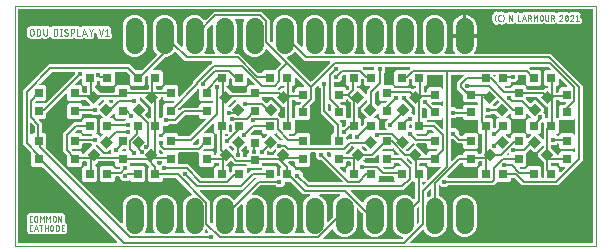
<source format=gtl>
G04 EAGLE Gerber RS-274X export*
G75*
%MOMM*%
%FSLAX34Y34*%
%LPD*%
%INTop Layer*%
%IPPOS*%
%AMOC8*
5,1,8,0,0,1.08239X$1,22.5*%
G01*
%ADD10C,0.000000*%
%ADD11C,0.050800*%
%ADD12R,0.800000X0.800000*%
%ADD13R,0.800000X0.800000*%
%ADD14C,1.524000*%
%ADD15C,0.127000*%
%ADD16C,0.403200*%

G36*
X141620Y168794D02*
X141620Y168794D01*
X141688Y168819D01*
X141758Y168834D01*
X141802Y168861D01*
X141851Y168879D01*
X141907Y168924D01*
X141969Y168960D01*
X142003Y169000D01*
X142043Y169032D01*
X142082Y169093D01*
X142129Y169147D01*
X142148Y169196D01*
X142176Y169239D01*
X142194Y169309D01*
X142221Y169375D01*
X142229Y169447D01*
X142237Y169478D01*
X142235Y169501D01*
X142239Y169542D01*
X142239Y187441D01*
X143786Y191176D01*
X146644Y194034D01*
X150379Y195581D01*
X154421Y195581D01*
X158156Y194034D01*
X160636Y191553D01*
X160653Y191541D01*
X160665Y191526D01*
X160726Y191487D01*
X160779Y191441D01*
X160809Y191429D01*
X160836Y191409D01*
X160855Y191404D01*
X160872Y191393D01*
X160945Y191375D01*
X161007Y191349D01*
X161046Y191345D01*
X161071Y191337D01*
X161091Y191338D01*
X161111Y191333D01*
X161137Y191335D01*
X161174Y191331D01*
X161176Y191331D01*
X161241Y191341D01*
X161317Y191343D01*
X161336Y191350D01*
X161356Y191352D01*
X161388Y191366D01*
X161418Y191370D01*
X161479Y191402D01*
X161548Y191428D01*
X161564Y191440D01*
X161582Y191448D01*
X161615Y191475D01*
X161636Y191486D01*
X161657Y191508D01*
X161713Y191553D01*
X168521Y198361D01*
X209175Y198361D01*
X216105Y191431D01*
X216105Y174002D01*
X216120Y173912D01*
X216127Y173821D01*
X216140Y173791D01*
X216145Y173760D01*
X216188Y173679D01*
X216223Y173595D01*
X216249Y173563D01*
X216260Y173542D01*
X216283Y173520D01*
X216328Y173464D01*
X217140Y172652D01*
X217198Y172611D01*
X217250Y172561D01*
X217297Y172539D01*
X217339Y172509D01*
X217408Y172488D01*
X217473Y172458D01*
X217525Y172452D01*
X217575Y172437D01*
X217646Y172438D01*
X217717Y172430D01*
X217768Y172442D01*
X217820Y172443D01*
X217888Y172468D01*
X217958Y172483D01*
X218003Y172509D01*
X218051Y172527D01*
X218107Y172572D01*
X218169Y172609D01*
X218203Y172648D01*
X218243Y172681D01*
X218282Y172741D01*
X218329Y172796D01*
X218348Y172844D01*
X218376Y172888D01*
X218394Y172957D01*
X218421Y173024D01*
X218429Y173095D01*
X218437Y173126D01*
X218435Y173150D01*
X218439Y173191D01*
X218439Y187441D01*
X219986Y191176D01*
X222844Y194034D01*
X226579Y195581D01*
X230621Y195581D01*
X234356Y194034D01*
X237214Y191176D01*
X238761Y187441D01*
X238761Y172893D01*
X238775Y172803D01*
X238783Y172712D01*
X238795Y172682D01*
X238800Y172650D01*
X238843Y172570D01*
X238879Y172486D01*
X238905Y172454D01*
X238916Y172433D01*
X238939Y172411D01*
X238984Y172355D01*
X242540Y168799D01*
X242598Y168757D01*
X242650Y168708D01*
X242697Y168686D01*
X242739Y168655D01*
X242808Y168634D01*
X242873Y168604D01*
X242925Y168598D01*
X242975Y168583D01*
X243046Y168585D01*
X243117Y168577D01*
X243168Y168588D01*
X243220Y168589D01*
X243288Y168614D01*
X243358Y168629D01*
X243403Y168656D01*
X243451Y168674D01*
X243507Y168719D01*
X243569Y168755D01*
X243603Y168795D01*
X243643Y168827D01*
X243682Y168888D01*
X243729Y168942D01*
X243748Y168991D01*
X243776Y169034D01*
X243794Y169104D01*
X243821Y169170D01*
X243829Y169242D01*
X243837Y169273D01*
X243835Y169296D01*
X243839Y169337D01*
X243839Y187441D01*
X245386Y191176D01*
X248244Y194034D01*
X251979Y195581D01*
X256021Y195581D01*
X259756Y194034D01*
X262614Y191176D01*
X264161Y187441D01*
X264161Y168159D01*
X262614Y164424D01*
X262362Y164172D01*
X262320Y164114D01*
X262271Y164062D01*
X262249Y164015D01*
X262218Y163973D01*
X262197Y163904D01*
X262167Y163839D01*
X262161Y163787D01*
X262146Y163738D01*
X262148Y163666D01*
X262140Y163595D01*
X262151Y163544D01*
X262152Y163492D01*
X262177Y163424D01*
X262192Y163354D01*
X262219Y163310D01*
X262237Y163261D01*
X262282Y163205D01*
X262318Y163143D01*
X262358Y163109D01*
X262390Y163069D01*
X262451Y163030D01*
X262505Y162983D01*
X262554Y162964D01*
X262597Y162936D01*
X262667Y162918D01*
X262733Y162891D01*
X262805Y162883D01*
X262836Y162876D01*
X262859Y162877D01*
X262900Y162873D01*
X270500Y162873D01*
X270571Y162884D01*
X270642Y162886D01*
X270691Y162904D01*
X270743Y162913D01*
X270806Y162946D01*
X270873Y162971D01*
X270914Y163003D01*
X270960Y163028D01*
X271009Y163080D01*
X271065Y163124D01*
X271094Y163168D01*
X271129Y163206D01*
X271160Y163271D01*
X271198Y163331D01*
X271211Y163382D01*
X271233Y163429D01*
X271241Y163500D01*
X271258Y163570D01*
X271254Y163622D01*
X271260Y163674D01*
X271245Y163744D01*
X271239Y163815D01*
X271219Y163863D01*
X271208Y163914D01*
X271171Y163976D01*
X271143Y164041D01*
X271098Y164097D01*
X271082Y164125D01*
X271064Y164140D01*
X271038Y164172D01*
X270786Y164424D01*
X269239Y168159D01*
X269239Y187441D01*
X270786Y191176D01*
X273644Y194034D01*
X277379Y195581D01*
X281421Y195581D01*
X285156Y194034D01*
X288014Y191176D01*
X289561Y187441D01*
X289561Y168159D01*
X288014Y164424D01*
X287762Y164172D01*
X287720Y164114D01*
X287671Y164062D01*
X287649Y164015D01*
X287618Y163973D01*
X287597Y163904D01*
X287567Y163839D01*
X287561Y163787D01*
X287546Y163738D01*
X287548Y163666D01*
X287540Y163595D01*
X287551Y163544D01*
X287552Y163492D01*
X287577Y163424D01*
X287592Y163354D01*
X287619Y163310D01*
X287637Y163261D01*
X287682Y163205D01*
X287718Y163143D01*
X287758Y163109D01*
X287790Y163069D01*
X287851Y163030D01*
X287905Y162983D01*
X287954Y162964D01*
X287997Y162936D01*
X288067Y162918D01*
X288133Y162891D01*
X288205Y162883D01*
X288236Y162876D01*
X288259Y162877D01*
X288300Y162873D01*
X295900Y162873D01*
X295971Y162884D01*
X296042Y162886D01*
X296091Y162904D01*
X296143Y162913D01*
X296206Y162946D01*
X296273Y162971D01*
X296314Y163003D01*
X296360Y163028D01*
X296409Y163080D01*
X296465Y163124D01*
X296494Y163168D01*
X296529Y163206D01*
X296560Y163271D01*
X296598Y163331D01*
X296611Y163382D01*
X296633Y163429D01*
X296641Y163500D01*
X296658Y163570D01*
X296654Y163622D01*
X296660Y163674D01*
X296645Y163744D01*
X296639Y163815D01*
X296619Y163863D01*
X296608Y163914D01*
X296571Y163976D01*
X296543Y164041D01*
X296498Y164097D01*
X296482Y164125D01*
X296464Y164140D01*
X296438Y164172D01*
X296186Y164424D01*
X294639Y168159D01*
X294639Y187441D01*
X296186Y191176D01*
X299044Y194034D01*
X302779Y195581D01*
X306821Y195581D01*
X310556Y194034D01*
X313414Y191176D01*
X314961Y187441D01*
X314961Y168159D01*
X313414Y164424D01*
X313162Y164172D01*
X313120Y164114D01*
X313071Y164062D01*
X313049Y164015D01*
X313018Y163973D01*
X312997Y163904D01*
X312967Y163839D01*
X312961Y163787D01*
X312946Y163738D01*
X312948Y163666D01*
X312940Y163595D01*
X312951Y163544D01*
X312952Y163492D01*
X312977Y163424D01*
X312992Y163354D01*
X313019Y163310D01*
X313037Y163261D01*
X313082Y163205D01*
X313118Y163143D01*
X313158Y163109D01*
X313190Y163069D01*
X313251Y163030D01*
X313305Y162983D01*
X313354Y162964D01*
X313397Y162936D01*
X313467Y162918D01*
X313533Y162891D01*
X313605Y162883D01*
X313636Y162876D01*
X313659Y162877D01*
X313700Y162873D01*
X321300Y162873D01*
X321371Y162884D01*
X321442Y162886D01*
X321491Y162904D01*
X321543Y162913D01*
X321606Y162946D01*
X321673Y162971D01*
X321714Y163003D01*
X321760Y163028D01*
X321809Y163080D01*
X321865Y163124D01*
X321894Y163168D01*
X321929Y163206D01*
X321960Y163271D01*
X321998Y163331D01*
X322011Y163382D01*
X322033Y163429D01*
X322041Y163500D01*
X322058Y163570D01*
X322054Y163622D01*
X322060Y163674D01*
X322045Y163744D01*
X322039Y163815D01*
X322019Y163863D01*
X322008Y163914D01*
X321971Y163976D01*
X321943Y164041D01*
X321898Y164097D01*
X321882Y164125D01*
X321864Y164140D01*
X321838Y164172D01*
X321586Y164424D01*
X320039Y168159D01*
X320039Y187441D01*
X321586Y191176D01*
X324444Y194034D01*
X328179Y195581D01*
X332221Y195581D01*
X335956Y194034D01*
X338814Y191176D01*
X340361Y187441D01*
X340361Y168159D01*
X338814Y164424D01*
X338562Y164172D01*
X338520Y164114D01*
X338471Y164062D01*
X338449Y164015D01*
X338418Y163973D01*
X338397Y163904D01*
X338367Y163839D01*
X338361Y163787D01*
X338346Y163738D01*
X338348Y163666D01*
X338340Y163595D01*
X338351Y163544D01*
X338352Y163492D01*
X338377Y163424D01*
X338392Y163354D01*
X338419Y163310D01*
X338437Y163261D01*
X338482Y163205D01*
X338518Y163143D01*
X338558Y163109D01*
X338590Y163069D01*
X338651Y163030D01*
X338705Y162983D01*
X338754Y162964D01*
X338797Y162936D01*
X338867Y162918D01*
X338933Y162891D01*
X339005Y162883D01*
X339036Y162876D01*
X339059Y162877D01*
X339100Y162873D01*
X346700Y162873D01*
X346771Y162884D01*
X346842Y162886D01*
X346891Y162904D01*
X346943Y162913D01*
X347006Y162946D01*
X347073Y162971D01*
X347114Y163003D01*
X347160Y163028D01*
X347209Y163080D01*
X347265Y163124D01*
X347294Y163168D01*
X347329Y163206D01*
X347360Y163271D01*
X347398Y163331D01*
X347411Y163382D01*
X347433Y163429D01*
X347441Y163500D01*
X347458Y163570D01*
X347454Y163622D01*
X347460Y163674D01*
X347445Y163744D01*
X347439Y163815D01*
X347419Y163863D01*
X347408Y163914D01*
X347371Y163976D01*
X347343Y164041D01*
X347298Y164097D01*
X347282Y164125D01*
X347264Y164140D01*
X347238Y164172D01*
X346986Y164424D01*
X345439Y168159D01*
X345439Y187441D01*
X346986Y191176D01*
X349844Y194034D01*
X353579Y195581D01*
X357621Y195581D01*
X361356Y194034D01*
X364214Y191176D01*
X365761Y187441D01*
X365761Y168159D01*
X364214Y164424D01*
X363962Y164172D01*
X363920Y164114D01*
X363871Y164062D01*
X363849Y164015D01*
X363818Y163973D01*
X363797Y163904D01*
X363767Y163839D01*
X363761Y163787D01*
X363746Y163738D01*
X363748Y163666D01*
X363740Y163595D01*
X363751Y163544D01*
X363752Y163492D01*
X363777Y163424D01*
X363792Y163354D01*
X363819Y163310D01*
X363837Y163261D01*
X363882Y163205D01*
X363918Y163143D01*
X363958Y163109D01*
X363990Y163069D01*
X364051Y163030D01*
X364105Y162983D01*
X364154Y162964D01*
X364197Y162936D01*
X364267Y162918D01*
X364333Y162891D01*
X364405Y162883D01*
X364436Y162876D01*
X364459Y162877D01*
X364500Y162873D01*
X372256Y162873D01*
X372267Y162875D01*
X372279Y162873D01*
X372388Y162895D01*
X372498Y162913D01*
X372509Y162918D01*
X372521Y162921D01*
X372618Y162976D01*
X372716Y163028D01*
X372724Y163036D01*
X372734Y163042D01*
X372808Y163125D01*
X372885Y163206D01*
X372890Y163217D01*
X372898Y163226D01*
X372942Y163328D01*
X372989Y163429D01*
X372990Y163441D01*
X372995Y163452D01*
X373004Y163563D01*
X373016Y163674D01*
X373013Y163685D01*
X373014Y163697D01*
X372987Y163805D01*
X372964Y163914D01*
X372957Y163924D01*
X372954Y163936D01*
X372871Y164082D01*
X372310Y164855D01*
X371584Y166280D01*
X371089Y167801D01*
X370839Y169380D01*
X370839Y176277D01*
X380238Y176277D01*
X380258Y176280D01*
X380277Y176278D01*
X380379Y176300D01*
X380481Y176317D01*
X380498Y176326D01*
X380518Y176330D01*
X380607Y176383D01*
X380698Y176432D01*
X380712Y176446D01*
X380729Y176456D01*
X380796Y176535D01*
X380867Y176610D01*
X380876Y176628D01*
X380889Y176643D01*
X380927Y176739D01*
X380971Y176833D01*
X380973Y176853D01*
X380981Y176871D01*
X380999Y177038D01*
X380999Y177801D01*
X381001Y177801D01*
X381001Y177038D01*
X381004Y177018D01*
X381002Y176999D01*
X381024Y176897D01*
X381041Y176795D01*
X381050Y176778D01*
X381054Y176758D01*
X381107Y176669D01*
X381156Y176578D01*
X381170Y176564D01*
X381180Y176547D01*
X381259Y176480D01*
X381334Y176409D01*
X381352Y176400D01*
X381367Y176387D01*
X381463Y176348D01*
X381557Y176305D01*
X381577Y176303D01*
X381595Y176295D01*
X381762Y176277D01*
X391161Y176277D01*
X391161Y169380D01*
X390911Y167801D01*
X390416Y166280D01*
X389690Y164855D01*
X389129Y164082D01*
X389123Y164071D01*
X389115Y164062D01*
X389068Y163961D01*
X389018Y163862D01*
X389016Y163850D01*
X389011Y163839D01*
X388999Y163729D01*
X388983Y163618D01*
X388986Y163607D01*
X388984Y163595D01*
X389008Y163486D01*
X389028Y163376D01*
X389034Y163366D01*
X389036Y163354D01*
X389094Y163258D01*
X389148Y163162D01*
X389156Y163153D01*
X389163Y163143D01*
X389247Y163071D01*
X389329Y162996D01*
X389340Y162991D01*
X389350Y162983D01*
X389453Y162942D01*
X389555Y162897D01*
X389567Y162896D01*
X389578Y162891D01*
X389744Y162873D01*
X453791Y162873D01*
X481000Y135664D01*
X481000Y72196D01*
X460128Y51324D01*
X429613Y51324D01*
X423499Y57438D01*
X423425Y57491D01*
X423356Y57551D01*
X423326Y57563D01*
X423299Y57582D01*
X423212Y57609D01*
X423128Y57643D01*
X423087Y57647D01*
X423064Y57654D01*
X423032Y57653D01*
X422961Y57661D01*
X421202Y57661D01*
X421182Y57658D01*
X421163Y57660D01*
X421061Y57638D01*
X420959Y57622D01*
X420942Y57612D01*
X420922Y57608D01*
X420833Y57555D01*
X420742Y57506D01*
X420728Y57492D01*
X420711Y57482D01*
X420644Y57403D01*
X420572Y57328D01*
X420564Y57310D01*
X420551Y57295D01*
X420512Y57199D01*
X420469Y57105D01*
X420467Y57085D01*
X420459Y57067D01*
X420441Y56900D01*
X420441Y55908D01*
X418952Y54419D01*
X409039Y54419D01*
X408948Y54405D01*
X408858Y54397D01*
X408828Y54385D01*
X408796Y54380D01*
X408715Y54337D01*
X408631Y54301D01*
X408599Y54275D01*
X408578Y54264D01*
X408556Y54241D01*
X408500Y54196D01*
X405628Y51324D01*
X367338Y51324D01*
X367248Y51309D01*
X367157Y51302D01*
X367128Y51290D01*
X367096Y51284D01*
X367015Y51242D01*
X366931Y51206D01*
X366899Y51180D01*
X366878Y51169D01*
X366856Y51146D01*
X366800Y51101D01*
X365642Y49943D01*
X361867Y49943D01*
X360625Y51185D01*
X360567Y51227D01*
X360515Y51276D01*
X360468Y51298D01*
X360425Y51329D01*
X360357Y51350D01*
X360292Y51380D01*
X360240Y51386D01*
X360190Y51401D01*
X360119Y51399D01*
X360047Y51407D01*
X359997Y51396D01*
X359945Y51395D01*
X359877Y51370D01*
X359807Y51355D01*
X359762Y51328D01*
X359713Y51310D01*
X359657Y51265D01*
X359596Y51228D01*
X359562Y51189D01*
X359521Y51156D01*
X359483Y51096D01*
X359436Y51042D01*
X359417Y50993D01*
X359388Y50949D01*
X359371Y50880D01*
X359344Y50813D01*
X359336Y50742D01*
X359328Y50711D01*
X359330Y50688D01*
X359326Y50647D01*
X359326Y42983D01*
X359344Y42869D01*
X359362Y42752D01*
X359364Y42747D01*
X359365Y42741D01*
X359420Y42638D01*
X359473Y42533D01*
X359478Y42529D01*
X359480Y42523D01*
X359565Y42443D01*
X359649Y42361D01*
X359655Y42357D01*
X359659Y42354D01*
X359676Y42346D01*
X359796Y42280D01*
X361356Y41634D01*
X364214Y38776D01*
X365761Y35041D01*
X365761Y15759D01*
X364214Y12024D01*
X361356Y9166D01*
X357621Y7619D01*
X353579Y7619D01*
X349844Y9166D01*
X346986Y12024D01*
X346405Y13427D01*
X346381Y13466D01*
X346365Y13509D01*
X346317Y13570D01*
X346276Y13636D01*
X346240Y13665D01*
X346212Y13701D01*
X346146Y13743D01*
X346086Y13793D01*
X346043Y13809D01*
X346005Y13834D01*
X345929Y13853D01*
X345857Y13881D01*
X345811Y13883D01*
X345766Y13894D01*
X345689Y13888D01*
X345611Y13891D01*
X345567Y13878D01*
X345521Y13875D01*
X345449Y13844D01*
X345375Y13823D01*
X345337Y13796D01*
X345295Y13778D01*
X345188Y13693D01*
X345173Y13682D01*
X345170Y13678D01*
X345164Y13674D01*
X335330Y3840D01*
X335288Y3782D01*
X335239Y3730D01*
X335217Y3683D01*
X335187Y3641D01*
X335166Y3572D01*
X335135Y3507D01*
X335130Y3455D01*
X335114Y3405D01*
X335116Y3334D01*
X335108Y3263D01*
X335119Y3212D01*
X335121Y3160D01*
X335145Y3092D01*
X335161Y3022D01*
X335187Y2977D01*
X335205Y2929D01*
X335250Y2873D01*
X335287Y2811D01*
X335326Y2777D01*
X335359Y2737D01*
X335419Y2698D01*
X335474Y2651D01*
X335522Y2632D01*
X335566Y2604D01*
X335635Y2586D01*
X335702Y2559D01*
X335773Y2551D01*
X335804Y2543D01*
X335828Y2545D01*
X335869Y2541D01*
X488698Y2541D01*
X488718Y2544D01*
X488737Y2542D01*
X488839Y2564D01*
X488941Y2580D01*
X488958Y2590D01*
X488978Y2594D01*
X489067Y2647D01*
X489158Y2696D01*
X489172Y2710D01*
X489189Y2720D01*
X489256Y2799D01*
X489328Y2874D01*
X489336Y2892D01*
X489349Y2907D01*
X489388Y3003D01*
X489431Y3097D01*
X489433Y3117D01*
X489441Y3135D01*
X489459Y3302D01*
X489459Y199898D01*
X489456Y199918D01*
X489458Y199937D01*
X489436Y200039D01*
X489420Y200141D01*
X489410Y200158D01*
X489406Y200178D01*
X489353Y200267D01*
X489304Y200358D01*
X489290Y200372D01*
X489280Y200389D01*
X489201Y200456D01*
X489126Y200528D01*
X489108Y200536D01*
X489093Y200549D01*
X488997Y200588D01*
X488903Y200631D01*
X488883Y200633D01*
X488865Y200641D01*
X488698Y200659D01*
X3302Y200659D01*
X3282Y200656D01*
X3263Y200658D01*
X3161Y200636D01*
X3059Y200620D01*
X3042Y200610D01*
X3022Y200606D01*
X2933Y200553D01*
X2842Y200504D01*
X2828Y200490D01*
X2811Y200480D01*
X2744Y200401D01*
X2672Y200326D01*
X2664Y200308D01*
X2651Y200293D01*
X2612Y200197D01*
X2569Y200103D01*
X2567Y200083D01*
X2559Y200065D01*
X2541Y199898D01*
X2541Y3302D01*
X2544Y3282D01*
X2542Y3263D01*
X2564Y3161D01*
X2580Y3059D01*
X2590Y3042D01*
X2594Y3022D01*
X2647Y2933D01*
X2696Y2842D01*
X2710Y2828D01*
X2720Y2811D01*
X2799Y2744D01*
X2874Y2672D01*
X2892Y2664D01*
X2907Y2651D01*
X3003Y2612D01*
X3097Y2569D01*
X3117Y2567D01*
X3135Y2559D01*
X3302Y2541D01*
X86188Y2541D01*
X86259Y2552D01*
X86331Y2554D01*
X86380Y2572D01*
X86431Y2580D01*
X86494Y2614D01*
X86562Y2639D01*
X86602Y2671D01*
X86648Y2696D01*
X86698Y2748D01*
X86754Y2792D01*
X86782Y2836D01*
X86818Y2874D01*
X86848Y2939D01*
X86887Y2999D01*
X86899Y3050D01*
X86921Y3097D01*
X86929Y3168D01*
X86947Y3238D01*
X86943Y3290D01*
X86948Y3341D01*
X86933Y3412D01*
X86928Y3483D01*
X86907Y3531D01*
X86896Y3582D01*
X86859Y3643D01*
X86831Y3709D01*
X86786Y3765D01*
X86770Y3793D01*
X86752Y3808D01*
X86726Y3840D01*
X23550Y67016D01*
X23476Y67069D01*
X23407Y67129D01*
X23377Y67141D01*
X23351Y67160D01*
X23264Y67187D01*
X23179Y67221D01*
X23138Y67225D01*
X23116Y67232D01*
X23083Y67231D01*
X23012Y67239D01*
X15268Y67239D01*
X13779Y68728D01*
X13779Y79007D01*
X13765Y79097D01*
X13757Y79188D01*
X13745Y79218D01*
X13740Y79250D01*
X13697Y79330D01*
X13661Y79414D01*
X13635Y79446D01*
X13624Y79467D01*
X13601Y79489D01*
X13556Y79545D01*
X9047Y84054D01*
X9047Y84055D01*
X6964Y86138D01*
X6964Y131862D01*
X29103Y154001D01*
X97641Y154001D01*
X102638Y149004D01*
X102712Y148951D01*
X102781Y148891D01*
X102811Y148879D01*
X102838Y148860D01*
X102924Y148833D01*
X103009Y148799D01*
X103050Y148795D01*
X103073Y148788D01*
X103105Y148789D01*
X103176Y148781D01*
X107219Y148781D01*
X107309Y148795D01*
X107400Y148803D01*
X107429Y148815D01*
X107461Y148820D01*
X107542Y148863D01*
X107626Y148899D01*
X107658Y148925D01*
X107679Y148936D01*
X107701Y148959D01*
X107757Y149004D01*
X120244Y161490D01*
X120255Y161507D01*
X120271Y161519D01*
X120327Y161606D01*
X120387Y161690D01*
X120393Y161709D01*
X120404Y161726D01*
X120429Y161826D01*
X120459Y161925D01*
X120459Y161945D01*
X120464Y161964D01*
X120456Y162067D01*
X120453Y162171D01*
X120446Y162190D01*
X120445Y162210D01*
X120404Y162305D01*
X120369Y162402D01*
X120356Y162418D01*
X120348Y162436D01*
X120244Y162567D01*
X118386Y164424D01*
X116839Y168159D01*
X116839Y187441D01*
X118386Y191176D01*
X121244Y194034D01*
X124979Y195581D01*
X129021Y195581D01*
X132756Y194034D01*
X135614Y191176D01*
X137161Y187441D01*
X137161Y173174D01*
X137178Y173067D01*
X137192Y172959D01*
X137198Y172946D01*
X137200Y172931D01*
X137251Y172836D01*
X137298Y172737D01*
X137310Y172724D01*
X137316Y172714D01*
X137337Y172694D01*
X137409Y172611D01*
X137509Y172521D01*
X137538Y172470D01*
X137567Y172402D01*
X137610Y172349D01*
X137626Y172322D01*
X137645Y172306D01*
X137672Y172272D01*
X140940Y169004D01*
X140998Y168962D01*
X141050Y168913D01*
X141097Y168891D01*
X141139Y168860D01*
X141208Y168839D01*
X141273Y168809D01*
X141325Y168803D01*
X141375Y168788D01*
X141446Y168790D01*
X141517Y168782D01*
X141568Y168793D01*
X141620Y168794D01*
G37*
G36*
X88538Y65302D02*
X88538Y65302D01*
X88568Y65315D01*
X88600Y65320D01*
X88681Y65363D01*
X88765Y65398D01*
X88797Y65424D01*
X88817Y65435D01*
X88840Y65458D01*
X88896Y65503D01*
X89011Y65618D01*
X89064Y65692D01*
X89123Y65762D01*
X89135Y65792D01*
X89154Y65818D01*
X89181Y65905D01*
X89215Y65990D01*
X89220Y66031D01*
X89227Y66053D01*
X89226Y66085D01*
X89234Y66156D01*
X89234Y66478D01*
X89230Y66498D01*
X89233Y66517D01*
X89211Y66619D01*
X89194Y66721D01*
X89185Y66738D01*
X89180Y66758D01*
X89127Y66847D01*
X89079Y66938D01*
X89064Y66952D01*
X89054Y66969D01*
X88975Y67036D01*
X88900Y67108D01*
X88882Y67116D01*
X88867Y67129D01*
X88771Y67168D01*
X88677Y67211D01*
X88658Y67213D01*
X88639Y67221D01*
X88472Y67239D01*
X86388Y67239D01*
X84899Y68728D01*
X84899Y70842D01*
X84896Y70862D01*
X84898Y70881D01*
X84876Y70983D01*
X84860Y71085D01*
X84850Y71102D01*
X84846Y71122D01*
X84793Y71211D01*
X84744Y71302D01*
X84730Y71316D01*
X84720Y71333D01*
X84641Y71400D01*
X84566Y71471D01*
X84548Y71480D01*
X84533Y71493D01*
X84437Y71531D01*
X84343Y71575D01*
X84323Y71577D01*
X84305Y71585D01*
X84138Y71603D01*
X71008Y71603D01*
X70918Y71588D01*
X70827Y71581D01*
X70798Y71569D01*
X70766Y71563D01*
X70685Y71521D01*
X70601Y71485D01*
X70569Y71459D01*
X70548Y71448D01*
X70526Y71425D01*
X70470Y71380D01*
X68038Y68948D01*
X67985Y68874D01*
X67925Y68805D01*
X67913Y68774D01*
X67894Y68748D01*
X67868Y68661D01*
X67834Y68576D01*
X67829Y68536D01*
X67822Y68513D01*
X67823Y68481D01*
X67815Y68410D01*
X67815Y68262D01*
X67818Y68242D01*
X67816Y68223D01*
X67838Y68121D01*
X67855Y68019D01*
X67864Y68002D01*
X67868Y67982D01*
X67922Y67893D01*
X67970Y67802D01*
X67984Y67788D01*
X67995Y67771D01*
X68073Y67704D01*
X68148Y67632D01*
X68166Y67624D01*
X68181Y67611D01*
X68278Y67572D01*
X68371Y67529D01*
X68391Y67527D01*
X68410Y67519D01*
X68576Y67501D01*
X68672Y67501D01*
X70161Y66012D01*
X70161Y55908D01*
X68672Y54419D01*
X58568Y54419D01*
X57079Y55908D01*
X57079Y66012D01*
X58568Y67501D01*
X60702Y67501D01*
X60722Y67504D01*
X60742Y67502D01*
X60843Y67524D01*
X60945Y67540D01*
X60963Y67550D01*
X60982Y67554D01*
X61071Y67607D01*
X61162Y67656D01*
X61176Y67670D01*
X61193Y67680D01*
X61261Y67759D01*
X61332Y67834D01*
X61340Y67852D01*
X61353Y67867D01*
X61392Y67963D01*
X61435Y68057D01*
X61438Y68077D01*
X61445Y68095D01*
X61464Y68262D01*
X61464Y70842D01*
X61460Y70862D01*
X61463Y70881D01*
X61441Y70983D01*
X61424Y71085D01*
X61415Y71102D01*
X61410Y71122D01*
X61357Y71211D01*
X61309Y71302D01*
X61294Y71316D01*
X61284Y71333D01*
X61205Y71400D01*
X61130Y71471D01*
X61112Y71480D01*
X61097Y71493D01*
X61001Y71531D01*
X60907Y71575D01*
X60888Y71577D01*
X60869Y71585D01*
X60702Y71603D01*
X58102Y71603D01*
X58082Y71600D01*
X58063Y71602D01*
X57961Y71580D01*
X57859Y71563D01*
X57842Y71554D01*
X57822Y71550D01*
X57733Y71497D01*
X57642Y71448D01*
X57628Y71434D01*
X57611Y71424D01*
X57544Y71345D01*
X57472Y71270D01*
X57464Y71252D01*
X57451Y71237D01*
X57412Y71140D01*
X57369Y71047D01*
X57367Y71027D01*
X57359Y71009D01*
X57341Y70842D01*
X57341Y68728D01*
X55852Y67239D01*
X45748Y67239D01*
X44259Y68728D01*
X44259Y76411D01*
X44258Y76419D01*
X44258Y76421D01*
X44255Y76436D01*
X44245Y76501D01*
X44237Y76592D01*
X44225Y76621D01*
X44220Y76653D01*
X44177Y76734D01*
X44141Y76818D01*
X44115Y76850D01*
X44104Y76871D01*
X44081Y76893D01*
X44036Y76949D01*
X41185Y79801D01*
X41185Y95106D01*
X50649Y104571D01*
X56318Y104571D01*
X56338Y104574D01*
X56357Y104572D01*
X56459Y104594D01*
X56561Y104610D01*
X56578Y104620D01*
X56598Y104624D01*
X56687Y104677D01*
X56778Y104726D01*
X56792Y104740D01*
X56809Y104750D01*
X56876Y104829D01*
X56948Y104904D01*
X56956Y104922D01*
X56969Y104937D01*
X57008Y105033D01*
X57051Y105127D01*
X57053Y105147D01*
X57061Y105165D01*
X57079Y105332D01*
X57079Y106652D01*
X58568Y108141D01*
X68672Y108141D01*
X70161Y106652D01*
X70161Y96548D01*
X69457Y95844D01*
X69416Y95786D01*
X69366Y95734D01*
X69344Y95687D01*
X69314Y95645D01*
X69293Y95576D01*
X69263Y95511D01*
X69257Y95459D01*
X69242Y95410D01*
X69243Y95338D01*
X69236Y95267D01*
X69247Y95216D01*
X69248Y95164D01*
X69273Y95096D01*
X69288Y95026D01*
X69314Y94982D01*
X69332Y94933D01*
X69377Y94877D01*
X69414Y94815D01*
X69454Y94781D01*
X69486Y94741D01*
X69546Y94702D01*
X69601Y94655D01*
X69649Y94636D01*
X69693Y94608D01*
X69762Y94590D01*
X69829Y94563D01*
X69900Y94555D01*
X69931Y94548D01*
X69955Y94549D01*
X69996Y94545D01*
X70329Y94545D01*
X72194Y92680D01*
X72210Y92669D01*
X72222Y92653D01*
X72310Y92597D01*
X72393Y92537D01*
X72412Y92531D01*
X72429Y92520D01*
X72530Y92495D01*
X72628Y92464D01*
X72648Y92465D01*
X72668Y92460D01*
X72771Y92468D01*
X72874Y92471D01*
X72893Y92478D01*
X72913Y92479D01*
X73008Y92520D01*
X73105Y92555D01*
X73121Y92568D01*
X73139Y92575D01*
X73270Y92680D01*
X74350Y93760D01*
X74392Y93818D01*
X74441Y93870D01*
X74463Y93917D01*
X74493Y93959D01*
X74514Y94028D01*
X74545Y94093D01*
X74550Y94145D01*
X74566Y94195D01*
X74564Y94266D01*
X74572Y94337D01*
X74561Y94388D01*
X74559Y94440D01*
X74535Y94508D01*
X74519Y94578D01*
X74493Y94623D01*
X74475Y94671D01*
X74430Y94727D01*
X74393Y94789D01*
X74354Y94823D01*
X74321Y94863D01*
X74261Y94902D01*
X74206Y94949D01*
X74158Y94968D01*
X74114Y94996D01*
X74045Y95014D01*
X73978Y95041D01*
X73907Y95049D01*
X73876Y95057D01*
X73852Y95055D01*
X73811Y95059D01*
X73568Y95059D01*
X72079Y96548D01*
X72079Y106652D01*
X73568Y108141D01*
X73811Y108141D01*
X73882Y108152D01*
X73954Y108154D01*
X74003Y108172D01*
X74054Y108180D01*
X74118Y108214D01*
X74185Y108239D01*
X74226Y108271D01*
X74272Y108296D01*
X74321Y108348D01*
X74377Y108392D01*
X74405Y108436D01*
X74441Y108474D01*
X74471Y108539D01*
X74510Y108599D01*
X74523Y108650D01*
X74545Y108697D01*
X74552Y108768D01*
X74570Y108838D01*
X74566Y108890D01*
X74572Y108941D01*
X74556Y109012D01*
X74551Y109083D01*
X74531Y109131D01*
X74519Y109182D01*
X74483Y109243D01*
X74455Y109309D01*
X74410Y109365D01*
X74393Y109393D01*
X74375Y109408D01*
X74350Y109440D01*
X72208Y111582D01*
X72192Y111594D01*
X72179Y111609D01*
X72092Y111665D01*
X72008Y111726D01*
X71989Y111732D01*
X71972Y111742D01*
X71872Y111768D01*
X71773Y111798D01*
X71753Y111798D01*
X71734Y111802D01*
X71631Y111794D01*
X71527Y111792D01*
X71508Y111785D01*
X71488Y111783D01*
X71393Y111743D01*
X71296Y111707D01*
X71281Y111695D01*
X71262Y111687D01*
X71131Y111582D01*
X70329Y110780D01*
X66554Y110780D01*
X65396Y111938D01*
X65322Y111991D01*
X65253Y112051D01*
X65223Y112063D01*
X65196Y112082D01*
X65109Y112108D01*
X65025Y112143D01*
X64984Y112147D01*
X64961Y112154D01*
X64929Y112153D01*
X64858Y112161D01*
X58102Y112161D01*
X58082Y112158D01*
X58063Y112160D01*
X57961Y112138D01*
X57859Y112121D01*
X57842Y112112D01*
X57822Y112108D01*
X57733Y112055D01*
X57642Y112006D01*
X57628Y111992D01*
X57611Y111982D01*
X57544Y111903D01*
X57472Y111828D01*
X57464Y111810D01*
X57451Y111795D01*
X57412Y111698D01*
X57369Y111605D01*
X57367Y111585D01*
X57359Y111567D01*
X57341Y111400D01*
X57341Y109368D01*
X55852Y107879D01*
X45748Y107879D01*
X44259Y109368D01*
X44259Y119472D01*
X45748Y120961D01*
X55852Y120961D01*
X57341Y119472D01*
X57341Y119274D01*
X57344Y119254D01*
X57342Y119234D01*
X57364Y119133D01*
X57380Y119031D01*
X57390Y119013D01*
X57394Y118994D01*
X57447Y118905D01*
X57496Y118814D01*
X57510Y118800D01*
X57520Y118783D01*
X57599Y118716D01*
X57674Y118644D01*
X57692Y118636D01*
X57707Y118623D01*
X57803Y118584D01*
X57897Y118541D01*
X57917Y118538D01*
X57935Y118531D01*
X58102Y118513D01*
X63440Y118513D01*
X63510Y118524D01*
X63582Y118526D01*
X63631Y118544D01*
X63682Y118552D01*
X63746Y118586D01*
X63813Y118610D01*
X63854Y118643D01*
X63900Y118667D01*
X63949Y118719D01*
X64005Y118764D01*
X64033Y118808D01*
X64069Y118846D01*
X64099Y118911D01*
X64138Y118971D01*
X64151Y119022D01*
X64173Y119069D01*
X64181Y119140D01*
X64198Y119210D01*
X64194Y119262D01*
X64200Y119313D01*
X64185Y119383D01*
X64179Y119455D01*
X64159Y119503D01*
X64148Y119554D01*
X64111Y119615D01*
X64083Y119681D01*
X64038Y119737D01*
X64021Y119765D01*
X64004Y119780D01*
X63978Y119812D01*
X60445Y123345D01*
X60371Y123398D01*
X60302Y123458D01*
X60271Y123470D01*
X60245Y123489D01*
X60158Y123515D01*
X60073Y123550D01*
X60032Y123554D01*
X60010Y123561D01*
X59978Y123560D01*
X59907Y123568D01*
X56856Y123568D01*
X56766Y123553D01*
X56675Y123546D01*
X56646Y123534D01*
X56614Y123528D01*
X56533Y123486D01*
X56449Y123450D01*
X56417Y123424D01*
X56396Y123413D01*
X56374Y123390D01*
X56318Y123345D01*
X55852Y122879D01*
X45748Y122879D01*
X44259Y124368D01*
X44259Y127918D01*
X44248Y127989D01*
X44246Y128061D01*
X44228Y128110D01*
X44220Y128161D01*
X44186Y128224D01*
X44161Y128292D01*
X44129Y128332D01*
X44104Y128378D01*
X44052Y128428D01*
X44008Y128484D01*
X43964Y128512D01*
X43926Y128548D01*
X43861Y128578D01*
X43801Y128617D01*
X43750Y128630D01*
X43703Y128651D01*
X43632Y128659D01*
X43562Y128677D01*
X43510Y128673D01*
X43459Y128679D01*
X43388Y128663D01*
X43317Y128658D01*
X43269Y128637D01*
X43218Y128626D01*
X43157Y128589D01*
X43091Y128561D01*
X43035Y128517D01*
X43007Y128500D01*
X42992Y128482D01*
X42960Y128457D01*
X27084Y112581D01*
X27031Y112507D01*
X26971Y112437D01*
X26959Y112407D01*
X26940Y112381D01*
X26913Y112294D01*
X26879Y112209D01*
X26875Y112168D01*
X26868Y112146D01*
X26869Y112114D01*
X26861Y112042D01*
X26861Y109368D01*
X25372Y107879D01*
X21391Y107879D01*
X21320Y107868D01*
X21249Y107866D01*
X21200Y107848D01*
X21148Y107840D01*
X21085Y107806D01*
X21018Y107781D01*
X20977Y107749D01*
X20931Y107724D01*
X20882Y107672D01*
X20826Y107628D01*
X20797Y107584D01*
X20762Y107546D01*
X20731Y107481D01*
X20693Y107421D01*
X20680Y107370D01*
X20658Y107323D01*
X20650Y107252D01*
X20633Y107182D01*
X20637Y107130D01*
X20631Y107079D01*
X20646Y107008D01*
X20652Y106937D01*
X20672Y106889D01*
X20683Y106838D01*
X20720Y106777D01*
X20748Y106711D01*
X20793Y106655D01*
X20809Y106627D01*
X20827Y106612D01*
X20853Y106580D01*
X23455Y103978D01*
X23455Y96082D01*
X23458Y96062D01*
X23456Y96043D01*
X23478Y95941D01*
X23494Y95839D01*
X23504Y95822D01*
X23508Y95802D01*
X23561Y95713D01*
X23610Y95622D01*
X23624Y95608D01*
X23634Y95591D01*
X23713Y95524D01*
X23788Y95452D01*
X23806Y95444D01*
X23821Y95431D01*
X23917Y95392D01*
X24011Y95349D01*
X24031Y95347D01*
X24049Y95339D01*
X24216Y95321D01*
X25372Y95321D01*
X26861Y93832D01*
X26861Y83693D01*
X26806Y83616D01*
X26800Y83597D01*
X26789Y83580D01*
X26764Y83480D01*
X26733Y83381D01*
X26734Y83361D01*
X26729Y83342D01*
X26737Y83239D01*
X26740Y83135D01*
X26746Y83117D01*
X26748Y83097D01*
X26788Y83002D01*
X26824Y82904D01*
X26836Y82889D01*
X26844Y82870D01*
X26949Y82739D01*
X90140Y19549D01*
X90198Y19507D01*
X90250Y19458D01*
X90297Y19436D01*
X90339Y19405D01*
X90408Y19384D01*
X90473Y19354D01*
X90525Y19348D01*
X90575Y19333D01*
X90646Y19335D01*
X90717Y19327D01*
X90768Y19338D01*
X90820Y19339D01*
X90888Y19364D01*
X90958Y19379D01*
X91002Y19406D01*
X91051Y19424D01*
X91107Y19469D01*
X91169Y19505D01*
X91203Y19545D01*
X91243Y19577D01*
X91282Y19638D01*
X91329Y19692D01*
X91348Y19740D01*
X91376Y19784D01*
X91394Y19854D01*
X91421Y19920D01*
X91429Y19992D01*
X91437Y20023D01*
X91435Y20046D01*
X91439Y20087D01*
X91439Y35041D01*
X92986Y38776D01*
X95844Y41634D01*
X99579Y43181D01*
X103621Y43181D01*
X107356Y41634D01*
X110214Y38776D01*
X111761Y35041D01*
X111761Y15759D01*
X110201Y11994D01*
X110178Y11970D01*
X110156Y11923D01*
X110126Y11880D01*
X110105Y11812D01*
X110074Y11747D01*
X110069Y11695D01*
X110053Y11645D01*
X110055Y11573D01*
X110047Y11502D01*
X110058Y11451D01*
X110060Y11399D01*
X110084Y11332D01*
X110100Y11262D01*
X110126Y11217D01*
X110144Y11168D01*
X110189Y11112D01*
X110226Y11051D01*
X110265Y11017D01*
X110298Y10976D01*
X110358Y10937D01*
X110413Y10891D01*
X110461Y10871D01*
X110505Y10843D01*
X110574Y10826D01*
X110641Y10799D01*
X110712Y10791D01*
X110743Y10783D01*
X110767Y10785D01*
X110808Y10780D01*
X117792Y10780D01*
X117863Y10792D01*
X117935Y10794D01*
X117984Y10812D01*
X118035Y10820D01*
X118099Y10854D01*
X118166Y10878D01*
X118207Y10911D01*
X118253Y10935D01*
X118302Y10987D01*
X118358Y11032D01*
X118386Y11076D01*
X118422Y11114D01*
X118452Y11179D01*
X118491Y11239D01*
X118504Y11290D01*
X118526Y11337D01*
X118533Y11408D01*
X118551Y11478D01*
X118547Y11529D01*
X118553Y11581D01*
X118537Y11651D01*
X118532Y11723D01*
X118511Y11771D01*
X118500Y11821D01*
X118463Y11883D01*
X118435Y11949D01*
X118398Y11996D01*
X116839Y15759D01*
X116839Y35041D01*
X118386Y38776D01*
X121244Y41634D01*
X124979Y43181D01*
X129021Y43181D01*
X132756Y41634D01*
X135614Y38776D01*
X137161Y35041D01*
X137161Y15759D01*
X135601Y11994D01*
X135578Y11970D01*
X135556Y11923D01*
X135526Y11880D01*
X135505Y11812D01*
X135474Y11747D01*
X135469Y11695D01*
X135453Y11645D01*
X135455Y11573D01*
X135447Y11502D01*
X135458Y11451D01*
X135460Y11399D01*
X135484Y11332D01*
X135500Y11262D01*
X135526Y11217D01*
X135544Y11168D01*
X135589Y11112D01*
X135626Y11051D01*
X135665Y11017D01*
X135698Y10976D01*
X135758Y10937D01*
X135813Y10891D01*
X135861Y10871D01*
X135905Y10843D01*
X135974Y10826D01*
X136041Y10799D01*
X136112Y10791D01*
X136143Y10783D01*
X136167Y10785D01*
X136208Y10780D01*
X143192Y10780D01*
X143263Y10792D01*
X143335Y10794D01*
X143384Y10812D01*
X143435Y10820D01*
X143499Y10854D01*
X143566Y10878D01*
X143607Y10911D01*
X143653Y10935D01*
X143702Y10987D01*
X143758Y11032D01*
X143786Y11076D01*
X143822Y11114D01*
X143852Y11179D01*
X143891Y11239D01*
X143904Y11290D01*
X143926Y11337D01*
X143933Y11408D01*
X143951Y11478D01*
X143947Y11529D01*
X143953Y11581D01*
X143937Y11651D01*
X143932Y11723D01*
X143911Y11771D01*
X143900Y11821D01*
X143863Y11883D01*
X143835Y11949D01*
X143798Y11996D01*
X142239Y15759D01*
X142239Y35041D01*
X143786Y38776D01*
X146644Y41634D01*
X149989Y43019D01*
X150028Y43043D01*
X150071Y43059D01*
X150132Y43108D01*
X150198Y43149D01*
X150227Y43184D01*
X150263Y43213D01*
X150305Y43278D01*
X150355Y43338D01*
X150371Y43381D01*
X150396Y43420D01*
X150415Y43495D01*
X150443Y43568D01*
X150445Y43614D01*
X150456Y43658D01*
X150450Y43736D01*
X150453Y43814D01*
X150440Y43858D01*
X150437Y43903D01*
X150406Y43975D01*
X150385Y44050D01*
X150359Y44088D01*
X150341Y44130D01*
X150255Y44236D01*
X150245Y44252D01*
X150240Y44255D01*
X150236Y44261D01*
X137058Y57438D01*
X136984Y57491D01*
X136915Y57551D01*
X136885Y57563D01*
X136858Y57582D01*
X136772Y57609D01*
X136687Y57643D01*
X136646Y57647D01*
X136623Y57654D01*
X136591Y57653D01*
X136520Y57661D01*
X126562Y57661D01*
X126542Y57658D01*
X126523Y57660D01*
X126421Y57638D01*
X126319Y57622D01*
X126302Y57612D01*
X126282Y57608D01*
X126193Y57555D01*
X126102Y57506D01*
X126088Y57492D01*
X126071Y57482D01*
X126004Y57403D01*
X125932Y57328D01*
X125924Y57310D01*
X125911Y57295D01*
X125872Y57199D01*
X125829Y57105D01*
X125827Y57085D01*
X125819Y57067D01*
X125801Y56900D01*
X125801Y55908D01*
X124312Y54419D01*
X114208Y54419D01*
X112719Y55908D01*
X112719Y66012D01*
X113726Y67019D01*
X113738Y67036D01*
X113753Y67048D01*
X113809Y67135D01*
X113870Y67219D01*
X113876Y67238D01*
X113886Y67255D01*
X113912Y67355D01*
X113942Y67454D01*
X113942Y67474D01*
X113946Y67493D01*
X113938Y67596D01*
X113936Y67700D01*
X113929Y67719D01*
X113927Y67739D01*
X113887Y67834D01*
X113851Y67931D01*
X113839Y67947D01*
X113831Y67965D01*
X113726Y68096D01*
X111709Y70113D01*
X111635Y70166D01*
X111566Y70225D01*
X111536Y70237D01*
X111510Y70256D01*
X111423Y70283D01*
X111338Y70317D01*
X111297Y70322D01*
X111275Y70329D01*
X111242Y70328D01*
X111171Y70336D01*
X98742Y70336D01*
X98722Y70332D01*
X98703Y70335D01*
X98601Y70313D01*
X98499Y70296D01*
X98482Y70287D01*
X98462Y70282D01*
X98373Y70229D01*
X98282Y70181D01*
X98268Y70166D01*
X98251Y70156D01*
X98184Y70077D01*
X98112Y70002D01*
X98104Y69984D01*
X98091Y69969D01*
X98052Y69873D01*
X98009Y69779D01*
X98007Y69760D01*
X97999Y69741D01*
X97981Y69574D01*
X97981Y68476D01*
X97995Y68386D01*
X98003Y68295D01*
X98015Y68265D01*
X98020Y68233D01*
X98063Y68152D01*
X98099Y68069D01*
X98125Y68036D01*
X98136Y68016D01*
X98159Y67994D01*
X98204Y67938D01*
X98418Y67724D01*
X98492Y67671D01*
X98561Y67611D01*
X98591Y67599D01*
X98617Y67580D01*
X98704Y67553D01*
X98789Y67519D01*
X98830Y67515D01*
X98852Y67508D01*
X98885Y67509D01*
X98956Y67501D01*
X109312Y67501D01*
X110801Y66012D01*
X110801Y55908D01*
X109312Y54419D01*
X99208Y54419D01*
X97684Y55943D01*
X97668Y55954D01*
X97656Y55970D01*
X97568Y56026D01*
X97484Y56086D01*
X97465Y56092D01*
X97449Y56103D01*
X97348Y56128D01*
X97249Y56159D01*
X97229Y56158D01*
X97210Y56163D01*
X97107Y56155D01*
X97003Y56152D01*
X96985Y56145D01*
X96965Y56144D01*
X96870Y56103D01*
X96772Y56068D01*
X96757Y56055D01*
X96739Y56047D01*
X96608Y55943D01*
X95678Y55013D01*
X91903Y55013D01*
X89234Y57682D01*
X89234Y58167D01*
X89230Y58187D01*
X89233Y58207D01*
X89211Y58308D01*
X89194Y58410D01*
X89185Y58428D01*
X89180Y58447D01*
X89127Y58536D01*
X89079Y58628D01*
X89064Y58641D01*
X89054Y58658D01*
X88975Y58726D01*
X88900Y58797D01*
X88882Y58805D01*
X88867Y58818D01*
X88771Y58857D01*
X88677Y58901D01*
X88658Y58903D01*
X88639Y58910D01*
X88472Y58929D01*
X85922Y58929D01*
X85902Y58925D01*
X85883Y58928D01*
X85781Y58906D01*
X85679Y58889D01*
X85662Y58880D01*
X85642Y58875D01*
X85553Y58822D01*
X85462Y58774D01*
X85448Y58759D01*
X85431Y58749D01*
X85364Y58671D01*
X85292Y58596D01*
X85284Y58577D01*
X85271Y58562D01*
X85232Y58466D01*
X85189Y58372D01*
X85187Y58353D01*
X85179Y58334D01*
X85161Y58167D01*
X85161Y55908D01*
X83672Y54419D01*
X73568Y54419D01*
X72079Y55908D01*
X72079Y66012D01*
X73568Y67501D01*
X83672Y67501D01*
X85163Y66010D01*
X85162Y66002D01*
X85184Y65901D01*
X85200Y65799D01*
X85210Y65781D01*
X85214Y65762D01*
X85267Y65673D01*
X85316Y65581D01*
X85330Y65568D01*
X85340Y65550D01*
X85419Y65483D01*
X85494Y65412D01*
X85512Y65404D01*
X85527Y65391D01*
X85623Y65352D01*
X85717Y65308D01*
X85737Y65306D01*
X85755Y65299D01*
X85922Y65280D01*
X88357Y65280D01*
X88447Y65295D01*
X88538Y65302D01*
G37*
G36*
X261725Y5711D02*
X261725Y5711D01*
X327903Y5711D01*
X327993Y5725D01*
X328084Y5732D01*
X328114Y5745D01*
X328146Y5750D01*
X328226Y5793D01*
X328310Y5829D01*
X328343Y5855D01*
X328363Y5865D01*
X328385Y5889D01*
X328441Y5934D01*
X328827Y6320D01*
X328869Y6378D01*
X328919Y6430D01*
X328941Y6477D01*
X328971Y6519D01*
X328992Y6588D01*
X329022Y6653D01*
X329028Y6705D01*
X329043Y6755D01*
X329041Y6826D01*
X329049Y6897D01*
X329038Y6948D01*
X329037Y7000D01*
X329012Y7068D01*
X328997Y7138D01*
X328970Y7183D01*
X328953Y7231D01*
X328908Y7287D01*
X328871Y7349D01*
X328831Y7383D01*
X328799Y7423D01*
X328739Y7462D01*
X328684Y7509D01*
X328636Y7528D01*
X328592Y7556D01*
X328523Y7574D01*
X328456Y7601D01*
X328385Y7609D01*
X328353Y7617D01*
X328330Y7615D01*
X328289Y7619D01*
X328179Y7619D01*
X324444Y9166D01*
X321586Y12024D01*
X320039Y15759D01*
X320039Y35041D01*
X321586Y38776D01*
X324444Y41634D01*
X328179Y43181D01*
X332221Y43181D01*
X335956Y41634D01*
X337733Y39857D01*
X337791Y39815D01*
X337843Y39765D01*
X337890Y39743D01*
X337933Y39713D01*
X338001Y39692D01*
X338066Y39662D01*
X338118Y39656D01*
X338168Y39641D01*
X338239Y39643D01*
X338311Y39635D01*
X338361Y39646D01*
X338414Y39647D01*
X338481Y39672D01*
X338551Y39687D01*
X338596Y39714D01*
X338645Y39731D01*
X338701Y39776D01*
X338762Y39813D01*
X338796Y39853D01*
X338837Y39885D01*
X338875Y39945D01*
X338922Y40000D01*
X338941Y40048D01*
X338970Y40092D01*
X338987Y40162D01*
X339014Y40228D01*
X339022Y40299D01*
X339030Y40331D01*
X339028Y40354D01*
X339032Y40395D01*
X339032Y53658D01*
X339029Y53678D01*
X339031Y53697D01*
X339009Y53799D01*
X338993Y53901D01*
X338983Y53918D01*
X338979Y53938D01*
X338926Y54027D01*
X338878Y54118D01*
X338863Y54132D01*
X338853Y54149D01*
X338774Y54216D01*
X338699Y54288D01*
X338681Y54296D01*
X338666Y54309D01*
X338570Y54348D01*
X338476Y54391D01*
X338456Y54393D01*
X338438Y54401D01*
X338271Y54419D01*
X337728Y54419D01*
X337642Y54505D01*
X337626Y54517D01*
X337613Y54532D01*
X337526Y54588D01*
X337442Y54649D01*
X337423Y54655D01*
X337406Y54665D01*
X337306Y54691D01*
X337207Y54721D01*
X337187Y54721D01*
X337168Y54725D01*
X337065Y54717D01*
X336961Y54715D01*
X336942Y54708D01*
X336922Y54706D01*
X336827Y54666D01*
X336730Y54630D01*
X336714Y54618D01*
X336696Y54610D01*
X336565Y54505D01*
X331665Y49605D01*
X329582Y47522D01*
X285806Y47522D01*
X285735Y47510D01*
X285664Y47508D01*
X285615Y47490D01*
X285563Y47482D01*
X285500Y47448D01*
X285433Y47424D01*
X285392Y47391D01*
X285346Y47367D01*
X285297Y47315D01*
X285241Y47270D01*
X285212Y47226D01*
X285177Y47189D01*
X285146Y47124D01*
X285108Y47063D01*
X285095Y47013D01*
X285073Y46966D01*
X285065Y46894D01*
X285048Y46825D01*
X285052Y46773D01*
X285046Y46721D01*
X285061Y46651D01*
X285067Y46580D01*
X285087Y46532D01*
X285098Y46481D01*
X285135Y46419D01*
X285163Y46353D01*
X285208Y46297D01*
X285224Y46270D01*
X285242Y46254D01*
X285268Y46222D01*
X294364Y37126D01*
X294401Y37100D01*
X294432Y37066D01*
X294500Y37028D01*
X294563Y36983D01*
X294607Y36969D01*
X294648Y36947D01*
X294724Y36933D01*
X294799Y36910D01*
X294844Y36912D01*
X294890Y36903D01*
X294967Y36915D01*
X295044Y36917D01*
X295088Y36933D01*
X295133Y36939D01*
X295202Y36975D01*
X295275Y37001D01*
X295311Y37030D01*
X295352Y37051D01*
X295407Y37106D01*
X295467Y37155D01*
X295492Y37194D01*
X295524Y37226D01*
X295590Y37346D01*
X295600Y37362D01*
X295602Y37367D01*
X295605Y37373D01*
X296186Y38776D01*
X299044Y41634D01*
X302779Y43181D01*
X306821Y43181D01*
X310556Y41634D01*
X313414Y38776D01*
X314961Y35041D01*
X314961Y15759D01*
X313414Y12024D01*
X310556Y9166D01*
X306821Y7619D01*
X302779Y7619D01*
X299044Y9166D01*
X296186Y12024D01*
X294639Y15759D01*
X294639Y27553D01*
X294625Y27643D01*
X294617Y27734D01*
X294605Y27764D01*
X294600Y27796D01*
X294557Y27876D01*
X294521Y27960D01*
X294495Y27993D01*
X294484Y28013D01*
X294461Y28035D01*
X294416Y28091D01*
X290860Y31647D01*
X290802Y31689D01*
X290750Y31739D01*
X290703Y31761D01*
X290661Y31791D01*
X290592Y31812D01*
X290527Y31842D01*
X290475Y31848D01*
X290425Y31863D01*
X290354Y31861D01*
X290283Y31869D01*
X290232Y31858D01*
X290180Y31857D01*
X290112Y31832D01*
X290042Y31817D01*
X289997Y31790D01*
X289949Y31773D01*
X289893Y31728D01*
X289831Y31691D01*
X289797Y31651D01*
X289757Y31619D01*
X289718Y31559D01*
X289671Y31504D01*
X289652Y31456D01*
X289624Y31412D01*
X289606Y31342D01*
X289579Y31276D01*
X289571Y31205D01*
X289563Y31173D01*
X289565Y31150D01*
X289561Y31109D01*
X289561Y15759D01*
X288014Y12024D01*
X285156Y9166D01*
X281421Y7619D01*
X277379Y7619D01*
X273644Y9166D01*
X270786Y12024D01*
X269879Y14214D01*
X269855Y14253D01*
X269839Y14296D01*
X269791Y14357D01*
X269750Y14423D01*
X269714Y14453D01*
X269685Y14488D01*
X269620Y14530D01*
X269560Y14580D01*
X269517Y14597D01*
X269479Y14621D01*
X269403Y14640D01*
X269330Y14668D01*
X269285Y14670D01*
X269240Y14681D01*
X269163Y14675D01*
X269085Y14679D01*
X269041Y14666D01*
X268995Y14662D01*
X268923Y14632D01*
X268848Y14610D01*
X268811Y14584D01*
X268769Y14566D01*
X268662Y14481D01*
X268646Y14470D01*
X268643Y14466D01*
X268638Y14461D01*
X261186Y7010D01*
X261145Y6952D01*
X261095Y6900D01*
X261073Y6853D01*
X261043Y6810D01*
X261022Y6742D01*
X260992Y6677D01*
X260986Y6625D01*
X260971Y6575D01*
X260972Y6504D01*
X260965Y6432D01*
X260976Y6382D01*
X260977Y6329D01*
X261002Y6262D01*
X261017Y6192D01*
X261044Y6147D01*
X261061Y6098D01*
X261106Y6042D01*
X261143Y5981D01*
X261183Y5947D01*
X261215Y5906D01*
X261275Y5868D01*
X261330Y5821D01*
X261378Y5802D01*
X261422Y5773D01*
X261491Y5756D01*
X261558Y5729D01*
X261629Y5721D01*
X261661Y5713D01*
X261684Y5715D01*
X261725Y5711D01*
G37*
G36*
X118354Y148781D02*
X118354Y148781D01*
X124312Y148781D01*
X125801Y147292D01*
X125801Y137188D01*
X124312Y135699D01*
X120541Y135699D01*
X120522Y135696D01*
X120502Y135698D01*
X120401Y135676D01*
X120298Y135660D01*
X120281Y135650D01*
X120261Y135646D01*
X120172Y135593D01*
X120081Y135544D01*
X120067Y135530D01*
X120050Y135520D01*
X119983Y135441D01*
X119912Y135366D01*
X119903Y135348D01*
X119890Y135333D01*
X119852Y135237D01*
X119808Y135143D01*
X119806Y135123D01*
X119798Y135105D01*
X119780Y134938D01*
X119780Y133216D01*
X119783Y133196D01*
X119781Y133176D01*
X119803Y133075D01*
X119820Y132973D01*
X119829Y132955D01*
X119833Y132936D01*
X119886Y132847D01*
X119935Y132755D01*
X119949Y132742D01*
X119959Y132725D01*
X120038Y132657D01*
X120113Y132586D01*
X120131Y132578D01*
X120146Y132565D01*
X120243Y132526D01*
X120336Y132482D01*
X120356Y132480D01*
X120375Y132473D01*
X120541Y132454D01*
X124778Y132454D01*
X124798Y132458D01*
X124817Y132455D01*
X124919Y132477D01*
X125021Y132494D01*
X125038Y132503D01*
X125058Y132508D01*
X125147Y132561D01*
X125238Y132609D01*
X125252Y132624D01*
X125269Y132634D01*
X125336Y132713D01*
X125408Y132788D01*
X125416Y132806D01*
X125429Y132821D01*
X125468Y132917D01*
X125511Y133011D01*
X125513Y133030D01*
X125521Y133049D01*
X125539Y133216D01*
X125539Y134472D01*
X127028Y135961D01*
X137132Y135961D01*
X138621Y134472D01*
X138621Y127206D01*
X138632Y127135D01*
X138634Y127063D01*
X138652Y127014D01*
X138660Y126963D01*
X138694Y126900D01*
X138719Y126832D01*
X138751Y126791D01*
X138776Y126745D01*
X138827Y126696D01*
X138872Y126640D01*
X138916Y126612D01*
X138954Y126576D01*
X139019Y126546D01*
X139079Y126507D01*
X139130Y126494D01*
X139177Y126472D01*
X139248Y126465D01*
X139318Y126447D01*
X139370Y126451D01*
X139421Y126445D01*
X139492Y126461D01*
X139563Y126466D01*
X139611Y126487D01*
X139662Y126498D01*
X139723Y126534D01*
X139789Y126562D01*
X139845Y126607D01*
X139873Y126624D01*
X139888Y126642D01*
X139920Y126667D01*
X151229Y137976D01*
X151282Y138050D01*
X151341Y138119D01*
X151353Y138149D01*
X151372Y138175D01*
X151399Y138262D01*
X151433Y138347D01*
X151438Y138388D01*
X151445Y138411D01*
X151444Y138443D01*
X151452Y138514D01*
X151452Y139466D01*
X165170Y153185D01*
X167207Y155222D01*
X167249Y155280D01*
X167299Y155332D01*
X167321Y155379D01*
X167351Y155422D01*
X167372Y155490D01*
X167402Y155555D01*
X167408Y155607D01*
X167423Y155657D01*
X167421Y155728D01*
X167429Y155800D01*
X167418Y155850D01*
X167417Y155903D01*
X167392Y155970D01*
X167377Y156040D01*
X167350Y156085D01*
X167332Y156134D01*
X167288Y156190D01*
X167251Y156251D01*
X167211Y156285D01*
X167179Y156326D01*
X167118Y156364D01*
X167064Y156411D01*
X167016Y156430D01*
X166972Y156459D01*
X166902Y156476D01*
X166836Y156503D01*
X166764Y156511D01*
X166733Y156519D01*
X166710Y156517D01*
X166669Y156521D01*
X144440Y156521D01*
X136614Y164348D01*
X136597Y164359D01*
X136585Y164375D01*
X136498Y164431D01*
X136414Y164491D01*
X136395Y164497D01*
X136378Y164508D01*
X136278Y164533D01*
X136179Y164564D01*
X136159Y164563D01*
X136140Y164568D01*
X136037Y164560D01*
X135933Y164557D01*
X135914Y164550D01*
X135894Y164549D01*
X135799Y164508D01*
X135702Y164473D01*
X135686Y164460D01*
X135668Y164452D01*
X135537Y164348D01*
X132756Y161566D01*
X129021Y160019D01*
X128070Y160019D01*
X127980Y160005D01*
X127889Y159997D01*
X127859Y159985D01*
X127827Y159980D01*
X127747Y159937D01*
X127663Y159901D01*
X127631Y159875D01*
X127610Y159864D01*
X127588Y159841D01*
X127532Y159796D01*
X117816Y150080D01*
X117774Y150022D01*
X117725Y149970D01*
X117703Y149923D01*
X117672Y149881D01*
X117651Y149812D01*
X117621Y149747D01*
X117615Y149695D01*
X117600Y149645D01*
X117602Y149574D01*
X117594Y149503D01*
X117605Y149452D01*
X117606Y149400D01*
X117631Y149332D01*
X117646Y149262D01*
X117673Y149218D01*
X117691Y149169D01*
X117736Y149113D01*
X117772Y149051D01*
X117812Y149017D01*
X117844Y148977D01*
X117905Y148938D01*
X117959Y148891D01*
X118007Y148872D01*
X118051Y148844D01*
X118121Y148826D01*
X118187Y148799D01*
X118259Y148791D01*
X118290Y148783D01*
X118313Y148785D01*
X118354Y148781D01*
G37*
G36*
X267261Y85599D02*
X267261Y85599D01*
X267278Y85608D01*
X267298Y85612D01*
X267387Y85666D01*
X267478Y85714D01*
X267492Y85728D01*
X267509Y85739D01*
X267576Y85817D01*
X267648Y85892D01*
X267656Y85910D01*
X267669Y85926D01*
X267708Y86022D01*
X267751Y86115D01*
X267753Y86135D01*
X267761Y86154D01*
X267779Y86320D01*
X267779Y93832D01*
X269268Y95321D01*
X269830Y95321D01*
X269849Y95324D01*
X269869Y95322D01*
X269970Y95344D01*
X270072Y95360D01*
X270090Y95370D01*
X270109Y95374D01*
X270198Y95427D01*
X270290Y95476D01*
X270303Y95490D01*
X270320Y95500D01*
X270388Y95579D01*
X270459Y95654D01*
X270467Y95672D01*
X270480Y95687D01*
X270519Y95783D01*
X270563Y95877D01*
X270565Y95897D01*
X270572Y95915D01*
X270591Y96082D01*
X270591Y101032D01*
X270576Y101122D01*
X270569Y101213D01*
X270556Y101242D01*
X270551Y101274D01*
X270508Y101355D01*
X270473Y101439D01*
X270447Y101471D01*
X270436Y101492D01*
X270413Y101514D01*
X270368Y101570D01*
X259184Y112754D01*
X259184Y133299D01*
X259169Y133390D01*
X259162Y133480D01*
X259149Y133510D01*
X259144Y133542D01*
X259101Y133623D01*
X259066Y133707D01*
X259040Y133739D01*
X259029Y133760D01*
X259006Y133782D01*
X258961Y133838D01*
X257789Y135009D01*
X257789Y135012D01*
X257771Y135061D01*
X257763Y135112D01*
X257730Y135176D01*
X257705Y135243D01*
X257672Y135284D01*
X257648Y135330D01*
X257596Y135379D01*
X257551Y135435D01*
X257507Y135463D01*
X257470Y135499D01*
X257405Y135529D01*
X257344Y135568D01*
X257294Y135581D01*
X257247Y135603D01*
X257175Y135611D01*
X257106Y135628D01*
X257054Y135624D01*
X257002Y135630D01*
X256932Y135615D01*
X256861Y135609D01*
X256813Y135589D01*
X256762Y135578D01*
X256700Y135541D01*
X256634Y135513D01*
X256578Y135468D01*
X256551Y135451D01*
X256535Y135434D01*
X256503Y135408D01*
X254351Y133256D01*
X254300Y133185D01*
X254260Y133143D01*
X254255Y133131D01*
X254239Y133112D01*
X254227Y133082D01*
X254208Y133056D01*
X254184Y132978D01*
X254156Y132919D01*
X254155Y132904D01*
X254147Y132884D01*
X254142Y132843D01*
X254135Y132821D01*
X254136Y132789D01*
X254128Y132718D01*
X254128Y122893D01*
X252045Y120810D01*
X250447Y119212D01*
X250436Y119196D01*
X250420Y119184D01*
X250364Y119096D01*
X250304Y119013D01*
X250298Y118994D01*
X250287Y118977D01*
X250262Y118876D01*
X250231Y118778D01*
X250232Y118758D01*
X250227Y118738D01*
X250235Y118635D01*
X250238Y118532D01*
X250245Y118513D01*
X250246Y118493D01*
X250287Y118398D01*
X250322Y118301D01*
X250335Y118285D01*
X250343Y118267D01*
X250381Y118219D01*
X250381Y108098D01*
X248892Y106609D01*
X238770Y106609D01*
X238750Y106628D01*
X238703Y106650D01*
X238661Y106680D01*
X238592Y106701D01*
X238527Y106731D01*
X238475Y106737D01*
X238426Y106753D01*
X238354Y106751D01*
X238283Y106759D01*
X238232Y106747D01*
X238180Y106746D01*
X238112Y106722D01*
X238042Y106706D01*
X237997Y106680D01*
X237949Y106662D01*
X237893Y106617D01*
X237831Y106580D01*
X237797Y106541D01*
X237757Y106508D01*
X237718Y106448D01*
X237671Y106393D01*
X237652Y106345D01*
X237624Y106301D01*
X237606Y106232D01*
X237579Y106165D01*
X237571Y106094D01*
X237563Y106063D01*
X237565Y106039D01*
X237561Y105998D01*
X237561Y96548D01*
X236072Y95059D01*
X233199Y95059D01*
X233128Y95048D01*
X233056Y95046D01*
X233007Y95028D01*
X232956Y95020D01*
X232893Y94986D01*
X232825Y94961D01*
X232785Y94929D01*
X232739Y94904D01*
X232689Y94853D01*
X232633Y94808D01*
X232605Y94764D01*
X232569Y94726D01*
X232539Y94661D01*
X232500Y94601D01*
X232488Y94550D01*
X232466Y94503D01*
X232458Y94432D01*
X232440Y94362D01*
X232444Y94310D01*
X232439Y94259D01*
X232454Y94188D01*
X232459Y94117D01*
X232480Y94069D01*
X232491Y94018D01*
X232528Y93957D01*
X232556Y93891D01*
X232601Y93835D01*
X232617Y93807D01*
X232635Y93792D01*
X232661Y93760D01*
X233034Y93387D01*
X233108Y93334D01*
X233177Y93274D01*
X233207Y93262D01*
X233233Y93243D01*
X233320Y93216D01*
X233405Y93182D01*
X233446Y93178D01*
X233468Y93171D01*
X233501Y93172D01*
X233572Y93164D01*
X236538Y93164D01*
X236558Y93167D01*
X236577Y93165D01*
X236679Y93187D01*
X236781Y93204D01*
X236798Y93213D01*
X236818Y93217D01*
X236907Y93270D01*
X236998Y93319D01*
X237012Y93333D01*
X237029Y93343D01*
X237096Y93422D01*
X237168Y93497D01*
X237176Y93515D01*
X237189Y93530D01*
X237228Y93626D01*
X237271Y93720D01*
X237273Y93740D01*
X237281Y93758D01*
X237288Y93821D01*
X238788Y95321D01*
X248892Y95321D01*
X250381Y93832D01*
X250381Y86320D01*
X250384Y86301D01*
X250382Y86281D01*
X250404Y86180D01*
X250420Y86078D01*
X250430Y86060D01*
X250434Y86041D01*
X250487Y85952D01*
X250536Y85860D01*
X250550Y85847D01*
X250560Y85829D01*
X250639Y85762D01*
X250714Y85691D01*
X250732Y85683D01*
X250747Y85670D01*
X250843Y85631D01*
X250937Y85587D01*
X250957Y85585D01*
X250975Y85578D01*
X251142Y85559D01*
X267018Y85559D01*
X267038Y85562D01*
X267057Y85560D01*
X267159Y85582D01*
X267261Y85599D01*
G37*
%LPC*%
G36*
X16881Y186009D02*
X16881Y186009D01*
X16915Y186023D01*
X16950Y186029D01*
X17027Y186071D01*
X17108Y186105D01*
X17144Y186134D01*
X17167Y186146D01*
X17188Y186169D01*
X17239Y186210D01*
X17466Y186437D01*
X21355Y186437D01*
X21410Y186396D01*
X22088Y186005D01*
X22129Y185989D01*
X22166Y185966D01*
X22243Y185946D01*
X22318Y185918D01*
X22362Y185916D01*
X22405Y185906D01*
X22484Y185912D01*
X22564Y185909D01*
X22606Y185921D01*
X22650Y185925D01*
X22723Y185956D01*
X22800Y185979D01*
X22836Y186004D01*
X22876Y186021D01*
X22990Y186112D01*
X23001Y186120D01*
X23003Y186123D01*
X23007Y186126D01*
X23318Y186437D01*
X25690Y186437D01*
X25708Y186431D01*
X25725Y186420D01*
X25825Y186395D01*
X25924Y186365D01*
X25944Y186365D01*
X25963Y186360D01*
X26066Y186368D01*
X26170Y186371D01*
X26189Y186378D01*
X26209Y186379D01*
X26303Y186420D01*
X26350Y186437D01*
X28737Y186437D01*
X29878Y185296D01*
X29895Y185284D01*
X29907Y185269D01*
X29994Y185213D01*
X30078Y185152D01*
X30097Y185146D01*
X30114Y185136D01*
X30214Y185110D01*
X30313Y185080D01*
X30333Y185080D01*
X30352Y185076D01*
X30455Y185084D01*
X30559Y185086D01*
X30578Y185093D01*
X30598Y185095D01*
X30693Y185135D01*
X30790Y185171D01*
X30806Y185183D01*
X30824Y185191D01*
X30955Y185296D01*
X32096Y186437D01*
X35986Y186437D01*
X36040Y186396D01*
X36497Y186133D01*
X36538Y186117D01*
X36575Y186093D01*
X36653Y186074D01*
X36727Y186046D01*
X36771Y186044D01*
X36814Y186033D01*
X36893Y186040D01*
X36973Y186037D01*
X37015Y186049D01*
X37059Y186052D01*
X37132Y186084D01*
X37209Y186106D01*
X37245Y186132D01*
X37285Y186149D01*
X37399Y186240D01*
X37410Y186248D01*
X37412Y186251D01*
X37416Y186254D01*
X37599Y186437D01*
X41156Y186437D01*
X41175Y186418D01*
X41192Y186406D01*
X41204Y186390D01*
X41291Y186334D01*
X41375Y186274D01*
X41394Y186268D01*
X41411Y186257D01*
X41511Y186232D01*
X41610Y186202D01*
X41630Y186202D01*
X41649Y186197D01*
X41752Y186205D01*
X41856Y186208D01*
X41875Y186215D01*
X41895Y186216D01*
X41990Y186257D01*
X42087Y186292D01*
X42103Y186305D01*
X42121Y186313D01*
X42252Y186418D01*
X42271Y186437D01*
X43429Y186437D01*
X45136Y186437D01*
X45355Y186273D01*
X45434Y186231D01*
X45509Y186183D01*
X45543Y186175D01*
X45573Y186159D01*
X45661Y186145D01*
X45748Y186123D01*
X45782Y186126D01*
X45816Y186120D01*
X45904Y186135D01*
X45993Y186142D01*
X46025Y186156D01*
X46059Y186162D01*
X46137Y186204D01*
X46219Y186239D01*
X46254Y186266D01*
X46275Y186278D01*
X46297Y186301D01*
X46350Y186343D01*
X46443Y186437D01*
X50566Y186437D01*
X50788Y186275D01*
X50863Y186238D01*
X50933Y186193D01*
X50972Y186183D01*
X51008Y186165D01*
X51090Y186153D01*
X51171Y186132D01*
X51211Y186136D01*
X51251Y186130D01*
X51333Y186145D01*
X51417Y186152D01*
X51454Y186167D01*
X51493Y186175D01*
X51566Y186215D01*
X51643Y186248D01*
X51684Y186281D01*
X51708Y186294D01*
X51728Y186316D01*
X51774Y186353D01*
X51858Y186437D01*
X54173Y186437D01*
X55508Y185102D01*
X55567Y185059D01*
X55620Y185009D01*
X55666Y184988D01*
X55708Y184958D01*
X55777Y184937D01*
X55843Y184906D01*
X55894Y184901D01*
X55943Y184886D01*
X56016Y184888D01*
X56088Y184880D01*
X56138Y184891D01*
X56189Y184892D01*
X56257Y184917D01*
X56328Y184933D01*
X56372Y184959D01*
X56420Y184977D01*
X56477Y185022D01*
X56539Y185060D01*
X56572Y185099D01*
X56612Y185130D01*
X56651Y185192D01*
X56698Y185247D01*
X56727Y185310D01*
X56745Y185337D01*
X56751Y185361D01*
X56768Y185399D01*
X56846Y185631D01*
X56849Y185634D01*
X56884Y185648D01*
X56948Y185705D01*
X57018Y185756D01*
X57040Y185786D01*
X57068Y185811D01*
X57142Y185926D01*
X58005Y186213D01*
X58034Y186229D01*
X58105Y186255D01*
X58921Y186663D01*
X58925Y186662D01*
X58960Y186648D01*
X59046Y186643D01*
X59131Y186629D01*
X59168Y186635D01*
X59205Y186633D01*
X59339Y186662D01*
X60152Y186255D01*
X60184Y186245D01*
X60252Y186213D01*
X60768Y186042D01*
X60793Y186037D01*
X60816Y186027D01*
X60914Y186018D01*
X61011Y186002D01*
X61036Y186007D01*
X61061Y186004D01*
X61156Y186027D01*
X61253Y186043D01*
X61276Y186055D01*
X61301Y186061D01*
X61447Y186142D01*
X62086Y186593D01*
X64486Y186179D01*
X64532Y186179D01*
X64577Y186169D01*
X64713Y186177D01*
X64732Y186177D01*
X64736Y186179D01*
X64744Y186179D01*
X67144Y186593D01*
X68173Y185866D01*
X68242Y185832D01*
X68307Y185790D01*
X68352Y185779D01*
X68394Y185759D01*
X68471Y185749D01*
X68546Y185730D01*
X68592Y185733D01*
X68638Y185727D01*
X68714Y185742D01*
X68791Y185748D01*
X68834Y185766D01*
X68879Y185775D01*
X68947Y185814D01*
X69018Y185844D01*
X69052Y185875D01*
X69091Y185897D01*
X71379Y186659D01*
X72687Y186006D01*
X72708Y185999D01*
X72727Y185987D01*
X72825Y185963D01*
X72922Y185932D01*
X72944Y185933D01*
X72965Y185928D01*
X73066Y185936D01*
X73168Y185938D01*
X73188Y185946D01*
X73210Y185947D01*
X73368Y186006D01*
X74676Y186659D01*
X76407Y186082D01*
X76496Y186068D01*
X76583Y186046D01*
X76616Y186049D01*
X76650Y186043D01*
X76739Y186058D01*
X76828Y186065D01*
X76859Y186078D01*
X76892Y186084D01*
X76972Y186126D01*
X77055Y186161D01*
X77088Y186188D01*
X77109Y186199D01*
X77131Y186223D01*
X77186Y186266D01*
X77363Y186443D01*
X77365Y186443D01*
X77436Y186464D01*
X77509Y186476D01*
X77553Y186500D01*
X77600Y186514D01*
X77656Y186549D01*
X78627Y186441D01*
X78655Y186443D01*
X78711Y186437D01*
X79680Y186437D01*
X79682Y186435D01*
X79747Y186400D01*
X79808Y186357D01*
X79855Y186342D01*
X79898Y186319D01*
X79963Y186304D01*
X80573Y185542D01*
X80594Y185523D01*
X80601Y185511D01*
X80609Y185504D01*
X80629Y185479D01*
X81315Y184793D01*
X81315Y184791D01*
X81336Y184720D01*
X81348Y184647D01*
X81371Y184603D01*
X81386Y184556D01*
X81421Y184500D01*
X81313Y183529D01*
X81315Y183500D01*
X81308Y183445D01*
X81308Y181079D01*
X81323Y180989D01*
X81330Y180898D01*
X81343Y180868D01*
X81348Y180836D01*
X81391Y180756D01*
X81427Y180672D01*
X81452Y180640D01*
X81463Y180619D01*
X81487Y180597D01*
X81531Y180541D01*
X82861Y179212D01*
X82861Y176896D01*
X81224Y175259D01*
X75804Y175259D01*
X75556Y175507D01*
X75483Y175560D01*
X75414Y175619D01*
X75383Y175631D01*
X75356Y175651D01*
X75270Y175677D01*
X75186Y175711D01*
X75153Y175713D01*
X75121Y175723D01*
X75031Y175721D01*
X74941Y175726D01*
X74899Y175717D01*
X74875Y175717D01*
X74845Y175706D01*
X74777Y175691D01*
X74151Y175483D01*
X74122Y175467D01*
X74051Y175441D01*
X73235Y175033D01*
X73231Y175034D01*
X73196Y175048D01*
X73110Y175053D01*
X73025Y175067D01*
X72988Y175061D01*
X72951Y175063D01*
X72817Y175034D01*
X72004Y175441D01*
X71972Y175451D01*
X71904Y175483D01*
X71038Y175771D01*
X71036Y175774D01*
X71021Y175809D01*
X70964Y175874D01*
X70914Y175943D01*
X70883Y175965D01*
X70858Y175993D01*
X70744Y176067D01*
X70456Y176930D01*
X70441Y176959D01*
X70415Y177030D01*
X70007Y177846D01*
X70007Y177850D01*
X70021Y177885D01*
X70027Y177971D01*
X70040Y178056D01*
X70034Y178093D01*
X70036Y178131D01*
X70001Y178295D01*
X69234Y180598D01*
X69227Y180610D01*
X69224Y180624D01*
X69170Y180719D01*
X69119Y180815D01*
X69109Y180825D01*
X69102Y180838D01*
X69020Y180910D01*
X68941Y180985D01*
X68928Y180991D01*
X68918Y181001D01*
X68817Y181043D01*
X68718Y181089D01*
X68704Y181091D01*
X68691Y181097D01*
X68583Y181105D01*
X68474Y181117D01*
X68460Y181114D01*
X68446Y181115D01*
X68340Y181089D01*
X68234Y181066D01*
X68221Y181058D01*
X68207Y181055D01*
X68115Y180996D01*
X68022Y180940D01*
X68013Y180929D01*
X68001Y180921D01*
X67889Y180796D01*
X67549Y180314D01*
X67537Y180290D01*
X67520Y180269D01*
X67484Y180179D01*
X67442Y180092D01*
X67438Y180066D01*
X67428Y180041D01*
X67410Y179875D01*
X67410Y176896D01*
X65773Y175259D01*
X63457Y175259D01*
X63287Y175430D01*
X63214Y175482D01*
X63145Y175541D01*
X63114Y175554D01*
X63087Y175573D01*
X63001Y175600D01*
X62917Y175634D01*
X62884Y175636D01*
X62852Y175646D01*
X62762Y175643D01*
X62672Y175649D01*
X62630Y175640D01*
X62606Y175639D01*
X62576Y175628D01*
X62508Y175614D01*
X60777Y175037D01*
X59469Y175690D01*
X59448Y175697D01*
X59429Y175709D01*
X59331Y175733D01*
X59234Y175764D01*
X59212Y175763D01*
X59191Y175768D01*
X59090Y175760D01*
X58988Y175758D01*
X58968Y175750D01*
X58946Y175749D01*
X58788Y175690D01*
X57480Y175037D01*
X56930Y175220D01*
X56891Y175226D01*
X56856Y175241D01*
X56689Y175259D01*
X51858Y175259D01*
X50847Y176271D01*
X50830Y176282D01*
X50818Y176298D01*
X50731Y176354D01*
X50647Y176414D01*
X50628Y176420D01*
X50611Y176431D01*
X50510Y176456D01*
X50412Y176486D01*
X50392Y176486D01*
X50372Y176491D01*
X50270Y176483D01*
X50166Y176480D01*
X50147Y176473D01*
X50127Y176472D01*
X50032Y176431D01*
X49935Y176396D01*
X49919Y176383D01*
X49901Y176375D01*
X49770Y176271D01*
X48759Y175259D01*
X46443Y175259D01*
X46319Y175383D01*
X46284Y175409D01*
X46254Y175441D01*
X46184Y175480D01*
X46120Y175527D01*
X46078Y175540D01*
X46039Y175561D01*
X45961Y175576D01*
X45885Y175599D01*
X45841Y175598D01*
X45798Y175606D01*
X45719Y175595D01*
X45639Y175593D01*
X45598Y175578D01*
X45554Y175572D01*
X45421Y175513D01*
X45408Y175508D01*
X45405Y175506D01*
X45400Y175504D01*
X45243Y175413D01*
X45230Y175403D01*
X45216Y175397D01*
X45085Y175292D01*
X45052Y175259D01*
X42722Y175259D01*
X42692Y175289D01*
X42617Y175330D01*
X42591Y175349D01*
X42573Y175355D01*
X42545Y175370D01*
X42113Y175550D01*
X41998Y175577D01*
X41885Y175606D01*
X41879Y175605D01*
X41874Y175607D01*
X41757Y175596D01*
X41640Y175587D01*
X41635Y175584D01*
X41629Y175584D01*
X41521Y175536D01*
X41413Y175490D01*
X41408Y175486D01*
X41404Y175484D01*
X41392Y175473D01*
X41282Y175385D01*
X41156Y175259D01*
X37590Y175259D01*
X37526Y175300D01*
X37441Y175361D01*
X37422Y175367D01*
X37405Y175378D01*
X37305Y175403D01*
X37206Y175433D01*
X37186Y175433D01*
X37167Y175438D01*
X37064Y175430D01*
X36960Y175427D01*
X36942Y175420D01*
X36922Y175419D01*
X36827Y175378D01*
X36729Y175343D01*
X36714Y175330D01*
X36695Y175322D01*
X36617Y175259D01*
X34806Y175259D01*
X33333Y175259D01*
X32096Y175259D01*
X30494Y176861D01*
X30430Y176907D01*
X30371Y176961D01*
X30330Y176979D01*
X30295Y177004D01*
X30219Y177028D01*
X30146Y177060D01*
X30102Y177064D01*
X30059Y177077D01*
X29980Y177075D01*
X29901Y177082D01*
X29858Y177072D01*
X29814Y177070D01*
X29739Y177043D01*
X29662Y177025D01*
X29624Y177001D01*
X29583Y176986D01*
X29520Y176936D01*
X29453Y176894D01*
X29414Y176851D01*
X29391Y176832D01*
X29375Y176809D01*
X29340Y176770D01*
X28714Y175909D01*
X26028Y175036D01*
X23244Y175940D01*
X23158Y175953D01*
X23073Y175974D01*
X23037Y175972D01*
X23001Y175977D01*
X22915Y175962D01*
X22828Y175955D01*
X22795Y175941D01*
X22759Y175935D01*
X22682Y175893D01*
X22602Y175859D01*
X22565Y175830D01*
X22543Y175818D01*
X22522Y175795D01*
X22471Y175754D01*
X21976Y175259D01*
X20176Y175259D01*
X18703Y175259D01*
X17466Y175259D01*
X17239Y175486D01*
X17168Y175537D01*
X17102Y175595D01*
X17068Y175609D01*
X17039Y175630D01*
X16955Y175656D01*
X16875Y175689D01*
X16838Y175692D01*
X16804Y175702D01*
X16716Y175700D01*
X16629Y175706D01*
X16584Y175697D01*
X16558Y175696D01*
X16529Y175685D01*
X16465Y175672D01*
X14506Y175036D01*
X11820Y175908D01*
X10159Y178194D01*
X10159Y183502D01*
X11820Y185787D01*
X14506Y186660D01*
X16465Y186024D01*
X16486Y186021D01*
X16486Y186020D01*
X16491Y186020D01*
X16552Y186011D01*
X16636Y185989D01*
X16672Y185992D01*
X16708Y185987D01*
X16794Y186002D01*
X16881Y186009D01*
G37*
%LPD*%
%LPC*%
G36*
X409569Y198121D02*
X409569Y198121D01*
X411281Y198121D01*
X411339Y198130D01*
X411397Y198130D01*
X411459Y198150D01*
X411524Y198160D01*
X411576Y198188D01*
X411631Y198206D01*
X411714Y198261D01*
X411742Y198276D01*
X411751Y198286D01*
X411770Y198299D01*
X412273Y198720D01*
X414579Y198516D01*
X415323Y197629D01*
X415523Y197390D01*
X415576Y197344D01*
X415623Y197291D01*
X415669Y197264D01*
X415709Y197230D01*
X415775Y197203D01*
X415836Y197168D01*
X415888Y197157D01*
X415937Y197137D01*
X416008Y197133D01*
X416077Y197119D01*
X416130Y197125D01*
X416183Y197122D01*
X416251Y197140D01*
X416321Y197149D01*
X416389Y197177D01*
X416420Y197186D01*
X416439Y197198D01*
X416476Y197214D01*
X417040Y197527D01*
X417057Y197541D01*
X417078Y197549D01*
X417108Y197574D01*
X417111Y197576D01*
X417115Y197579D01*
X417209Y197654D01*
X417675Y198121D01*
X417911Y198121D01*
X418019Y198138D01*
X418126Y198152D01*
X418143Y198159D01*
X418154Y198160D01*
X418180Y198174D01*
X418281Y198217D01*
X418487Y198331D01*
X419121Y198150D01*
X419143Y198147D01*
X419164Y198139D01*
X419331Y198121D01*
X422530Y198121D01*
X423227Y197424D01*
X423243Y197412D01*
X423256Y197397D01*
X423343Y197341D01*
X423427Y197280D01*
X423446Y197275D01*
X423463Y197264D01*
X423563Y197239D01*
X423662Y197208D01*
X423682Y197209D01*
X423701Y197204D01*
X423804Y197212D01*
X423908Y197214D01*
X423926Y197221D01*
X423946Y197223D01*
X424041Y197263D01*
X424139Y197299D01*
X424154Y197311D01*
X424173Y197319D01*
X424304Y197424D01*
X425000Y198121D01*
X427316Y198121D01*
X428012Y197425D01*
X428029Y197412D01*
X428042Y197396D01*
X428129Y197341D01*
X428211Y197281D01*
X428232Y197275D01*
X428249Y197263D01*
X428349Y197239D01*
X428446Y197209D01*
X428468Y197209D01*
X428488Y197204D01*
X428590Y197212D01*
X428692Y197215D01*
X428712Y197222D01*
X428733Y197224D01*
X428891Y197282D01*
X428918Y197296D01*
X428923Y197299D01*
X428926Y197302D01*
X428948Y197318D01*
X428983Y197332D01*
X429047Y197389D01*
X429117Y197440D01*
X429139Y197470D01*
X429167Y197495D01*
X429241Y197610D01*
X430104Y197897D01*
X430133Y197913D01*
X430204Y197939D01*
X431020Y198347D01*
X431024Y198346D01*
X431059Y198332D01*
X431145Y198327D01*
X431230Y198313D01*
X431267Y198319D01*
X431304Y198317D01*
X431438Y198346D01*
X432251Y197939D01*
X432283Y197929D01*
X432351Y197897D01*
X432642Y197800D01*
X432731Y197786D01*
X432819Y197764D01*
X432852Y197767D01*
X432885Y197761D01*
X432974Y197776D01*
X433064Y197783D01*
X433095Y197796D01*
X433128Y197802D01*
X433207Y197844D01*
X433290Y197880D01*
X433323Y197906D01*
X433345Y197917D01*
X433367Y197941D01*
X433421Y197984D01*
X433558Y198121D01*
X437306Y198121D01*
X437355Y198085D01*
X437430Y198047D01*
X437500Y198002D01*
X437539Y197992D01*
X437575Y197974D01*
X437658Y197962D01*
X437739Y197942D01*
X437779Y197945D01*
X437819Y197940D01*
X437901Y197955D01*
X437984Y197961D01*
X438021Y197977D01*
X438060Y197984D01*
X438134Y198025D01*
X438210Y198058D01*
X438251Y198090D01*
X438275Y198104D01*
X438291Y198121D01*
X438472Y198121D01*
X438591Y198140D01*
X438711Y198159D01*
X438713Y198160D01*
X438715Y198160D01*
X438721Y198164D01*
X438864Y198229D01*
X439012Y198318D01*
X439710Y198143D01*
X439720Y198143D01*
X439728Y198139D01*
X439895Y198121D01*
X440725Y198121D01*
X440779Y198107D01*
X440877Y198077D01*
X440898Y198077D01*
X440917Y198072D01*
X441020Y198080D01*
X441123Y198083D01*
X441142Y198090D01*
X441162Y198092D01*
X441231Y198121D01*
X442067Y198121D01*
X442077Y198122D01*
X442086Y198121D01*
X442252Y198143D01*
X442950Y198318D01*
X443098Y198229D01*
X443211Y198185D01*
X443323Y198139D01*
X443326Y198139D01*
X443327Y198138D01*
X443334Y198138D01*
X443490Y198121D01*
X443663Y198121D01*
X443751Y198033D01*
X443821Y197982D01*
X443887Y197924D01*
X443921Y197910D01*
X443951Y197889D01*
X444034Y197864D01*
X444115Y197830D01*
X444151Y197828D01*
X444186Y197817D01*
X444273Y197819D01*
X444360Y197813D01*
X444406Y197823D01*
X444431Y197823D01*
X444461Y197834D01*
X444524Y197847D01*
X446010Y198330D01*
X447458Y197859D01*
X447545Y197846D01*
X447629Y197825D01*
X447665Y197828D01*
X447701Y197822D01*
X447787Y197837D01*
X447874Y197844D01*
X447908Y197858D01*
X447943Y197865D01*
X448020Y197906D01*
X448101Y197940D01*
X448137Y197970D01*
X448160Y197982D01*
X448181Y198005D01*
X448232Y198045D01*
X448307Y198121D01*
X456965Y198121D01*
X458717Y196848D01*
X458739Y196837D01*
X458757Y196821D01*
X458848Y196782D01*
X458937Y196737D01*
X458961Y196734D01*
X458983Y196724D01*
X459082Y196717D01*
X459181Y196703D01*
X459204Y196707D01*
X459228Y196705D01*
X459325Y196729D01*
X459422Y196747D01*
X459444Y196759D01*
X459467Y196765D01*
X459613Y196848D01*
X461363Y198121D01*
X463906Y198121D01*
X463976Y198052D01*
X463988Y198042D01*
X463998Y198030D01*
X464133Y197931D01*
X464592Y197666D01*
X464689Y197629D01*
X464785Y197587D01*
X464804Y197585D01*
X464822Y197579D01*
X464926Y197575D01*
X465030Y197566D01*
X465049Y197570D01*
X465068Y197569D01*
X465168Y197599D01*
X465269Y197623D01*
X465290Y197635D01*
X465304Y197639D01*
X465330Y197658D01*
X465415Y197705D01*
X465997Y198121D01*
X468391Y198121D01*
X469012Y197677D01*
X469030Y197668D01*
X469046Y197654D01*
X469140Y197614D01*
X469232Y197568D01*
X469253Y197566D01*
X469272Y197557D01*
X469374Y197549D01*
X469476Y197536D01*
X469497Y197540D01*
X469518Y197538D01*
X469617Y197563D01*
X469717Y197582D01*
X469736Y197593D01*
X469756Y197598D01*
X469902Y197681D01*
X470507Y198121D01*
X473050Y198121D01*
X473120Y198052D01*
X473132Y198042D01*
X473142Y198030D01*
X473277Y197931D01*
X473857Y197596D01*
X473898Y197580D01*
X473935Y197557D01*
X474013Y197537D01*
X474087Y197509D01*
X474131Y197507D01*
X474174Y197496D01*
X474253Y197503D01*
X474333Y197500D01*
X474375Y197512D01*
X474419Y197516D01*
X474492Y197547D01*
X474569Y197570D01*
X474605Y197595D01*
X474645Y197612D01*
X474759Y197703D01*
X474770Y197711D01*
X474772Y197714D01*
X474776Y197717D01*
X475187Y198127D01*
X475189Y198127D01*
X475260Y198148D01*
X475333Y198160D01*
X475377Y198184D01*
X475424Y198198D01*
X475480Y198233D01*
X476451Y198125D01*
X476479Y198127D01*
X476535Y198121D01*
X477505Y198121D01*
X477506Y198119D01*
X477571Y198084D01*
X477632Y198041D01*
X477679Y198026D01*
X477723Y198003D01*
X477787Y197988D01*
X478397Y197226D01*
X478418Y197206D01*
X478453Y197163D01*
X479139Y196477D01*
X479139Y196475D01*
X479160Y196404D01*
X479172Y196331D01*
X479195Y196287D01*
X479210Y196240D01*
X479245Y196184D01*
X479137Y195213D01*
X479139Y195184D01*
X479133Y195129D01*
X479133Y193497D01*
X479147Y193407D01*
X479154Y193316D01*
X479167Y193286D01*
X479172Y193254D01*
X479215Y193173D01*
X479251Y193090D01*
X479276Y193058D01*
X479287Y193037D01*
X479311Y193015D01*
X479356Y192959D01*
X480403Y191912D01*
X480403Y189596D01*
X478765Y187959D01*
X470640Y187959D01*
X470618Y187956D01*
X470578Y187957D01*
X469527Y187872D01*
X469525Y187872D01*
X469471Y187905D01*
X469412Y187918D01*
X469355Y187941D01*
X469337Y187943D01*
X469334Y187945D01*
X469275Y187999D01*
X469235Y188016D01*
X469200Y188042D01*
X469123Y188065D01*
X469049Y188097D01*
X469006Y188101D01*
X468965Y188114D01*
X468884Y188112D01*
X468804Y188119D01*
X468762Y188109D01*
X468719Y188108D01*
X468643Y188080D01*
X468565Y188061D01*
X468515Y188033D01*
X468488Y188023D01*
X468466Y188006D01*
X468419Y187979D01*
X468391Y187959D01*
X465997Y187959D01*
X465969Y187979D01*
X465897Y188015D01*
X465829Y188058D01*
X465787Y188069D01*
X465748Y188088D01*
X465669Y188099D01*
X465591Y188118D01*
X465548Y188115D01*
X465505Y188121D01*
X465426Y188105D01*
X465345Y188099D01*
X465306Y188082D01*
X465263Y188074D01*
X465193Y188034D01*
X465119Y188003D01*
X465075Y187967D01*
X465061Y187959D01*
X461496Y187959D01*
X461474Y187956D01*
X461434Y187957D01*
X460383Y187872D01*
X460381Y187872D01*
X460327Y187905D01*
X460268Y187918D01*
X460214Y187940D01*
X459709Y188445D01*
X459692Y188457D01*
X459679Y188473D01*
X459593Y188528D01*
X459509Y188588D01*
X459489Y188594D01*
X459471Y188606D01*
X459372Y188630D01*
X459274Y188660D01*
X459253Y188660D01*
X459233Y188665D01*
X459131Y188657D01*
X459028Y188654D01*
X459008Y188647D01*
X458988Y188645D01*
X458830Y188587D01*
X457129Y187737D01*
X456211Y188043D01*
X456122Y188057D01*
X456034Y188079D01*
X456001Y188076D01*
X455968Y188082D01*
X455879Y188067D01*
X455789Y188060D01*
X455758Y188047D01*
X455725Y188041D01*
X455646Y187999D01*
X455563Y187964D01*
X455557Y187959D01*
X453217Y187959D01*
X453096Y188080D01*
X453025Y188131D01*
X452959Y188189D01*
X452926Y188203D01*
X452896Y188224D01*
X452813Y188249D01*
X452732Y188283D01*
X452696Y188285D01*
X452661Y188296D01*
X452574Y188294D01*
X452487Y188300D01*
X452441Y188290D01*
X452415Y188290D01*
X452386Y188279D01*
X452322Y188266D01*
X450735Y187750D01*
X448608Y188441D01*
X448576Y188446D01*
X448547Y188458D01*
X448455Y188465D01*
X448365Y188478D01*
X448333Y188473D01*
X448302Y188475D01*
X448137Y188441D01*
X446010Y187750D01*
X444524Y188233D01*
X444438Y188246D01*
X444353Y188267D01*
X444317Y188265D01*
X444281Y188270D01*
X444195Y188255D01*
X444108Y188248D01*
X444075Y188234D01*
X444039Y188228D01*
X443962Y188186D01*
X443882Y188152D01*
X443845Y188123D01*
X443823Y188111D01*
X443801Y188088D01*
X443751Y188047D01*
X443663Y187959D01*
X441237Y187959D01*
X441183Y187973D01*
X441085Y188003D01*
X441065Y188003D01*
X441045Y188008D01*
X440942Y188000D01*
X440839Y187997D01*
X440820Y187990D01*
X440800Y187988D01*
X440731Y187959D01*
X438095Y187959D01*
X438004Y187944D01*
X437912Y187937D01*
X437874Y187923D01*
X437852Y187920D01*
X437823Y187904D01*
X437754Y187879D01*
X437470Y187737D01*
X436551Y188043D01*
X436462Y188057D01*
X436375Y188079D01*
X436341Y188076D01*
X436308Y188082D01*
X436219Y188067D01*
X436129Y188060D01*
X436099Y188047D01*
X436066Y188041D01*
X435986Y187999D01*
X435903Y187964D01*
X435898Y187959D01*
X433329Y187959D01*
X433291Y187953D01*
X433252Y187955D01*
X433088Y187920D01*
X432537Y187737D01*
X431568Y188221D01*
X431547Y188228D01*
X431528Y188240D01*
X431440Y188262D01*
X431426Y188267D01*
X431416Y188268D01*
X431333Y188294D01*
X431311Y188294D01*
X431290Y188299D01*
X431189Y188291D01*
X431087Y188289D01*
X431066Y188281D01*
X431045Y188279D01*
X430955Y188246D01*
X430953Y188246D01*
X430950Y188245D01*
X430887Y188221D01*
X429918Y187737D01*
X429367Y187920D01*
X429329Y187926D01*
X429293Y187941D01*
X429127Y187959D01*
X425000Y187959D01*
X424369Y188590D01*
X424339Y188612D01*
X424314Y188640D01*
X424239Y188684D01*
X424170Y188734D01*
X424134Y188745D01*
X424101Y188764D01*
X424017Y188781D01*
X423935Y188806D01*
X423897Y188805D01*
X423860Y188813D01*
X423775Y188802D01*
X423689Y188800D01*
X423653Y188787D01*
X423616Y188782D01*
X423461Y188717D01*
X423165Y188553D01*
X423148Y188539D01*
X423128Y188531D01*
X422997Y188426D01*
X422530Y187959D01*
X422294Y187959D01*
X422187Y187942D01*
X422079Y187928D01*
X422063Y187921D01*
X422051Y187920D01*
X422025Y187906D01*
X421924Y187863D01*
X421718Y187749D01*
X421084Y187930D01*
X421062Y187933D01*
X421041Y187941D01*
X420875Y187959D01*
X417675Y187959D01*
X416759Y188875D01*
X416716Y188907D01*
X416679Y188945D01*
X416616Y188978D01*
X416559Y189019D01*
X416508Y189035D01*
X416461Y189059D01*
X416391Y189071D01*
X416324Y189091D01*
X416271Y189090D01*
X416218Y189098D01*
X416148Y189087D01*
X416078Y189085D01*
X416028Y189067D01*
X415975Y189058D01*
X415913Y189025D01*
X415847Y189001D01*
X415805Y188967D01*
X415758Y188942D01*
X415677Y188865D01*
X415655Y188847D01*
X415649Y188838D01*
X415637Y188826D01*
X415323Y188451D01*
X414579Y187564D01*
X412273Y187360D01*
X411770Y187781D01*
X411720Y187811D01*
X411676Y187849D01*
X411615Y187873D01*
X411559Y187907D01*
X411502Y187919D01*
X411448Y187941D01*
X411349Y187952D01*
X411318Y187958D01*
X411304Y187957D01*
X411281Y187959D01*
X409569Y187959D01*
X409512Y187950D01*
X409454Y187950D01*
X409391Y187930D01*
X409326Y187920D01*
X409275Y187892D01*
X409220Y187874D01*
X409137Y187819D01*
X409109Y187804D01*
X409099Y187794D01*
X409080Y187781D01*
X408578Y187360D01*
X406272Y187564D01*
X405528Y188451D01*
X404720Y189416D01*
X403859Y191781D01*
X403859Y194299D01*
X404720Y196665D01*
X405528Y197629D01*
X406272Y198516D01*
X408578Y198720D01*
X409080Y198299D01*
X409130Y198269D01*
X409174Y198231D01*
X409235Y198207D01*
X409292Y198173D01*
X409349Y198161D01*
X409402Y198139D01*
X409501Y198128D01*
X409532Y198122D01*
X409546Y198123D01*
X409569Y198121D01*
G37*
%LPD*%
G36*
X237808Y10780D02*
X237808Y10780D01*
X244792Y10780D01*
X244863Y10792D01*
X244935Y10794D01*
X244984Y10812D01*
X245035Y10820D01*
X245099Y10854D01*
X245166Y10878D01*
X245207Y10911D01*
X245253Y10935D01*
X245302Y10987D01*
X245358Y11032D01*
X245386Y11076D01*
X245422Y11114D01*
X245452Y11179D01*
X245491Y11239D01*
X245504Y11290D01*
X245526Y11337D01*
X245533Y11408D01*
X245551Y11478D01*
X245547Y11529D01*
X245553Y11581D01*
X245537Y11651D01*
X245532Y11723D01*
X245511Y11771D01*
X245500Y11821D01*
X245463Y11883D01*
X245435Y11949D01*
X245398Y11996D01*
X243839Y15759D01*
X243839Y35041D01*
X245386Y38776D01*
X248244Y41634D01*
X249744Y42255D01*
X249827Y42306D01*
X249913Y42352D01*
X249931Y42371D01*
X249953Y42384D01*
X250015Y42460D01*
X250082Y42530D01*
X250093Y42554D01*
X250110Y42574D01*
X250145Y42665D01*
X250186Y42753D01*
X250188Y42779D01*
X250198Y42804D01*
X250202Y42901D01*
X250213Y42998D01*
X250207Y43023D01*
X250208Y43049D01*
X250181Y43143D01*
X250160Y43238D01*
X250147Y43261D01*
X250140Y43286D01*
X250084Y43366D01*
X250034Y43449D01*
X250014Y43466D01*
X249999Y43488D01*
X249921Y43546D01*
X249847Y43609D01*
X249823Y43619D01*
X249802Y43634D01*
X249710Y43665D01*
X249619Y43701D01*
X249587Y43705D01*
X249568Y43711D01*
X249535Y43710D01*
X249452Y43719D01*
X244567Y43719D01*
X234091Y54196D01*
X234017Y54249D01*
X233947Y54309D01*
X233917Y54321D01*
X233891Y54340D01*
X233804Y54367D01*
X233719Y54401D01*
X233678Y54405D01*
X233656Y54412D01*
X233624Y54411D01*
X233552Y54419D01*
X229654Y54419D01*
X229635Y54416D01*
X229615Y54418D01*
X229514Y54396D01*
X229412Y54380D01*
X229394Y54370D01*
X229375Y54366D01*
X229286Y54313D01*
X229194Y54264D01*
X229181Y54250D01*
X229163Y54240D01*
X229096Y54161D01*
X229025Y54086D01*
X229017Y54068D01*
X229004Y54053D01*
X228965Y53957D01*
X228921Y53863D01*
X228919Y53843D01*
X228912Y53825D01*
X228893Y53658D01*
X228893Y52612D01*
X226224Y49943D01*
X222449Y49943D01*
X221291Y51101D01*
X221217Y51154D01*
X221148Y51214D01*
X221117Y51226D01*
X221091Y51245D01*
X221004Y51271D01*
X220919Y51306D01*
X220878Y51310D01*
X220856Y51317D01*
X220824Y51316D01*
X220753Y51324D01*
X208223Y51324D01*
X208133Y51309D01*
X208042Y51302D01*
X208012Y51290D01*
X207980Y51284D01*
X207900Y51242D01*
X207816Y51206D01*
X207784Y51180D01*
X207763Y51169D01*
X207741Y51146D01*
X207685Y51101D01*
X201064Y44480D01*
X201022Y44422D01*
X200973Y44370D01*
X200951Y44323D01*
X200920Y44281D01*
X200899Y44212D01*
X200869Y44147D01*
X200863Y44095D01*
X200848Y44045D01*
X200850Y43974D01*
X200842Y43903D01*
X200853Y43852D01*
X200854Y43800D01*
X200879Y43732D01*
X200894Y43662D01*
X200921Y43617D01*
X200939Y43569D01*
X200984Y43513D01*
X201020Y43451D01*
X201060Y43417D01*
X201093Y43377D01*
X201153Y43338D01*
X201207Y43291D01*
X201256Y43272D01*
X201299Y43244D01*
X201369Y43226D01*
X201435Y43199D01*
X201507Y43191D01*
X201538Y43183D01*
X201561Y43185D01*
X201602Y43181D01*
X205221Y43181D01*
X208956Y41634D01*
X211814Y38776D01*
X213361Y35041D01*
X213361Y15759D01*
X211801Y11994D01*
X211778Y11970D01*
X211756Y11923D01*
X211726Y11880D01*
X211705Y11812D01*
X211674Y11747D01*
X211669Y11695D01*
X211653Y11645D01*
X211655Y11573D01*
X211647Y11502D01*
X211658Y11451D01*
X211660Y11399D01*
X211684Y11332D01*
X211700Y11262D01*
X211726Y11217D01*
X211744Y11168D01*
X211789Y11112D01*
X211826Y11051D01*
X211865Y11017D01*
X211898Y10976D01*
X211958Y10937D01*
X212013Y10891D01*
X212061Y10871D01*
X212105Y10843D01*
X212174Y10826D01*
X212241Y10799D01*
X212312Y10791D01*
X212343Y10783D01*
X212367Y10785D01*
X212408Y10780D01*
X219392Y10780D01*
X219463Y10792D01*
X219535Y10794D01*
X219584Y10812D01*
X219635Y10820D01*
X219699Y10854D01*
X219766Y10878D01*
X219807Y10911D01*
X219853Y10935D01*
X219902Y10987D01*
X219958Y11032D01*
X219986Y11076D01*
X220022Y11114D01*
X220052Y11179D01*
X220091Y11239D01*
X220104Y11290D01*
X220126Y11337D01*
X220133Y11408D01*
X220151Y11478D01*
X220147Y11529D01*
X220153Y11581D01*
X220137Y11651D01*
X220132Y11723D01*
X220111Y11771D01*
X220100Y11821D01*
X220063Y11883D01*
X220035Y11949D01*
X219998Y11996D01*
X218439Y15759D01*
X218439Y35041D01*
X219986Y38776D01*
X222844Y41634D01*
X226579Y43181D01*
X230621Y43181D01*
X234356Y41634D01*
X237214Y38776D01*
X238761Y35041D01*
X238761Y15759D01*
X237201Y11994D01*
X237178Y11970D01*
X237156Y11923D01*
X237126Y11880D01*
X237105Y11812D01*
X237074Y11747D01*
X237069Y11695D01*
X237053Y11645D01*
X237055Y11573D01*
X237047Y11502D01*
X237058Y11451D01*
X237060Y11399D01*
X237084Y11332D01*
X237100Y11262D01*
X237126Y11217D01*
X237144Y11168D01*
X237189Y11112D01*
X237226Y11051D01*
X237265Y11017D01*
X237298Y10976D01*
X237358Y10937D01*
X237413Y10891D01*
X237461Y10871D01*
X237505Y10843D01*
X237574Y10826D01*
X237641Y10799D01*
X237712Y10791D01*
X237743Y10783D01*
X237767Y10785D01*
X237808Y10780D01*
G37*
%LPC*%
G36*
X99579Y160019D02*
X99579Y160019D01*
X95844Y161566D01*
X92986Y164424D01*
X91439Y168159D01*
X91439Y187441D01*
X92986Y191176D01*
X95844Y194034D01*
X99579Y195581D01*
X103621Y195581D01*
X107356Y194034D01*
X110214Y191176D01*
X111761Y187441D01*
X111761Y168159D01*
X110214Y164424D01*
X107356Y161566D01*
X103621Y160019D01*
X99579Y160019D01*
G37*
%LPD*%
%LPC*%
G36*
X378979Y7619D02*
X378979Y7619D01*
X375244Y9166D01*
X372386Y12024D01*
X370839Y15759D01*
X370839Y35041D01*
X372386Y38776D01*
X375244Y41634D01*
X378979Y43181D01*
X383021Y43181D01*
X386756Y41634D01*
X389614Y38776D01*
X391161Y35041D01*
X391161Y15759D01*
X389614Y12024D01*
X386756Y9166D01*
X383021Y7619D01*
X378979Y7619D01*
G37*
%LPD*%
%LPC*%
G36*
X16732Y27742D02*
X16732Y27742D01*
X16778Y27751D01*
X16804Y27752D01*
X16833Y27762D01*
X16897Y27776D01*
X18049Y28150D01*
X19535Y27667D01*
X19622Y27654D01*
X19706Y27633D01*
X19742Y27635D01*
X19778Y27630D01*
X19864Y27645D01*
X19951Y27652D01*
X19985Y27666D01*
X20020Y27672D01*
X20097Y27714D01*
X20178Y27748D01*
X20214Y27777D01*
X20237Y27789D01*
X20258Y27812D01*
X20309Y27853D01*
X20396Y27941D01*
X20569Y27941D01*
X20688Y27960D01*
X20808Y27979D01*
X20810Y27980D01*
X20812Y27980D01*
X20818Y27984D01*
X20961Y28049D01*
X21109Y28138D01*
X21807Y27963D01*
X21816Y27963D01*
X21825Y27959D01*
X21992Y27941D01*
X22822Y27941D01*
X22876Y27927D01*
X22974Y27897D01*
X22994Y27897D01*
X23014Y27892D01*
X23117Y27900D01*
X23220Y27903D01*
X23239Y27910D01*
X23259Y27912D01*
X23328Y27941D01*
X24164Y27941D01*
X24174Y27942D01*
X24183Y27941D01*
X24349Y27963D01*
X25047Y28138D01*
X25195Y28049D01*
X25308Y28005D01*
X25420Y27959D01*
X25423Y27959D01*
X25424Y27958D01*
X25431Y27958D01*
X25587Y27941D01*
X26056Y27941D01*
X26174Y27960D01*
X26295Y27979D01*
X26297Y27980D01*
X26298Y27980D01*
X26305Y27984D01*
X26447Y28049D01*
X26595Y28138D01*
X27294Y27963D01*
X27303Y27963D01*
X27312Y27959D01*
X27478Y27941D01*
X28308Y27941D01*
X28362Y27927D01*
X28461Y27897D01*
X28481Y27897D01*
X28500Y27892D01*
X28603Y27900D01*
X28707Y27903D01*
X28725Y27910D01*
X28745Y27912D01*
X28814Y27941D01*
X29651Y27941D01*
X29660Y27942D01*
X29669Y27941D01*
X29835Y27963D01*
X30534Y28138D01*
X30682Y28049D01*
X30794Y28005D01*
X30907Y27959D01*
X30909Y27959D01*
X30910Y27958D01*
X30917Y27958D01*
X31073Y27941D01*
X31246Y27941D01*
X31334Y27853D01*
X31405Y27802D01*
X31471Y27744D01*
X31504Y27730D01*
X31534Y27709D01*
X31617Y27683D01*
X31698Y27650D01*
X31734Y27648D01*
X31769Y27637D01*
X31856Y27639D01*
X31943Y27633D01*
X31989Y27643D01*
X32015Y27643D01*
X32044Y27654D01*
X32108Y27667D01*
X33594Y28150D01*
X35041Y27680D01*
X35128Y27666D01*
X35212Y27645D01*
X35249Y27648D01*
X35285Y27642D01*
X35371Y27657D01*
X35458Y27664D01*
X35491Y27678D01*
X35527Y27685D01*
X35604Y27726D01*
X35684Y27760D01*
X35720Y27790D01*
X35743Y27802D01*
X35764Y27825D01*
X35815Y27865D01*
X35890Y27941D01*
X36127Y27941D01*
X36234Y27958D01*
X36342Y27972D01*
X36358Y27979D01*
X36369Y27980D01*
X36396Y27994D01*
X36496Y28037D01*
X36703Y28151D01*
X37337Y27970D01*
X37359Y27967D01*
X37379Y27959D01*
X37546Y27941D01*
X40746Y27941D01*
X42383Y26304D01*
X42383Y21495D01*
X42400Y21388D01*
X42414Y21280D01*
X42421Y21264D01*
X42423Y21253D01*
X42436Y21227D01*
X42479Y21126D01*
X42684Y20756D01*
X42694Y20709D01*
X42732Y20645D01*
X42761Y20577D01*
X42803Y20524D01*
X42819Y20497D01*
X42838Y20481D01*
X42865Y20446D01*
X44628Y18684D01*
X44628Y16368D01*
X44343Y16083D01*
X44290Y16009D01*
X44230Y15940D01*
X44218Y15910D01*
X44199Y15884D01*
X44173Y15797D01*
X44138Y15712D01*
X44134Y15671D01*
X44127Y15649D01*
X44128Y15616D01*
X44120Y15545D01*
X44120Y14935D01*
X44135Y14845D01*
X44142Y14754D01*
X44154Y14724D01*
X44160Y14692D01*
X44202Y14612D01*
X44238Y14528D01*
X44264Y14496D01*
X44275Y14475D01*
X44298Y14453D01*
X44343Y14397D01*
X44628Y14112D01*
X44628Y11796D01*
X42991Y10159D01*
X38644Y10159D01*
X38555Y10248D01*
X38520Y10273D01*
X38490Y10306D01*
X38420Y10345D01*
X38355Y10391D01*
X38314Y10404D01*
X38275Y10425D01*
X38197Y10440D01*
X38120Y10464D01*
X38077Y10463D01*
X38034Y10471D01*
X37954Y10459D01*
X37875Y10457D01*
X37833Y10442D01*
X37790Y10436D01*
X37656Y10378D01*
X37643Y10373D01*
X37641Y10371D01*
X37636Y10369D01*
X37522Y10303D01*
X37510Y10293D01*
X37496Y10287D01*
X37365Y10182D01*
X37342Y10159D01*
X33757Y10159D01*
X33681Y10235D01*
X33610Y10286D01*
X33545Y10343D01*
X33511Y10357D01*
X33481Y10378D01*
X33398Y10404D01*
X33317Y10437D01*
X33281Y10440D01*
X33246Y10451D01*
X33159Y10448D01*
X33072Y10454D01*
X33026Y10445D01*
X33000Y10444D01*
X32971Y10434D01*
X32908Y10420D01*
X31460Y9950D01*
X30012Y10420D01*
X29926Y10434D01*
X29841Y10455D01*
X29805Y10452D01*
X29769Y10458D01*
X29683Y10443D01*
X29596Y10436D01*
X29563Y10422D01*
X29527Y10415D01*
X29450Y10374D01*
X29370Y10340D01*
X29333Y10310D01*
X29311Y10298D01*
X29289Y10275D01*
X29239Y10235D01*
X29163Y10159D01*
X24261Y10159D01*
X24229Y10182D01*
X24210Y10188D01*
X24193Y10198D01*
X24093Y10224D01*
X23994Y10254D01*
X23974Y10254D01*
X23955Y10258D01*
X23852Y10250D01*
X23748Y10248D01*
X23730Y10241D01*
X23710Y10239D01*
X23615Y10199D01*
X23517Y10163D01*
X23512Y10159D01*
X21139Y10159D01*
X21135Y10162D01*
X21066Y10221D01*
X21035Y10234D01*
X21008Y10253D01*
X20922Y10280D01*
X20839Y10314D01*
X20805Y10316D01*
X20773Y10325D01*
X20683Y10323D01*
X20593Y10329D01*
X20551Y10320D01*
X20527Y10319D01*
X20497Y10308D01*
X20429Y10293D01*
X19358Y9937D01*
X18389Y10421D01*
X18368Y10428D01*
X18350Y10440D01*
X18251Y10464D01*
X18154Y10494D01*
X18132Y10494D01*
X18111Y10499D01*
X18010Y10491D01*
X17909Y10489D01*
X17888Y10481D01*
X17866Y10479D01*
X17708Y10421D01*
X16739Y9937D01*
X16189Y10120D01*
X16156Y10125D01*
X16133Y10135D01*
X16128Y10135D01*
X16115Y10141D01*
X15948Y10159D01*
X12812Y10159D01*
X12697Y10275D01*
X12684Y10284D01*
X12674Y10297D01*
X12539Y10396D01*
X11180Y11180D01*
X10396Y12539D01*
X10386Y12551D01*
X10380Y12566D01*
X10275Y12697D01*
X10159Y12812D01*
X10159Y17668D01*
X10275Y17783D01*
X10284Y17796D01*
X10297Y17806D01*
X10396Y17941D01*
X10816Y18669D01*
X10840Y18733D01*
X10873Y18792D01*
X10884Y18847D01*
X10903Y18899D01*
X10906Y18967D01*
X10918Y19033D01*
X10910Y19089D01*
X10912Y19145D01*
X10893Y19210D01*
X10884Y19277D01*
X10852Y19350D01*
X10843Y19381D01*
X10831Y19398D01*
X10816Y19431D01*
X10396Y20159D01*
X10386Y20171D01*
X10380Y20186D01*
X10275Y20317D01*
X10159Y20432D01*
X10159Y25288D01*
X10275Y25403D01*
X10284Y25416D01*
X10297Y25426D01*
X10396Y25561D01*
X11180Y26920D01*
X12539Y27704D01*
X12551Y27714D01*
X12566Y27720D01*
X12697Y27825D01*
X12812Y27941D01*
X16152Y27941D01*
X16194Y27910D01*
X16260Y27853D01*
X16293Y27839D01*
X16323Y27818D01*
X16406Y27792D01*
X16487Y27759D01*
X16523Y27756D01*
X16558Y27745D01*
X16645Y27748D01*
X16732Y27742D01*
G37*
%LPD*%
G36*
X220642Y148820D02*
X220642Y148820D01*
X220660Y148830D01*
X220679Y148834D01*
X220768Y148887D01*
X220860Y148936D01*
X220873Y148950D01*
X220890Y148960D01*
X220958Y149039D01*
X221029Y149114D01*
X221037Y149132D01*
X221050Y149147D01*
X221089Y149243D01*
X221133Y149337D01*
X221135Y149357D01*
X221142Y149375D01*
X221161Y149542D01*
X221161Y149606D01*
X225644Y154089D01*
X225656Y154105D01*
X225671Y154118D01*
X225727Y154205D01*
X225788Y154289D01*
X225794Y154308D01*
X225804Y154325D01*
X225830Y154425D01*
X225860Y154524D01*
X225860Y154544D01*
X225864Y154563D01*
X225856Y154666D01*
X225854Y154770D01*
X225847Y154789D01*
X225845Y154808D01*
X225805Y154903D01*
X225769Y155001D01*
X225757Y155016D01*
X225749Y155035D01*
X225644Y155166D01*
X213958Y166851D01*
X213921Y166878D01*
X213890Y166912D01*
X213822Y166950D01*
X213759Y166995D01*
X213715Y167008D01*
X213675Y167031D01*
X213598Y167044D01*
X213524Y167067D01*
X213478Y167066D01*
X213433Y167074D01*
X213356Y167063D01*
X213278Y167061D01*
X213235Y167045D01*
X213189Y167039D01*
X213120Y167003D01*
X213047Y166977D01*
X213011Y166948D01*
X212970Y166927D01*
X212915Y166871D01*
X212855Y166823D01*
X212830Y166784D01*
X212798Y166751D01*
X212732Y166632D01*
X212722Y166616D01*
X212720Y166611D01*
X212717Y166604D01*
X211814Y164424D01*
X208956Y161566D01*
X205221Y160019D01*
X201179Y160019D01*
X197444Y161566D01*
X194586Y164424D01*
X193039Y168159D01*
X193039Y187441D01*
X194496Y190957D01*
X194506Y191002D01*
X194525Y191043D01*
X194534Y191121D01*
X194552Y191197D01*
X194548Y191242D01*
X194553Y191288D01*
X194536Y191364D01*
X194529Y191441D01*
X194510Y191483D01*
X194500Y191528D01*
X194460Y191595D01*
X194429Y191666D01*
X194398Y191700D01*
X194374Y191739D01*
X194315Y191790D01*
X194262Y191847D01*
X194222Y191869D01*
X194187Y191899D01*
X194115Y191928D01*
X194047Y191966D01*
X194002Y191974D01*
X193959Y191991D01*
X193823Y192006D01*
X193805Y192010D01*
X193800Y192009D01*
X193792Y192010D01*
X187208Y192010D01*
X187162Y192002D01*
X187116Y192004D01*
X187042Y191982D01*
X186965Y191970D01*
X186924Y191948D01*
X186880Y191936D01*
X186816Y191891D01*
X186748Y191855D01*
X186716Y191822D01*
X186678Y191795D01*
X186632Y191733D01*
X186578Y191676D01*
X186559Y191635D01*
X186531Y191598D01*
X186507Y191524D01*
X186475Y191453D01*
X186469Y191408D01*
X186455Y191364D01*
X186456Y191286D01*
X186447Y191209D01*
X186457Y191164D01*
X186458Y191118D01*
X186496Y190987D01*
X186500Y190969D01*
X186502Y190964D01*
X186504Y190957D01*
X187961Y187441D01*
X187961Y168159D01*
X186414Y164424D01*
X186162Y164172D01*
X186120Y164114D01*
X186071Y164062D01*
X186049Y164015D01*
X186018Y163973D01*
X185997Y163904D01*
X185967Y163839D01*
X185961Y163787D01*
X185946Y163738D01*
X185948Y163666D01*
X185940Y163595D01*
X185951Y163544D01*
X185952Y163492D01*
X185977Y163424D01*
X185992Y163354D01*
X186019Y163310D01*
X186037Y163261D01*
X186082Y163205D01*
X186118Y163143D01*
X186158Y163109D01*
X186190Y163069D01*
X186251Y163030D01*
X186305Y162983D01*
X186354Y162964D01*
X186397Y162936D01*
X186467Y162918D01*
X186533Y162891D01*
X186605Y162883D01*
X186636Y162876D01*
X186659Y162877D01*
X186700Y162873D01*
X190164Y162873D01*
X206417Y146619D01*
X206491Y146566D01*
X206561Y146507D01*
X206591Y146494D01*
X206617Y146476D01*
X206704Y146449D01*
X206789Y146415D01*
X206830Y146410D01*
X206852Y146403D01*
X206884Y146404D01*
X206956Y146396D01*
X208718Y146396D01*
X208738Y146399D01*
X208757Y146397D01*
X208859Y146419D01*
X208961Y146436D01*
X208978Y146445D01*
X208998Y146449D01*
X209087Y146503D01*
X209178Y146551D01*
X209192Y146565D01*
X209209Y146576D01*
X209276Y146654D01*
X209348Y146729D01*
X209356Y146747D01*
X209369Y146763D01*
X209408Y146859D01*
X209451Y146952D01*
X209453Y146972D01*
X209461Y146991D01*
X209479Y147157D01*
X209479Y147292D01*
X210968Y148781D01*
X220399Y148781D01*
X220419Y148784D01*
X220439Y148782D01*
X220540Y148804D01*
X220642Y148820D01*
G37*
G36*
X277007Y53885D02*
X277007Y53885D01*
X277079Y53887D01*
X277128Y53905D01*
X277179Y53913D01*
X277242Y53946D01*
X277310Y53971D01*
X277350Y54004D01*
X277396Y54028D01*
X277446Y54080D01*
X277502Y54125D01*
X277530Y54169D01*
X277566Y54206D01*
X277596Y54271D01*
X277635Y54332D01*
X277647Y54382D01*
X277669Y54429D01*
X277677Y54501D01*
X277695Y54570D01*
X277691Y54622D01*
X277696Y54674D01*
X277681Y54744D01*
X277676Y54815D01*
X277655Y54863D01*
X277644Y54914D01*
X277607Y54976D01*
X277579Y55042D01*
X277535Y55098D01*
X277518Y55125D01*
X277500Y55141D01*
X277474Y55173D01*
X260113Y72534D01*
X260039Y72587D01*
X259970Y72647D01*
X259940Y72659D01*
X259913Y72678D01*
X259827Y72704D01*
X259742Y72738D01*
X259701Y72743D01*
X259678Y72750D01*
X259646Y72749D01*
X259575Y72757D01*
X257937Y72757D01*
X255268Y75426D01*
X255268Y78446D01*
X255265Y78466D01*
X255267Y78486D01*
X255245Y78587D01*
X255228Y78689D01*
X255219Y78707D01*
X255215Y78726D01*
X255161Y78815D01*
X255113Y78907D01*
X255099Y78920D01*
X255088Y78937D01*
X255010Y79005D01*
X254935Y79076D01*
X254917Y79084D01*
X254902Y79097D01*
X254805Y79136D01*
X254712Y79180D01*
X254692Y79182D01*
X254673Y79189D01*
X254507Y79208D01*
X251142Y79208D01*
X251122Y79204D01*
X251103Y79207D01*
X251001Y79185D01*
X250899Y79168D01*
X250882Y79159D01*
X250862Y79154D01*
X250773Y79101D01*
X250682Y79053D01*
X250668Y79038D01*
X250651Y79028D01*
X250584Y78950D01*
X250512Y78875D01*
X250504Y78856D01*
X250491Y78841D01*
X250452Y78745D01*
X250409Y78651D01*
X250407Y78632D01*
X250399Y78613D01*
X250381Y78446D01*
X250381Y68728D01*
X248892Y67239D01*
X238788Y67239D01*
X237299Y68728D01*
X237299Y70842D01*
X237296Y70862D01*
X237298Y70881D01*
X237276Y70983D01*
X237260Y71085D01*
X237250Y71102D01*
X237246Y71122D01*
X237193Y71211D01*
X237144Y71302D01*
X237130Y71316D01*
X237120Y71333D01*
X237041Y71400D01*
X236966Y71471D01*
X236948Y71480D01*
X236933Y71493D01*
X236837Y71531D01*
X236743Y71575D01*
X236723Y71577D01*
X236705Y71585D01*
X236538Y71603D01*
X232574Y71603D01*
X232503Y71592D01*
X232431Y71590D01*
X232382Y71572D01*
X232331Y71563D01*
X232268Y71530D01*
X232200Y71505D01*
X232160Y71473D01*
X232114Y71448D01*
X232064Y71396D01*
X232008Y71351D01*
X231980Y71308D01*
X231944Y71270D01*
X231914Y71205D01*
X231875Y71145D01*
X231863Y71094D01*
X231841Y71047D01*
X231833Y70976D01*
X231815Y70906D01*
X231819Y70854D01*
X231813Y70802D01*
X231829Y70732D01*
X231834Y70661D01*
X231855Y70613D01*
X231866Y70562D01*
X231903Y70500D01*
X231931Y70434D01*
X231975Y70379D01*
X231992Y70351D01*
X232010Y70336D01*
X232035Y70304D01*
X233849Y68490D01*
X233849Y68262D01*
X233853Y68242D01*
X233850Y68223D01*
X233872Y68121D01*
X233889Y68019D01*
X233898Y68002D01*
X233903Y67982D01*
X233956Y67893D01*
X234004Y67802D01*
X234019Y67788D01*
X234029Y67771D01*
X234108Y67704D01*
X234183Y67632D01*
X234201Y67624D01*
X234216Y67611D01*
X234312Y67572D01*
X234406Y67529D01*
X234425Y67527D01*
X234444Y67519D01*
X234611Y67501D01*
X236072Y67501D01*
X237561Y66012D01*
X237561Y64888D01*
X237564Y64868D01*
X237562Y64848D01*
X237584Y64747D01*
X237600Y64645D01*
X237610Y64627D01*
X237614Y64608D01*
X237667Y64519D01*
X237716Y64427D01*
X237730Y64414D01*
X237740Y64397D01*
X237819Y64329D01*
X237894Y64258D01*
X237912Y64250D01*
X237927Y64237D01*
X238023Y64198D01*
X238117Y64154D01*
X238137Y64152D01*
X238155Y64145D01*
X238322Y64126D01*
X241433Y64126D01*
X244102Y61457D01*
X244102Y59819D01*
X244117Y59729D01*
X244124Y59638D01*
X244137Y59609D01*
X244142Y59577D01*
X244185Y59496D01*
X244221Y59412D01*
X244246Y59380D01*
X244257Y59359D01*
X244281Y59337D01*
X244325Y59281D01*
X249510Y54096D01*
X249584Y54043D01*
X249654Y53984D01*
X249684Y53971D01*
X249710Y53953D01*
X249797Y53926D01*
X249882Y53892D01*
X249923Y53887D01*
X249945Y53880D01*
X249977Y53881D01*
X250049Y53873D01*
X276936Y53873D01*
X277007Y53885D01*
G37*
G36*
X393690Y77976D02*
X393690Y77976D01*
X393720Y77989D01*
X393752Y77994D01*
X393833Y78037D01*
X393917Y78073D01*
X393949Y78098D01*
X393969Y78109D01*
X393992Y78133D01*
X394048Y78178D01*
X395844Y79974D01*
X395897Y80048D01*
X395957Y80118D01*
X395969Y80148D01*
X395988Y80174D01*
X396014Y80261D01*
X396049Y80346D01*
X396053Y80387D01*
X396060Y80409D01*
X396059Y80441D01*
X396067Y80512D01*
X396067Y94298D01*
X396064Y94318D01*
X396066Y94337D01*
X396044Y94439D01*
X396027Y94541D01*
X396018Y94558D01*
X396014Y94578D01*
X395961Y94667D01*
X395912Y94758D01*
X395898Y94772D01*
X395888Y94789D01*
X395809Y94856D01*
X395734Y94928D01*
X395716Y94936D01*
X395701Y94949D01*
X395604Y94988D01*
X395511Y95031D01*
X395491Y95033D01*
X395473Y95041D01*
X395306Y95059D01*
X393848Y95059D01*
X392359Y96548D01*
X392359Y103472D01*
X392345Y103562D01*
X392337Y103653D01*
X392325Y103683D01*
X392320Y103715D01*
X392277Y103795D01*
X392265Y103824D01*
X392265Y105904D01*
X392253Y105975D01*
X392251Y106046D01*
X392233Y106095D01*
X392225Y106147D01*
X392191Y106210D01*
X392167Y106277D01*
X392134Y106318D01*
X392110Y106364D01*
X392058Y106413D01*
X392013Y106469D01*
X391969Y106498D01*
X391932Y106533D01*
X391866Y106564D01*
X391806Y106602D01*
X391756Y106615D01*
X391709Y106637D01*
X391637Y106645D01*
X391568Y106662D01*
X391516Y106658D01*
X391464Y106664D01*
X391394Y106649D01*
X391322Y106643D01*
X391274Y106623D01*
X391224Y106612D01*
X391219Y106609D01*
X381028Y106609D01*
X379539Y108098D01*
X379539Y108865D01*
X379536Y108885D01*
X379538Y108904D01*
X379516Y109005D01*
X379500Y109108D01*
X379490Y109125D01*
X379486Y109145D01*
X379433Y109234D01*
X379384Y109325D01*
X379370Y109339D01*
X379360Y109356D01*
X379281Y109423D01*
X379206Y109494D01*
X379188Y109503D01*
X379173Y109516D01*
X379077Y109555D01*
X378983Y109598D01*
X378963Y109600D01*
X378945Y109608D01*
X378778Y109626D01*
X374943Y109626D01*
X374853Y109611D01*
X374762Y109604D01*
X374732Y109592D01*
X374700Y109586D01*
X374620Y109544D01*
X374536Y109508D01*
X374504Y109482D01*
X374483Y109471D01*
X374461Y109448D01*
X374405Y109403D01*
X373247Y108245D01*
X370226Y108245D01*
X370207Y108242D01*
X370187Y108244D01*
X370086Y108222D01*
X369984Y108205D01*
X369966Y108196D01*
X369947Y108192D01*
X369858Y108139D01*
X369766Y108090D01*
X369753Y108076D01*
X369735Y108066D01*
X369668Y107987D01*
X369597Y107912D01*
X369589Y107894D01*
X369576Y107879D01*
X369537Y107783D01*
X369493Y107689D01*
X369491Y107669D01*
X369484Y107651D01*
X369465Y107484D01*
X369465Y100376D01*
X369468Y100356D01*
X369466Y100336D01*
X369488Y100235D01*
X369505Y100133D01*
X369514Y100115D01*
X369518Y100096D01*
X369572Y100007D01*
X369620Y99916D01*
X369634Y99902D01*
X369645Y99885D01*
X369723Y99818D01*
X369798Y99746D01*
X369816Y99738D01*
X369832Y99725D01*
X369928Y99686D01*
X370021Y99643D01*
X370041Y99640D01*
X370060Y99633D01*
X370226Y99615D01*
X373247Y99615D01*
X375916Y96945D01*
X375916Y95308D01*
X375931Y95217D01*
X375938Y95127D01*
X375950Y95097D01*
X375956Y95065D01*
X375998Y94984D01*
X376034Y94900D01*
X376060Y94868D01*
X376071Y94847D01*
X376094Y94825D01*
X376139Y94769D01*
X377521Y93387D01*
X377595Y93334D01*
X377665Y93274D01*
X377695Y93262D01*
X377721Y93243D01*
X377808Y93216D01*
X377893Y93182D01*
X377934Y93178D01*
X377956Y93171D01*
X377988Y93172D01*
X378060Y93164D01*
X378778Y93164D01*
X378798Y93167D01*
X378817Y93165D01*
X378919Y93187D01*
X379021Y93204D01*
X379038Y93213D01*
X379058Y93217D01*
X379147Y93270D01*
X379238Y93319D01*
X379252Y93333D01*
X379269Y93343D01*
X379336Y93422D01*
X379408Y93497D01*
X379416Y93515D01*
X379429Y93530D01*
X379468Y93626D01*
X379511Y93720D01*
X379513Y93740D01*
X379521Y93758D01*
X379528Y93821D01*
X381028Y95321D01*
X391132Y95321D01*
X392621Y93832D01*
X392621Y83728D01*
X391132Y82239D01*
X381028Y82239D01*
X379539Y83728D01*
X379539Y86051D01*
X379536Y86071D01*
X379538Y86091D01*
X379516Y86192D01*
X379500Y86294D01*
X379490Y86311D01*
X379486Y86331D01*
X379433Y86420D01*
X379384Y86511D01*
X379370Y86525D01*
X379360Y86542D01*
X379281Y86609D01*
X379206Y86681D01*
X379188Y86689D01*
X379173Y86702D01*
X379077Y86741D01*
X378983Y86784D01*
X378963Y86786D01*
X378945Y86794D01*
X378778Y86812D01*
X375113Y86812D01*
X371648Y90278D01*
X371574Y90331D01*
X371504Y90391D01*
X371474Y90403D01*
X371448Y90422D01*
X371361Y90448D01*
X371276Y90483D01*
X371235Y90487D01*
X371213Y90494D01*
X371181Y90493D01*
X371109Y90501D01*
X370226Y90501D01*
X370207Y90498D01*
X370187Y90500D01*
X370086Y90478D01*
X369984Y90461D01*
X369966Y90452D01*
X369947Y90448D01*
X369858Y90395D01*
X369766Y90346D01*
X369753Y90332D01*
X369735Y90322D01*
X369668Y90243D01*
X369597Y90168D01*
X369589Y90150D01*
X369576Y90135D01*
X369537Y90038D01*
X369493Y89945D01*
X369491Y89925D01*
X369484Y89907D01*
X369465Y89740D01*
X369465Y72877D01*
X369477Y72806D01*
X369479Y72734D01*
X369497Y72685D01*
X369505Y72634D01*
X369538Y72570D01*
X369563Y72503D01*
X369596Y72462D01*
X369620Y72416D01*
X369672Y72367D01*
X369717Y72311D01*
X369761Y72283D01*
X369798Y72247D01*
X369863Y72217D01*
X369924Y72178D01*
X369974Y72165D01*
X370021Y72143D01*
X370093Y72136D01*
X370162Y72118D01*
X370214Y72122D01*
X370266Y72116D01*
X370336Y72132D01*
X370407Y72137D01*
X370455Y72158D01*
X370506Y72169D01*
X370568Y72205D01*
X370634Y72233D01*
X370690Y72278D01*
X370717Y72295D01*
X370733Y72313D01*
X370765Y72338D01*
X373030Y74604D01*
X375113Y76687D01*
X378778Y76687D01*
X378798Y76690D01*
X378817Y76688D01*
X378919Y76710D01*
X379021Y76727D01*
X379038Y76736D01*
X379058Y76740D01*
X379147Y76794D01*
X379238Y76842D01*
X379252Y76856D01*
X379269Y76867D01*
X379336Y76945D01*
X379408Y77020D01*
X379416Y77038D01*
X379429Y77053D01*
X379468Y77150D01*
X379511Y77243D01*
X379513Y77263D01*
X379521Y77282D01*
X379539Y77448D01*
X379539Y78832D01*
X381028Y80321D01*
X391132Y80321D01*
X392621Y78832D01*
X392621Y78716D01*
X392624Y78696D01*
X392622Y78676D01*
X392644Y78575D01*
X392660Y78473D01*
X392670Y78455D01*
X392674Y78436D01*
X392727Y78347D01*
X392776Y78256D01*
X392790Y78242D01*
X392800Y78225D01*
X392879Y78158D01*
X392954Y78086D01*
X392972Y78078D01*
X392987Y78065D01*
X393083Y78026D01*
X393177Y77983D01*
X393197Y77980D01*
X393215Y77973D01*
X393382Y77955D01*
X393509Y77955D01*
X393599Y77969D01*
X393690Y77976D01*
G37*
G36*
X125021Y92050D02*
X125021Y92050D01*
X125038Y92059D01*
X125058Y92063D01*
X125147Y92116D01*
X125238Y92165D01*
X125252Y92179D01*
X125269Y92189D01*
X125336Y92268D01*
X125408Y92343D01*
X125416Y92361D01*
X125429Y92376D01*
X125468Y92473D01*
X125511Y92566D01*
X125513Y92586D01*
X125521Y92604D01*
X125539Y92771D01*
X125539Y93832D01*
X127028Y95321D01*
X137132Y95321D01*
X138637Y93816D01*
X138644Y93784D01*
X138660Y93682D01*
X138670Y93665D01*
X138674Y93645D01*
X138727Y93556D01*
X138776Y93465D01*
X138790Y93451D01*
X138800Y93434D01*
X138879Y93367D01*
X138954Y93296D01*
X138972Y93287D01*
X138987Y93274D01*
X139083Y93235D01*
X139177Y93192D01*
X139197Y93190D01*
X139215Y93182D01*
X139382Y93164D01*
X147927Y93164D01*
X148017Y93179D01*
X148108Y93186D01*
X148138Y93198D01*
X148170Y93204D01*
X148250Y93246D01*
X148334Y93282D01*
X148366Y93308D01*
X148387Y93319D01*
X148409Y93342D01*
X148465Y93387D01*
X161658Y106580D01*
X161700Y106638D01*
X161749Y106690D01*
X161771Y106737D01*
X161802Y106779D01*
X161823Y106848D01*
X161853Y106913D01*
X161859Y106965D01*
X161874Y107015D01*
X161872Y107086D01*
X161880Y107157D01*
X161869Y107208D01*
X161868Y107260D01*
X161843Y107328D01*
X161828Y107398D01*
X161801Y107443D01*
X161783Y107491D01*
X161738Y107547D01*
X161702Y107609D01*
X161662Y107643D01*
X161630Y107683D01*
X161569Y107722D01*
X161515Y107769D01*
X161466Y107788D01*
X161423Y107816D01*
X161353Y107834D01*
X161287Y107861D01*
X161215Y107869D01*
X161184Y107877D01*
X161161Y107875D01*
X161120Y107879D01*
X157508Y107879D01*
X156019Y109368D01*
X156019Y110132D01*
X156016Y110152D01*
X156018Y110172D01*
X155996Y110273D01*
X155980Y110375D01*
X155970Y110393D01*
X155966Y110412D01*
X155913Y110501D01*
X155864Y110593D01*
X155850Y110606D01*
X155840Y110623D01*
X155761Y110691D01*
X155686Y110762D01*
X155668Y110770D01*
X155653Y110783D01*
X155557Y110822D01*
X155463Y110866D01*
X155443Y110868D01*
X155425Y110875D01*
X155258Y110894D01*
X144851Y110894D01*
X144761Y110879D01*
X144670Y110872D01*
X144640Y110859D01*
X144608Y110854D01*
X144528Y110811D01*
X144444Y110775D01*
X144412Y110750D01*
X144391Y110739D01*
X144369Y110715D01*
X144313Y110671D01*
X136931Y103289D01*
X131595Y103289D01*
X131505Y103274D01*
X131414Y103267D01*
X131384Y103255D01*
X131352Y103249D01*
X131272Y103207D01*
X131188Y103171D01*
X131156Y103145D01*
X131135Y103134D01*
X131113Y103111D01*
X131057Y103066D01*
X129899Y101908D01*
X126562Y101908D01*
X126542Y101905D01*
X126523Y101907D01*
X126421Y101885D01*
X126319Y101868D01*
X126302Y101859D01*
X126282Y101855D01*
X126193Y101802D01*
X126102Y101753D01*
X126088Y101739D01*
X126071Y101729D01*
X126004Y101650D01*
X125932Y101575D01*
X125924Y101557D01*
X125911Y101542D01*
X125872Y101445D01*
X125829Y101352D01*
X125827Y101332D01*
X125819Y101313D01*
X125801Y101147D01*
X125801Y96548D01*
X124312Y95059D01*
X123076Y95059D01*
X123056Y95056D01*
X123037Y95058D01*
X122935Y95036D01*
X122833Y95020D01*
X122816Y95010D01*
X122796Y95006D01*
X122707Y94953D01*
X122616Y94904D01*
X122602Y94890D01*
X122585Y94880D01*
X122518Y94801D01*
X122447Y94726D01*
X122438Y94708D01*
X122425Y94693D01*
X122386Y94597D01*
X122343Y94503D01*
X122341Y94483D01*
X122333Y94465D01*
X122315Y94298D01*
X122315Y92771D01*
X122318Y92751D01*
X122316Y92732D01*
X122338Y92630D01*
X122355Y92528D01*
X122364Y92511D01*
X122368Y92491D01*
X122421Y92402D01*
X122470Y92311D01*
X122484Y92297D01*
X122494Y92280D01*
X122573Y92213D01*
X122648Y92142D01*
X122666Y92133D01*
X122681Y92120D01*
X122777Y92082D01*
X122871Y92038D01*
X122891Y92036D01*
X122909Y92028D01*
X123076Y92010D01*
X124778Y92010D01*
X124798Y92013D01*
X124817Y92011D01*
X124919Y92033D01*
X125021Y92050D01*
G37*
G36*
X250991Y139166D02*
X250991Y139166D01*
X251095Y139168D01*
X251114Y139175D01*
X251134Y139177D01*
X251228Y139217D01*
X251326Y139253D01*
X251342Y139265D01*
X251360Y139273D01*
X251491Y139378D01*
X267335Y155222D01*
X267377Y155280D01*
X267426Y155332D01*
X267448Y155379D01*
X267478Y155422D01*
X267500Y155490D01*
X267530Y155555D01*
X267536Y155607D01*
X267551Y155657D01*
X267549Y155728D01*
X267557Y155800D01*
X267546Y155850D01*
X267544Y155903D01*
X267520Y155970D01*
X267505Y156040D01*
X267478Y156085D01*
X267460Y156134D01*
X267415Y156190D01*
X267378Y156251D01*
X267339Y156285D01*
X267306Y156326D01*
X267246Y156364D01*
X267192Y156411D01*
X267143Y156430D01*
X267099Y156459D01*
X267030Y156476D01*
X266963Y156503D01*
X266892Y156511D01*
X266861Y156519D01*
X266838Y156517D01*
X266797Y156521D01*
X245835Y156521D01*
X238111Y164245D01*
X238095Y164257D01*
X238083Y164272D01*
X237995Y164328D01*
X237911Y164389D01*
X237892Y164395D01*
X237876Y164405D01*
X237775Y164431D01*
X237676Y164461D01*
X237656Y164461D01*
X237637Y164465D01*
X237534Y164457D01*
X237430Y164455D01*
X237412Y164448D01*
X237392Y164446D01*
X237297Y164406D01*
X237199Y164370D01*
X237184Y164358D01*
X237166Y164350D01*
X237035Y164245D01*
X234356Y161566D01*
X231074Y160207D01*
X231035Y160183D01*
X230992Y160167D01*
X230931Y160118D01*
X230865Y160077D01*
X230836Y160042D01*
X230800Y160013D01*
X230758Y159948D01*
X230708Y159888D01*
X230692Y159845D01*
X230667Y159806D01*
X230648Y159731D01*
X230620Y159658D01*
X230618Y159612D01*
X230607Y159568D01*
X230613Y159490D01*
X230609Y159412D01*
X230622Y159368D01*
X230626Y159323D01*
X230656Y159251D01*
X230678Y159176D01*
X230704Y159138D01*
X230722Y159096D01*
X230808Y158989D01*
X230818Y158974D01*
X230822Y158971D01*
X230827Y158965D01*
X231766Y158026D01*
X250414Y139378D01*
X250430Y139366D01*
X250443Y139351D01*
X250530Y139294D01*
X250614Y139234D01*
X250633Y139228D01*
X250650Y139218D01*
X250750Y139192D01*
X250849Y139162D01*
X250869Y139162D01*
X250888Y139158D01*
X250991Y139166D01*
G37*
G36*
X21883Y135961D02*
X21883Y135961D01*
X25372Y135961D01*
X26861Y134472D01*
X26861Y124368D01*
X25372Y122879D01*
X18686Y122879D01*
X18596Y122865D01*
X18505Y122857D01*
X18475Y122845D01*
X18443Y122840D01*
X18363Y122797D01*
X18279Y122761D01*
X18247Y122735D01*
X18226Y122724D01*
X18204Y122701D01*
X18148Y122656D01*
X17752Y122260D01*
X17710Y122202D01*
X17661Y122150D01*
X17639Y122103D01*
X17608Y122061D01*
X17587Y121992D01*
X17557Y121927D01*
X17551Y121875D01*
X17536Y121825D01*
X17538Y121754D01*
X17530Y121683D01*
X17541Y121632D01*
X17542Y121580D01*
X17567Y121512D01*
X17582Y121442D01*
X17609Y121397D01*
X17627Y121349D01*
X17672Y121293D01*
X17708Y121231D01*
X17748Y121197D01*
X17780Y121157D01*
X17841Y121118D01*
X17895Y121071D01*
X17944Y121052D01*
X17987Y121024D01*
X18057Y121006D01*
X18123Y120979D01*
X18195Y120971D01*
X18226Y120963D01*
X18249Y120965D01*
X18290Y120961D01*
X25372Y120961D01*
X25389Y120944D01*
X25405Y120933D01*
X25417Y120917D01*
X25505Y120861D01*
X25588Y120801D01*
X25607Y120795D01*
X25624Y120784D01*
X25725Y120759D01*
X25823Y120729D01*
X25843Y120729D01*
X25863Y120724D01*
X25966Y120732D01*
X26069Y120735D01*
X26088Y120742D01*
X26108Y120743D01*
X26203Y120784D01*
X26300Y120819D01*
X26316Y120832D01*
X26334Y120840D01*
X26465Y120944D01*
X50988Y145467D01*
X51041Y145541D01*
X51100Y145610D01*
X51112Y145640D01*
X51131Y145667D01*
X51158Y145753D01*
X51192Y145838D01*
X51197Y145879D01*
X51203Y145902D01*
X51203Y145934D01*
X51211Y146005D01*
X51211Y146888D01*
X51207Y146908D01*
X51209Y146928D01*
X51187Y147029D01*
X51171Y147131D01*
X51161Y147148D01*
X51157Y147168D01*
X51104Y147257D01*
X51056Y147348D01*
X51041Y147362D01*
X51031Y147379D01*
X50952Y147446D01*
X50877Y147518D01*
X50859Y147526D01*
X50844Y147539D01*
X50748Y147578D01*
X50654Y147621D01*
X50635Y147623D01*
X50616Y147631D01*
X50449Y147649D01*
X32049Y147649D01*
X31959Y147635D01*
X31868Y147627D01*
X31838Y147615D01*
X31807Y147610D01*
X31726Y147567D01*
X31642Y147531D01*
X31610Y147505D01*
X31589Y147495D01*
X31567Y147471D01*
X31511Y147426D01*
X21345Y137260D01*
X21303Y137202D01*
X21254Y137150D01*
X21232Y137103D01*
X21201Y137061D01*
X21180Y136992D01*
X21150Y136927D01*
X21144Y136875D01*
X21129Y136825D01*
X21131Y136754D01*
X21123Y136683D01*
X21134Y136632D01*
X21135Y136580D01*
X21160Y136512D01*
X21175Y136442D01*
X21202Y136397D01*
X21220Y136349D01*
X21265Y136293D01*
X21301Y136231D01*
X21341Y136197D01*
X21373Y136157D01*
X21434Y136118D01*
X21488Y136071D01*
X21537Y136052D01*
X21580Y136024D01*
X21650Y136006D01*
X21716Y135979D01*
X21788Y135971D01*
X21819Y135963D01*
X21842Y135965D01*
X21883Y135961D01*
G37*
G36*
X172480Y67540D02*
X172480Y67540D01*
X172497Y67550D01*
X172517Y67554D01*
X172606Y67607D01*
X172697Y67656D01*
X172711Y67670D01*
X172728Y67680D01*
X172795Y67759D01*
X172866Y67834D01*
X172875Y67852D01*
X172888Y67867D01*
X172926Y67963D01*
X172970Y68057D01*
X172972Y68077D01*
X172980Y68095D01*
X172998Y68262D01*
X172998Y69574D01*
X172995Y69594D01*
X172997Y69614D01*
X172975Y69715D01*
X172958Y69817D01*
X172949Y69835D01*
X172945Y69854D01*
X172892Y69943D01*
X172843Y70035D01*
X172829Y70048D01*
X172819Y70065D01*
X172740Y70133D01*
X172665Y70204D01*
X172647Y70212D01*
X172632Y70225D01*
X172535Y70264D01*
X172442Y70308D01*
X172422Y70310D01*
X172404Y70317D01*
X172237Y70336D01*
X169862Y70336D01*
X169842Y70332D01*
X169823Y70335D01*
X169721Y70313D01*
X169619Y70296D01*
X169602Y70287D01*
X169582Y70282D01*
X169493Y70229D01*
X169402Y70181D01*
X169388Y70166D01*
X169371Y70156D01*
X169304Y70077D01*
X169232Y70002D01*
X169224Y69984D01*
X169211Y69969D01*
X169172Y69873D01*
X169129Y69779D01*
X169127Y69760D01*
X169119Y69741D01*
X169101Y69574D01*
X169101Y68728D01*
X167612Y67239D01*
X157508Y67239D01*
X156019Y68728D01*
X156019Y78446D01*
X156016Y78466D01*
X156018Y78486D01*
X155996Y78587D01*
X155980Y78689D01*
X155970Y78707D01*
X155966Y78726D01*
X155913Y78815D01*
X155864Y78907D01*
X155850Y78920D01*
X155840Y78937D01*
X155761Y79005D01*
X155686Y79076D01*
X155668Y79084D01*
X155653Y79097D01*
X155557Y79136D01*
X155463Y79180D01*
X155443Y79182D01*
X155425Y79189D01*
X155258Y79208D01*
X139382Y79208D01*
X139362Y79204D01*
X139343Y79207D01*
X139241Y79185D01*
X139139Y79168D01*
X139122Y79159D01*
X139102Y79154D01*
X139013Y79101D01*
X138922Y79053D01*
X138908Y79038D01*
X138891Y79028D01*
X138824Y78950D01*
X138752Y78875D01*
X138744Y78856D01*
X138731Y78841D01*
X138692Y78745D01*
X138649Y78651D01*
X138647Y78632D01*
X138639Y78613D01*
X138621Y78446D01*
X138621Y69844D01*
X138624Y69824D01*
X138622Y69804D01*
X138644Y69703D01*
X138660Y69601D01*
X138670Y69583D01*
X138674Y69564D01*
X138727Y69475D01*
X138776Y69384D01*
X138790Y69370D01*
X138800Y69353D01*
X138879Y69285D01*
X138954Y69214D01*
X138972Y69206D01*
X138987Y69193D01*
X139083Y69154D01*
X139177Y69111D01*
X139197Y69108D01*
X139215Y69101D01*
X139382Y69082D01*
X147071Y69082D01*
X158255Y57899D01*
X158329Y57845D01*
X158398Y57786D01*
X158428Y57774D01*
X158454Y57755D01*
X158541Y57728D01*
X158626Y57694D01*
X158667Y57689D01*
X158690Y57683D01*
X158722Y57683D01*
X158793Y57676D01*
X168078Y57676D01*
X168098Y57679D01*
X168117Y57677D01*
X168219Y57699D01*
X168321Y57715D01*
X168338Y57725D01*
X168358Y57729D01*
X168447Y57782D01*
X168538Y57830D01*
X168552Y57845D01*
X168569Y57855D01*
X168636Y57934D01*
X168708Y58009D01*
X168716Y58027D01*
X168729Y58042D01*
X168768Y58138D01*
X168811Y58232D01*
X168813Y58252D01*
X168821Y58270D01*
X168839Y58437D01*
X168839Y66012D01*
X170328Y67501D01*
X172237Y67501D01*
X172257Y67504D01*
X172276Y67502D01*
X172378Y67524D01*
X172480Y67540D01*
G37*
G36*
X84381Y129959D02*
X84381Y129959D01*
X84398Y129969D01*
X84418Y129973D01*
X84507Y130026D01*
X84598Y130074D01*
X84612Y130089D01*
X84629Y130099D01*
X84696Y130178D01*
X84768Y130253D01*
X84776Y130271D01*
X84789Y130286D01*
X84828Y130382D01*
X84871Y130476D01*
X84873Y130495D01*
X84881Y130514D01*
X84899Y130681D01*
X84899Y134472D01*
X86388Y135961D01*
X96492Y135961D01*
X97981Y134472D01*
X97981Y133216D01*
X97984Y133196D01*
X97982Y133176D01*
X98004Y133075D01*
X98020Y132973D01*
X98030Y132955D01*
X98034Y132936D01*
X98087Y132847D01*
X98136Y132755D01*
X98150Y132742D01*
X98160Y132725D01*
X98239Y132657D01*
X98314Y132586D01*
X98332Y132578D01*
X98347Y132565D01*
X98443Y132526D01*
X98537Y132482D01*
X98557Y132480D01*
X98575Y132473D01*
X98742Y132454D01*
X112667Y132454D01*
X112687Y132458D01*
X112707Y132455D01*
X112808Y132477D01*
X112910Y132494D01*
X112928Y132503D01*
X112947Y132508D01*
X113036Y132561D01*
X113127Y132609D01*
X113141Y132624D01*
X113158Y132634D01*
X113226Y132713D01*
X113297Y132788D01*
X113305Y132806D01*
X113318Y132821D01*
X113357Y132917D01*
X113400Y133011D01*
X113403Y133030D01*
X113410Y133049D01*
X113429Y133216D01*
X113429Y136163D01*
X113414Y136253D01*
X113407Y136344D01*
X113394Y136374D01*
X113389Y136406D01*
X113346Y136486D01*
X113310Y136570D01*
X113285Y136603D01*
X113274Y136623D01*
X113250Y136645D01*
X113206Y136701D01*
X112719Y137188D01*
X112719Y143146D01*
X112708Y143217D01*
X112706Y143288D01*
X112688Y143337D01*
X112680Y143389D01*
X112646Y143452D01*
X112621Y143519D01*
X112589Y143560D01*
X112564Y143606D01*
X112513Y143655D01*
X112468Y143711D01*
X112424Y143740D01*
X112386Y143775D01*
X112321Y143806D01*
X112261Y143844D01*
X112210Y143857D01*
X112163Y143879D01*
X112092Y143887D01*
X112022Y143905D01*
X111970Y143900D01*
X111919Y143906D01*
X111848Y143891D01*
X111777Y143885D01*
X111729Y143865D01*
X111678Y143854D01*
X111617Y143817D01*
X111551Y143789D01*
X111495Y143744D01*
X111467Y143728D01*
X111452Y143710D01*
X111420Y143684D01*
X111024Y143288D01*
X110970Y143214D01*
X110911Y143145D01*
X110899Y143115D01*
X110880Y143088D01*
X110853Y143001D01*
X110819Y142917D01*
X110815Y142876D01*
X110808Y142853D01*
X110809Y142821D01*
X110801Y142750D01*
X110801Y137188D01*
X109312Y135699D01*
X99208Y135699D01*
X97719Y137188D01*
X97719Y144625D01*
X97705Y144715D01*
X97697Y144806D01*
X97685Y144835D01*
X97680Y144867D01*
X97637Y144948D01*
X97601Y145032D01*
X97575Y145064D01*
X97564Y145085D01*
X97541Y145107D01*
X97496Y145163D01*
X95233Y147426D01*
X95159Y147479D01*
X95089Y147539D01*
X95059Y147551D01*
X95033Y147570D01*
X94946Y147597D01*
X94861Y147631D01*
X94820Y147635D01*
X94798Y147642D01*
X94766Y147641D01*
X94694Y147649D01*
X85922Y147649D01*
X85902Y147646D01*
X85883Y147648D01*
X85781Y147626D01*
X85679Y147610D01*
X85662Y147600D01*
X85642Y147596D01*
X85553Y147543D01*
X85462Y147495D01*
X85448Y147480D01*
X85431Y147470D01*
X85364Y147391D01*
X85292Y147316D01*
X85284Y147298D01*
X85271Y147283D01*
X85232Y147187D01*
X85189Y147093D01*
X85187Y147073D01*
X85179Y147055D01*
X85161Y146888D01*
X85161Y137188D01*
X83672Y135699D01*
X73568Y135699D01*
X72079Y137188D01*
X72079Y139170D01*
X72076Y139190D01*
X72078Y139209D01*
X72056Y139311D01*
X72040Y139413D01*
X72030Y139430D01*
X72026Y139450D01*
X71973Y139539D01*
X71924Y139630D01*
X71910Y139644D01*
X71900Y139661D01*
X71821Y139728D01*
X71746Y139799D01*
X71728Y139808D01*
X71713Y139821D01*
X71617Y139860D01*
X71523Y139903D01*
X71503Y139905D01*
X71485Y139913D01*
X71318Y139931D01*
X70922Y139931D01*
X70902Y139928D01*
X70883Y139930D01*
X70781Y139908D01*
X70679Y139891D01*
X70662Y139882D01*
X70642Y139878D01*
X70553Y139825D01*
X70462Y139776D01*
X70448Y139762D01*
X70431Y139752D01*
X70364Y139673D01*
X70292Y139598D01*
X70284Y139580D01*
X70271Y139565D01*
X70232Y139469D01*
X70189Y139375D01*
X70187Y139355D01*
X70179Y139337D01*
X70161Y139170D01*
X70161Y137188D01*
X68672Y135699D01*
X68576Y135699D01*
X68557Y135696D01*
X68537Y135698D01*
X68436Y135676D01*
X68334Y135660D01*
X68316Y135650D01*
X68296Y135646D01*
X68207Y135593D01*
X68116Y135544D01*
X68102Y135530D01*
X68085Y135520D01*
X68018Y135441D01*
X67947Y135366D01*
X67938Y135348D01*
X67925Y135333D01*
X67887Y135237D01*
X67843Y135143D01*
X67841Y135123D01*
X67834Y135105D01*
X67815Y134938D01*
X67815Y134790D01*
X67830Y134700D01*
X67837Y134609D01*
X67850Y134579D01*
X67855Y134547D01*
X67898Y134467D01*
X67933Y134383D01*
X67959Y134351D01*
X67970Y134330D01*
X67993Y134308D01*
X68038Y134252D01*
X72148Y130142D01*
X72221Y130089D01*
X72291Y130030D01*
X72321Y130018D01*
X72347Y129999D01*
X72434Y129972D01*
X72519Y129938D01*
X72560Y129933D01*
X72582Y129927D01*
X72615Y129927D01*
X72686Y129919D01*
X84138Y129919D01*
X84158Y129923D01*
X84177Y129921D01*
X84279Y129943D01*
X84381Y129959D01*
G37*
G36*
X186538Y39123D02*
X186538Y39123D01*
X186557Y39130D01*
X186576Y39131D01*
X186671Y39172D01*
X186769Y39207D01*
X186784Y39220D01*
X186803Y39228D01*
X186934Y39332D01*
X203963Y56362D01*
X204005Y56420D01*
X204054Y56472D01*
X204076Y56519D01*
X204107Y56561D01*
X204128Y56630D01*
X204158Y56695D01*
X204164Y56747D01*
X204179Y56797D01*
X204177Y56868D01*
X204185Y56939D01*
X204174Y56990D01*
X204173Y57042D01*
X204148Y57110D01*
X204133Y57180D01*
X204106Y57224D01*
X204088Y57273D01*
X204043Y57329D01*
X204007Y57391D01*
X203967Y57425D01*
X203934Y57465D01*
X203874Y57504D01*
X203820Y57551D01*
X203771Y57570D01*
X203728Y57598D01*
X203658Y57616D01*
X203592Y57643D01*
X203520Y57651D01*
X203489Y57659D01*
X203466Y57657D01*
X203425Y57661D01*
X203153Y57661D01*
X203063Y57647D01*
X202972Y57639D01*
X202943Y57627D01*
X202911Y57622D01*
X202830Y57579D01*
X202746Y57543D01*
X202714Y57517D01*
X202693Y57506D01*
X202671Y57483D01*
X202615Y57438D01*
X192699Y47522D01*
X157795Y47522D01*
X157724Y47510D01*
X157652Y47508D01*
X157603Y47490D01*
X157552Y47482D01*
X157489Y47448D01*
X157421Y47424D01*
X157381Y47391D01*
X157335Y47367D01*
X157285Y47315D01*
X157229Y47270D01*
X157201Y47226D01*
X157165Y47189D01*
X157135Y47124D01*
X157096Y47063D01*
X157084Y47013D01*
X157062Y46966D01*
X157054Y46894D01*
X157036Y46825D01*
X157040Y46773D01*
X157035Y46721D01*
X157050Y46651D01*
X157055Y46580D01*
X157076Y46532D01*
X157087Y46481D01*
X157124Y46419D01*
X157152Y46353D01*
X157197Y46297D01*
X157213Y46270D01*
X157231Y46254D01*
X157257Y46222D01*
X165408Y38071D01*
X165408Y20642D01*
X165422Y20552D01*
X165430Y20461D01*
X165442Y20431D01*
X165447Y20400D01*
X165490Y20319D01*
X165526Y20235D01*
X165552Y20203D01*
X165563Y20182D01*
X165586Y20160D01*
X165631Y20104D01*
X166340Y19395D01*
X166398Y19353D01*
X166450Y19304D01*
X166497Y19282D01*
X166539Y19251D01*
X166608Y19230D01*
X166673Y19200D01*
X166725Y19194D01*
X166775Y19179D01*
X166846Y19181D01*
X166917Y19173D01*
X166968Y19184D01*
X167020Y19185D01*
X167088Y19210D01*
X167158Y19225D01*
X167203Y19252D01*
X167251Y19270D01*
X167307Y19315D01*
X167369Y19351D01*
X167403Y19391D01*
X167443Y19424D01*
X167482Y19484D01*
X167529Y19538D01*
X167548Y19587D01*
X167576Y19631D01*
X167594Y19700D01*
X167621Y19767D01*
X167629Y19838D01*
X167637Y19869D01*
X167635Y19892D01*
X167639Y19933D01*
X167639Y35041D01*
X169186Y38776D01*
X172044Y41634D01*
X175779Y43181D01*
X179821Y43181D01*
X183556Y41634D01*
X185857Y39332D01*
X185873Y39321D01*
X185886Y39305D01*
X185973Y39249D01*
X186057Y39189D01*
X186076Y39183D01*
X186093Y39172D01*
X186193Y39147D01*
X186292Y39116D01*
X186312Y39117D01*
X186331Y39112D01*
X186434Y39120D01*
X186538Y39123D01*
G37*
G36*
X379021Y116017D02*
X379021Y116017D01*
X379038Y116027D01*
X379058Y116031D01*
X379147Y116084D01*
X379238Y116132D01*
X379252Y116147D01*
X379269Y116157D01*
X379336Y116236D01*
X379408Y116311D01*
X379416Y116329D01*
X379429Y116344D01*
X379468Y116440D01*
X379511Y116534D01*
X379513Y116554D01*
X379521Y116572D01*
X379539Y116739D01*
X379539Y118202D01*
X381028Y119691D01*
X391239Y119691D01*
X391299Y119663D01*
X391350Y119657D01*
X391400Y119642D01*
X391472Y119644D01*
X391543Y119636D01*
X391594Y119647D01*
X391646Y119648D01*
X391713Y119673D01*
X391783Y119688D01*
X391828Y119715D01*
X391877Y119733D01*
X391933Y119778D01*
X391994Y119814D01*
X392028Y119854D01*
X392069Y119886D01*
X392108Y119947D01*
X392154Y120001D01*
X392174Y120050D01*
X392202Y120093D01*
X392219Y120163D01*
X392246Y120229D01*
X392254Y120300D01*
X392262Y120332D01*
X392260Y120355D01*
X392265Y120396D01*
X392265Y120904D01*
X392253Y120975D01*
X392251Y121046D01*
X392233Y121095D01*
X392225Y121147D01*
X392191Y121210D01*
X392167Y121277D01*
X392134Y121318D01*
X392110Y121364D01*
X392058Y121413D01*
X392013Y121469D01*
X391969Y121498D01*
X391932Y121533D01*
X391866Y121564D01*
X391806Y121602D01*
X391756Y121615D01*
X391709Y121637D01*
X391637Y121645D01*
X391568Y121662D01*
X391516Y121658D01*
X391464Y121664D01*
X391394Y121649D01*
X391322Y121643D01*
X391274Y121623D01*
X391224Y121612D01*
X391219Y121609D01*
X381028Y121609D01*
X379539Y123098D01*
X379539Y127699D01*
X379525Y127789D01*
X379517Y127880D01*
X379505Y127910D01*
X379500Y127942D01*
X379457Y128022D01*
X379421Y128106D01*
X379395Y128138D01*
X379384Y128159D01*
X379361Y128181D01*
X379316Y128237D01*
X374521Y133033D01*
X374521Y138199D01*
X376604Y140282D01*
X380137Y143815D01*
X380179Y143873D01*
X380228Y143925D01*
X380250Y143972D01*
X380280Y144015D01*
X380302Y144083D01*
X380332Y144148D01*
X380337Y144200D01*
X380353Y144250D01*
X380351Y144321D01*
X380359Y144393D01*
X380348Y144444D01*
X380346Y144496D01*
X380322Y144563D01*
X380307Y144633D01*
X380280Y144678D01*
X380262Y144727D01*
X380217Y144783D01*
X380180Y144844D01*
X380141Y144878D01*
X380108Y144919D01*
X380048Y144957D01*
X379993Y145004D01*
X379945Y145024D01*
X379901Y145052D01*
X379832Y145069D01*
X379765Y145096D01*
X379694Y145104D01*
X379663Y145112D01*
X379640Y145110D01*
X379599Y145114D01*
X370226Y145114D01*
X370207Y145111D01*
X370187Y145113D01*
X370086Y145091D01*
X369984Y145075D01*
X369966Y145065D01*
X369947Y145061D01*
X369858Y145008D01*
X369766Y144960D01*
X369753Y144945D01*
X369735Y144935D01*
X369668Y144856D01*
X369597Y144781D01*
X369589Y144763D01*
X369576Y144748D01*
X369537Y144652D01*
X369493Y144558D01*
X369491Y144538D01*
X369484Y144520D01*
X369465Y144353D01*
X369465Y118120D01*
X369468Y118100D01*
X369466Y118080D01*
X369488Y117979D01*
X369505Y117877D01*
X369514Y117860D01*
X369518Y117840D01*
X369572Y117751D01*
X369620Y117660D01*
X369634Y117646D01*
X369645Y117629D01*
X369723Y117562D01*
X369798Y117490D01*
X369816Y117482D01*
X369832Y117469D01*
X369928Y117430D01*
X370021Y117387D01*
X370041Y117385D01*
X370060Y117377D01*
X370226Y117359D01*
X373247Y117359D01*
X374405Y116201D01*
X374479Y116148D01*
X374548Y116088D01*
X374578Y116076D01*
X374604Y116057D01*
X374691Y116030D01*
X374776Y115996D01*
X374817Y115992D01*
X374840Y115985D01*
X374872Y115986D01*
X374943Y115978D01*
X378778Y115978D01*
X378798Y115981D01*
X378817Y115979D01*
X378919Y116001D01*
X379021Y116017D01*
G37*
G36*
X391841Y57715D02*
X391841Y57715D01*
X391858Y57725D01*
X391878Y57729D01*
X391967Y57782D01*
X392058Y57830D01*
X392072Y57845D01*
X392089Y57855D01*
X392156Y57934D01*
X392228Y58009D01*
X392236Y58027D01*
X392249Y58042D01*
X392288Y58138D01*
X392331Y58232D01*
X392333Y58252D01*
X392341Y58270D01*
X392359Y58437D01*
X392359Y66012D01*
X393848Y67501D01*
X395306Y67501D01*
X395326Y67504D01*
X395345Y67502D01*
X395447Y67524D01*
X395549Y67540D01*
X395566Y67550D01*
X395586Y67554D01*
X395675Y67607D01*
X395766Y67656D01*
X395780Y67670D01*
X395797Y67680D01*
X395864Y67759D01*
X395935Y67834D01*
X395944Y67852D01*
X395957Y67867D01*
X395995Y67963D01*
X396039Y68057D01*
X396041Y68077D01*
X396049Y68095D01*
X396067Y68262D01*
X396067Y70842D01*
X396064Y70862D01*
X396066Y70881D01*
X396044Y70983D01*
X396027Y71085D01*
X396018Y71102D01*
X396014Y71122D01*
X395961Y71211D01*
X395912Y71302D01*
X395898Y71316D01*
X395888Y71333D01*
X395809Y71400D01*
X395734Y71471D01*
X395716Y71480D01*
X395701Y71493D01*
X395604Y71531D01*
X395511Y71575D01*
X395491Y71577D01*
X395473Y71585D01*
X395306Y71603D01*
X393382Y71603D01*
X393362Y71600D01*
X393343Y71602D01*
X393241Y71580D01*
X393139Y71563D01*
X393122Y71554D01*
X393102Y71550D01*
X393013Y71497D01*
X392922Y71448D01*
X392908Y71434D01*
X392891Y71424D01*
X392824Y71345D01*
X392752Y71270D01*
X392744Y71252D01*
X392731Y71237D01*
X392692Y71140D01*
X392649Y71047D01*
X392647Y71027D01*
X392639Y71009D01*
X392621Y70842D01*
X392621Y68728D01*
X391132Y67239D01*
X381028Y67239D01*
X379539Y68728D01*
X379539Y69574D01*
X379536Y69594D01*
X379538Y69614D01*
X379516Y69715D01*
X379500Y69817D01*
X379490Y69835D01*
X379486Y69854D01*
X379433Y69943D01*
X379384Y70035D01*
X379370Y70048D01*
X379360Y70065D01*
X379281Y70133D01*
X379206Y70204D01*
X379188Y70212D01*
X379173Y70225D01*
X379077Y70264D01*
X378983Y70308D01*
X378963Y70310D01*
X378945Y70317D01*
X378778Y70336D01*
X378060Y70336D01*
X377970Y70321D01*
X377879Y70314D01*
X377849Y70301D01*
X377817Y70296D01*
X377736Y70253D01*
X377652Y70217D01*
X377620Y70192D01*
X377600Y70181D01*
X377577Y70157D01*
X377521Y70113D01*
X366592Y59183D01*
X366580Y59167D01*
X366565Y59155D01*
X366509Y59067D01*
X366448Y58983D01*
X366443Y58965D01*
X366432Y58948D01*
X366406Y58847D01*
X366376Y58748D01*
X366377Y58728D01*
X366372Y58709D01*
X366380Y58606D01*
X366382Y58502D01*
X366389Y58484D01*
X366391Y58464D01*
X366431Y58369D01*
X366467Y58271D01*
X366479Y58256D01*
X366487Y58238D01*
X366592Y58107D01*
X366800Y57899D01*
X366874Y57845D01*
X366943Y57786D01*
X366974Y57774D01*
X367000Y57755D01*
X367087Y57728D01*
X367172Y57694D01*
X367213Y57689D01*
X367235Y57683D01*
X367267Y57683D01*
X367338Y57676D01*
X391598Y57676D01*
X391618Y57679D01*
X391637Y57677D01*
X391739Y57699D01*
X391841Y57715D01*
G37*
G36*
X451316Y134191D02*
X451316Y134191D01*
X451333Y134200D01*
X451353Y134204D01*
X451442Y134257D01*
X451533Y134306D01*
X451547Y134320D01*
X451564Y134330D01*
X451631Y134409D01*
X451703Y134484D01*
X451711Y134502D01*
X451724Y134517D01*
X451763Y134613D01*
X451806Y134707D01*
X451808Y134727D01*
X451816Y134745D01*
X451834Y134912D01*
X451834Y134938D01*
X451833Y134947D01*
X451833Y134952D01*
X451831Y134960D01*
X451833Y134977D01*
X451811Y135079D01*
X451795Y135181D01*
X451785Y135198D01*
X451781Y135218D01*
X451728Y135307D01*
X451680Y135398D01*
X451665Y135412D01*
X451655Y135429D01*
X451576Y135496D01*
X451501Y135568D01*
X451483Y135576D01*
X451468Y135589D01*
X451372Y135628D01*
X451278Y135671D01*
X451258Y135673D01*
X451240Y135681D01*
X451073Y135699D01*
X449488Y135699D01*
X447999Y137188D01*
X447999Y147292D01*
X449488Y148781D01*
X453260Y148781D01*
X453331Y148792D01*
X453403Y148794D01*
X453452Y148812D01*
X453503Y148820D01*
X453566Y148854D01*
X453634Y148879D01*
X453674Y148911D01*
X453720Y148936D01*
X453770Y148988D01*
X453826Y149032D01*
X453854Y149076D01*
X453890Y149114D01*
X453920Y149179D01*
X453959Y149239D01*
X453971Y149290D01*
X453993Y149337D01*
X454001Y149408D01*
X454019Y149478D01*
X454015Y149530D01*
X454021Y149581D01*
X454005Y149652D01*
X454000Y149723D01*
X453979Y149771D01*
X453968Y149822D01*
X453931Y149883D01*
X453903Y149949D01*
X453859Y150005D01*
X453842Y150033D01*
X453824Y150048D01*
X453799Y150080D01*
X452650Y151229D01*
X452576Y151282D01*
X452507Y151341D01*
X452477Y151353D01*
X452450Y151372D01*
X452363Y151399D01*
X452279Y151433D01*
X452238Y151438D01*
X452215Y151445D01*
X452183Y151444D01*
X452112Y151452D01*
X436631Y151452D01*
X436560Y151440D01*
X436489Y151438D01*
X436440Y151420D01*
X436388Y151412D01*
X436325Y151378D01*
X436258Y151354D01*
X436217Y151321D01*
X436171Y151297D01*
X436122Y151245D01*
X436066Y151200D01*
X436038Y151156D01*
X436002Y151118D01*
X435971Y151053D01*
X435933Y150993D01*
X435920Y150943D01*
X435898Y150895D01*
X435890Y150824D01*
X435873Y150755D01*
X435877Y150703D01*
X435871Y150651D01*
X435886Y150581D01*
X435892Y150509D01*
X435912Y150462D01*
X435923Y150411D01*
X435960Y150349D01*
X435988Y150283D01*
X436033Y150227D01*
X436049Y150199D01*
X436067Y150184D01*
X436093Y150152D01*
X437241Y149004D01*
X437315Y148951D01*
X437385Y148891D01*
X437415Y148879D01*
X437441Y148860D01*
X437528Y148833D01*
X437613Y148799D01*
X437654Y148795D01*
X437676Y148788D01*
X437708Y148789D01*
X437780Y148781D01*
X444592Y148781D01*
X446081Y147292D01*
X446081Y137188D01*
X444592Y135699D01*
X434488Y135699D01*
X432999Y137188D01*
X432999Y143948D01*
X432985Y144038D01*
X432977Y144129D01*
X432965Y144159D01*
X432960Y144191D01*
X432917Y144271D01*
X432881Y144355D01*
X432855Y144387D01*
X432844Y144408D01*
X432821Y144430D01*
X432776Y144486D01*
X432371Y144891D01*
X432297Y144945D01*
X432228Y145004D01*
X432198Y145016D01*
X432171Y145035D01*
X432084Y145062D01*
X432000Y145096D01*
X431959Y145101D01*
X431936Y145107D01*
X431904Y145107D01*
X431833Y145114D01*
X427375Y145114D01*
X427355Y145111D01*
X427335Y145113D01*
X427234Y145091D01*
X427132Y145075D01*
X427114Y145065D01*
X427095Y145061D01*
X427006Y145008D01*
X426915Y144960D01*
X426901Y144945D01*
X426884Y144935D01*
X426816Y144856D01*
X426745Y144781D01*
X426737Y144763D01*
X426724Y144748D01*
X426685Y144652D01*
X426642Y144558D01*
X426639Y144538D01*
X426632Y144520D01*
X426613Y144353D01*
X426613Y141333D01*
X423944Y138664D01*
X421202Y138664D01*
X421182Y138660D01*
X421163Y138663D01*
X421061Y138641D01*
X420959Y138624D01*
X420942Y138615D01*
X420922Y138610D01*
X420833Y138557D01*
X420742Y138509D01*
X420728Y138494D01*
X420711Y138484D01*
X420644Y138406D01*
X420572Y138331D01*
X420564Y138312D01*
X420551Y138297D01*
X420512Y138201D01*
X420469Y138107D01*
X420467Y138088D01*
X420459Y138069D01*
X420441Y137902D01*
X420441Y137188D01*
X418952Y135699D01*
X415628Y135699D01*
X415557Y135688D01*
X415485Y135686D01*
X415436Y135668D01*
X415385Y135660D01*
X415322Y135626D01*
X415254Y135601D01*
X415214Y135569D01*
X415168Y135544D01*
X415118Y135493D01*
X415062Y135448D01*
X415034Y135404D01*
X414998Y135366D01*
X414968Y135301D01*
X414929Y135241D01*
X414917Y135190D01*
X414895Y135143D01*
X414887Y135072D01*
X414869Y135002D01*
X414873Y134950D01*
X414868Y134899D01*
X414883Y134828D01*
X414888Y134757D01*
X414909Y134709D01*
X414920Y134658D01*
X414957Y134597D01*
X414985Y134531D01*
X415030Y134475D01*
X415046Y134447D01*
X415064Y134432D01*
X415090Y134400D01*
X415545Y133945D01*
X415619Y133891D01*
X415688Y133832D01*
X415718Y133820D01*
X415744Y133801D01*
X415831Y133774D01*
X415916Y133740D01*
X415957Y133736D01*
X415979Y133729D01*
X416012Y133730D01*
X416083Y133722D01*
X419418Y133722D01*
X419438Y133725D01*
X419457Y133723D01*
X419559Y133745D01*
X419661Y133762D01*
X419678Y133771D01*
X419698Y133775D01*
X419787Y133828D01*
X419878Y133877D01*
X419892Y133891D01*
X419909Y133901D01*
X419976Y133980D01*
X420048Y134055D01*
X420056Y134073D01*
X420069Y134088D01*
X420108Y134184D01*
X420151Y134278D01*
X420153Y134298D01*
X420161Y134316D01*
X420178Y134471D01*
X421668Y135961D01*
X431772Y135961D01*
X433261Y134472D01*
X433261Y133216D01*
X433264Y133196D01*
X433262Y133176D01*
X433284Y133075D01*
X433300Y132973D01*
X433310Y132955D01*
X433314Y132936D01*
X433367Y132847D01*
X433416Y132755D01*
X433430Y132742D01*
X433440Y132725D01*
X433519Y132657D01*
X433594Y132586D01*
X433612Y132578D01*
X433627Y132565D01*
X433723Y132526D01*
X433817Y132482D01*
X433837Y132480D01*
X433855Y132473D01*
X434022Y132454D01*
X448009Y132454D01*
X448099Y132469D01*
X448190Y132476D01*
X448220Y132489D01*
X448252Y132494D01*
X448332Y132537D01*
X448416Y132573D01*
X448448Y132598D01*
X448469Y132609D01*
X448491Y132633D01*
X448547Y132677D01*
X450021Y134151D01*
X451073Y134151D01*
X451093Y134154D01*
X451113Y134152D01*
X451214Y134174D01*
X451316Y134191D01*
G37*
G36*
X336811Y133083D02*
X336811Y133083D01*
X336914Y133091D01*
X337018Y133094D01*
X337037Y133101D01*
X337056Y133103D01*
X337151Y133143D01*
X337249Y133179D01*
X337264Y133191D01*
X337283Y133199D01*
X337414Y133304D01*
X338261Y134151D01*
X339539Y134151D01*
X339558Y134154D01*
X339578Y134152D01*
X339679Y134174D01*
X339781Y134191D01*
X339799Y134200D01*
X339818Y134204D01*
X339907Y134257D01*
X339999Y134306D01*
X340012Y134320D01*
X340030Y134330D01*
X340097Y134409D01*
X340168Y134484D01*
X340176Y134502D01*
X340189Y134517D01*
X340228Y134613D01*
X340272Y134707D01*
X340274Y134727D01*
X340281Y134745D01*
X340300Y134912D01*
X340300Y134938D01*
X340298Y134947D01*
X340299Y134952D01*
X340297Y134960D01*
X340299Y134977D01*
X340277Y135079D01*
X340260Y135181D01*
X340251Y135198D01*
X340247Y135218D01*
X340193Y135307D01*
X340145Y135398D01*
X340131Y135412D01*
X340120Y135429D01*
X340042Y135496D01*
X339967Y135568D01*
X339949Y135576D01*
X339933Y135589D01*
X339837Y135628D01*
X339744Y135671D01*
X339724Y135673D01*
X339705Y135681D01*
X339539Y135699D01*
X337728Y135699D01*
X336239Y137188D01*
X336239Y141062D01*
X336228Y141133D01*
X336226Y141205D01*
X336208Y141254D01*
X336200Y141305D01*
X336166Y141368D01*
X336141Y141436D01*
X336109Y141476D01*
X336084Y141522D01*
X336033Y141572D01*
X335988Y141628D01*
X335944Y141656D01*
X335906Y141692D01*
X335841Y141722D01*
X335781Y141761D01*
X335730Y141773D01*
X335683Y141795D01*
X335612Y141803D01*
X335542Y141821D01*
X335490Y141817D01*
X335439Y141822D01*
X335368Y141807D01*
X335297Y141802D01*
X335249Y141781D01*
X335198Y141770D01*
X335137Y141733D01*
X335071Y141705D01*
X335015Y141660D01*
X334987Y141644D01*
X334972Y141626D01*
X334940Y141600D01*
X334544Y141204D01*
X334490Y141130D01*
X334431Y141061D01*
X334419Y141031D01*
X334400Y141005D01*
X334373Y140917D01*
X334339Y140833D01*
X334335Y140792D01*
X334328Y140769D01*
X334329Y140737D01*
X334321Y140666D01*
X334321Y137188D01*
X332832Y135699D01*
X322728Y135699D01*
X321239Y137188D01*
X321239Y147292D01*
X322728Y148781D01*
X332822Y148781D01*
X332913Y148795D01*
X333003Y148803D01*
X333033Y148815D01*
X333065Y148820D01*
X333146Y148863D01*
X333230Y148899D01*
X333262Y148925D01*
X333283Y148936D01*
X333305Y148959D01*
X333361Y149004D01*
X333740Y149383D01*
X334509Y150152D01*
X334551Y150210D01*
X334600Y150262D01*
X334622Y150310D01*
X334653Y150352D01*
X334674Y150420D01*
X334704Y150485D01*
X334710Y150537D01*
X334725Y150587D01*
X334723Y150659D01*
X334731Y150730D01*
X334720Y150781D01*
X334719Y150833D01*
X334694Y150900D01*
X334679Y150970D01*
X334652Y151015D01*
X334634Y151064D01*
X334589Y151120D01*
X334553Y151181D01*
X334513Y151215D01*
X334481Y151256D01*
X334420Y151295D01*
X334366Y151341D01*
X334317Y151361D01*
X334274Y151389D01*
X334204Y151406D01*
X334138Y151433D01*
X334066Y151441D01*
X334035Y151449D01*
X334012Y151447D01*
X333971Y151452D01*
X314573Y151452D01*
X314553Y151448D01*
X314533Y151451D01*
X314432Y151429D01*
X314330Y151412D01*
X314312Y151403D01*
X314293Y151398D01*
X314204Y151345D01*
X314113Y151297D01*
X314099Y151282D01*
X314082Y151272D01*
X314014Y151193D01*
X313943Y151118D01*
X313935Y151100D01*
X313922Y151085D01*
X313883Y150989D01*
X313840Y150895D01*
X313837Y150876D01*
X313830Y150857D01*
X313811Y150690D01*
X313811Y147670D01*
X312653Y146512D01*
X312600Y146438D01*
X312541Y146369D01*
X312529Y146339D01*
X312510Y146312D01*
X312483Y146225D01*
X312449Y146141D01*
X312444Y146100D01*
X312438Y146077D01*
X312438Y146045D01*
X312430Y145974D01*
X312430Y136722D01*
X312434Y136702D01*
X312432Y136683D01*
X312454Y136581D01*
X312470Y136479D01*
X312480Y136462D01*
X312484Y136442D01*
X312537Y136353D01*
X312585Y136262D01*
X312600Y136248D01*
X312610Y136231D01*
X312689Y136164D01*
X312764Y136092D01*
X312782Y136084D01*
X312797Y136071D01*
X312893Y136032D01*
X312987Y135989D01*
X313006Y135987D01*
X313025Y135979D01*
X313192Y135961D01*
X320012Y135961D01*
X321503Y134470D01*
X321504Y134463D01*
X321502Y134444D01*
X321524Y134342D01*
X321540Y134240D01*
X321550Y134223D01*
X321554Y134203D01*
X321607Y134114D01*
X321656Y134023D01*
X321670Y134009D01*
X321680Y133992D01*
X321759Y133925D01*
X321834Y133854D01*
X321852Y133845D01*
X321867Y133832D01*
X321963Y133793D01*
X322057Y133750D01*
X322077Y133748D01*
X322095Y133740D01*
X322262Y133722D01*
X335919Y133722D01*
X336337Y133304D01*
X336353Y133292D01*
X336366Y133276D01*
X336453Y133220D01*
X336537Y133160D01*
X336556Y133154D01*
X336573Y133143D01*
X336673Y133118D01*
X336772Y133088D01*
X336792Y133088D01*
X336811Y133083D01*
G37*
G36*
X419508Y90986D02*
X419508Y90986D01*
X419560Y90987D01*
X419628Y91012D01*
X419698Y91027D01*
X419742Y91054D01*
X419791Y91072D01*
X419847Y91117D01*
X419909Y91153D01*
X419943Y91193D01*
X419983Y91225D01*
X420022Y91286D01*
X420069Y91340D01*
X420088Y91389D01*
X420116Y91432D01*
X420134Y91502D01*
X420161Y91568D01*
X420169Y91640D01*
X420177Y91671D01*
X420175Y91694D01*
X420179Y91735D01*
X420179Y93832D01*
X421668Y95321D01*
X431772Y95321D01*
X433261Y93832D01*
X433261Y91735D01*
X433272Y91664D01*
X433274Y91593D01*
X433292Y91544D01*
X433300Y91492D01*
X433334Y91429D01*
X433359Y91362D01*
X433391Y91321D01*
X433416Y91275D01*
X433467Y91226D01*
X433512Y91170D01*
X433556Y91141D01*
X433594Y91106D01*
X433659Y91075D01*
X433719Y91037D01*
X433770Y91024D01*
X433817Y91002D01*
X433888Y90994D01*
X433958Y90977D01*
X434010Y90981D01*
X434061Y90975D01*
X434132Y90990D01*
X434203Y90996D01*
X434251Y91016D01*
X434302Y91027D01*
X434363Y91064D01*
X434429Y91092D01*
X434485Y91137D01*
X434513Y91153D01*
X434528Y91171D01*
X434560Y91197D01*
X437123Y93760D01*
X437165Y93818D01*
X437214Y93870D01*
X437236Y93917D01*
X437267Y93959D01*
X437288Y94028D01*
X437318Y94093D01*
X437324Y94145D01*
X437339Y94195D01*
X437337Y94266D01*
X437345Y94337D01*
X437334Y94388D01*
X437333Y94440D01*
X437308Y94508D01*
X437293Y94578D01*
X437266Y94622D01*
X437248Y94671D01*
X437203Y94727D01*
X437167Y94789D01*
X437127Y94823D01*
X437095Y94863D01*
X437034Y94902D01*
X436980Y94949D01*
X436931Y94968D01*
X436888Y94996D01*
X436818Y95014D01*
X436752Y95041D01*
X436680Y95049D01*
X436649Y95057D01*
X436626Y95055D01*
X436585Y95059D01*
X434488Y95059D01*
X432999Y96548D01*
X432999Y106652D01*
X434488Y108141D01*
X436585Y108141D01*
X436656Y108152D01*
X436727Y108154D01*
X436776Y108172D01*
X436828Y108180D01*
X436891Y108214D01*
X436958Y108239D01*
X436999Y108271D01*
X437045Y108296D01*
X437094Y108347D01*
X437150Y108392D01*
X437179Y108436D01*
X437214Y108474D01*
X437245Y108539D01*
X437283Y108599D01*
X437296Y108650D01*
X437318Y108697D01*
X437326Y108768D01*
X437343Y108838D01*
X437339Y108890D01*
X437345Y108941D01*
X437330Y109012D01*
X437324Y109083D01*
X437304Y109131D01*
X437293Y109182D01*
X437256Y109243D01*
X437228Y109309D01*
X437183Y109365D01*
X437167Y109393D01*
X437149Y109408D01*
X437123Y109440D01*
X434560Y112003D01*
X434502Y112045D01*
X434450Y112094D01*
X434403Y112116D01*
X434361Y112147D01*
X434292Y112168D01*
X434227Y112198D01*
X434175Y112204D01*
X434125Y112219D01*
X434054Y112217D01*
X433983Y112225D01*
X433932Y112214D01*
X433880Y112213D01*
X433812Y112188D01*
X433742Y112173D01*
X433698Y112146D01*
X433649Y112128D01*
X433593Y112083D01*
X433531Y112047D01*
X433497Y112007D01*
X433457Y111975D01*
X433418Y111914D01*
X433371Y111860D01*
X433352Y111811D01*
X433324Y111768D01*
X433306Y111698D01*
X433279Y111632D01*
X433271Y111560D01*
X433263Y111529D01*
X433265Y111506D01*
X433261Y111465D01*
X433261Y109368D01*
X431772Y107879D01*
X421668Y107879D01*
X420179Y109368D01*
X420179Y111465D01*
X420168Y111536D01*
X420166Y111607D01*
X420148Y111656D01*
X420140Y111708D01*
X420106Y111771D01*
X420081Y111838D01*
X420049Y111879D01*
X420024Y111925D01*
X419973Y111974D01*
X419928Y112030D01*
X419884Y112059D01*
X419846Y112094D01*
X419781Y112125D01*
X419721Y112163D01*
X419670Y112176D01*
X419623Y112198D01*
X419552Y112206D01*
X419482Y112223D01*
X419430Y112219D01*
X419379Y112225D01*
X419308Y112210D01*
X419237Y112204D01*
X419189Y112184D01*
X419138Y112173D01*
X419077Y112136D01*
X419011Y112108D01*
X418955Y112063D01*
X418927Y112047D01*
X418912Y112029D01*
X418880Y112003D01*
X416317Y109440D01*
X416275Y109382D01*
X416226Y109330D01*
X416204Y109283D01*
X416173Y109241D01*
X416152Y109172D01*
X416122Y109107D01*
X416116Y109055D01*
X416101Y109005D01*
X416103Y108934D01*
X416095Y108863D01*
X416106Y108812D01*
X416107Y108760D01*
X416132Y108692D01*
X416147Y108622D01*
X416174Y108578D01*
X416192Y108529D01*
X416237Y108473D01*
X416273Y108411D01*
X416313Y108377D01*
X416345Y108337D01*
X416406Y108298D01*
X416460Y108251D01*
X416509Y108232D01*
X416552Y108204D01*
X416622Y108186D01*
X416688Y108159D01*
X416760Y108151D01*
X416791Y108143D01*
X416814Y108145D01*
X416855Y108141D01*
X418952Y108141D01*
X420441Y106652D01*
X420441Y96548D01*
X418952Y95059D01*
X416855Y95059D01*
X416784Y95048D01*
X416713Y95046D01*
X416664Y95028D01*
X416612Y95020D01*
X416549Y94986D01*
X416482Y94961D01*
X416441Y94929D01*
X416395Y94904D01*
X416346Y94853D01*
X416290Y94808D01*
X416261Y94764D01*
X416226Y94726D01*
X416195Y94661D01*
X416157Y94601D01*
X416144Y94550D01*
X416122Y94503D01*
X416114Y94432D01*
X416097Y94362D01*
X416101Y94310D01*
X416095Y94259D01*
X416110Y94188D01*
X416116Y94117D01*
X416136Y94069D01*
X416147Y94018D01*
X416184Y93957D01*
X416212Y93891D01*
X416257Y93835D01*
X416273Y93807D01*
X416291Y93792D01*
X416317Y93760D01*
X418880Y91197D01*
X418938Y91155D01*
X418990Y91106D01*
X419037Y91084D01*
X419079Y91053D01*
X419148Y91032D01*
X419213Y91002D01*
X419265Y90996D01*
X419315Y90981D01*
X419386Y90983D01*
X419457Y90975D01*
X419508Y90986D01*
G37*
G36*
X447481Y57715D02*
X447481Y57715D01*
X447498Y57725D01*
X447518Y57729D01*
X447607Y57782D01*
X447698Y57830D01*
X447712Y57845D01*
X447729Y57855D01*
X447796Y57934D01*
X447868Y58009D01*
X447876Y58027D01*
X447889Y58042D01*
X447928Y58138D01*
X447971Y58232D01*
X447973Y58252D01*
X447981Y58270D01*
X447999Y58437D01*
X447999Y66158D01*
X448014Y66194D01*
X448018Y66235D01*
X448025Y66257D01*
X448024Y66289D01*
X448032Y66360D01*
X448032Y70723D01*
X448017Y70813D01*
X448010Y70904D01*
X447998Y70933D01*
X447992Y70965D01*
X447950Y71046D01*
X447914Y71130D01*
X447888Y71162D01*
X447877Y71183D01*
X447854Y71205D01*
X447809Y71261D01*
X442876Y76194D01*
X442876Y78299D01*
X447809Y83232D01*
X447862Y83306D01*
X447922Y83376D01*
X447934Y83406D01*
X447953Y83432D01*
X447979Y83519D01*
X448014Y83604D01*
X448018Y83645D01*
X448025Y83667D01*
X448024Y83699D01*
X448032Y83771D01*
X448032Y84331D01*
X448020Y84402D01*
X448019Y84473D01*
X448001Y84522D01*
X447992Y84574D01*
X447959Y84637D01*
X447934Y84704D01*
X447902Y84745D01*
X447877Y84791D01*
X447825Y84840D01*
X447780Y84896D01*
X447737Y84924D01*
X447699Y84960D01*
X447634Y84991D01*
X447574Y85029D01*
X447523Y85042D01*
X447476Y85064D01*
X447405Y85072D01*
X447335Y85089D01*
X447283Y85085D01*
X447231Y85091D01*
X447161Y85076D01*
X447090Y85070D01*
X447042Y85050D01*
X446991Y85039D01*
X446929Y85002D01*
X446863Y84974D01*
X446808Y84929D01*
X446780Y84913D01*
X446765Y84895D01*
X446732Y84869D01*
X441519Y79656D01*
X439414Y79656D01*
X437225Y81845D01*
X437209Y81856D01*
X437197Y81872D01*
X437109Y81928D01*
X437026Y81988D01*
X437007Y81994D01*
X436990Y82005D01*
X436889Y82030D01*
X436790Y82061D01*
X436770Y82060D01*
X436751Y82065D01*
X436648Y82057D01*
X436545Y82054D01*
X436526Y82047D01*
X436506Y82046D01*
X436411Y82005D01*
X436314Y81970D01*
X436298Y81957D01*
X436280Y81950D01*
X436149Y81845D01*
X434327Y80024D01*
X433484Y79180D01*
X433438Y79116D01*
X433417Y79094D01*
X433412Y79085D01*
X433371Y79036D01*
X433359Y79006D01*
X433340Y78980D01*
X433313Y78893D01*
X433279Y78808D01*
X433275Y78767D01*
X433268Y78745D01*
X433269Y78713D01*
X433261Y78642D01*
X433261Y68728D01*
X431772Y67239D01*
X428321Y67239D01*
X428250Y67228D01*
X428178Y67226D01*
X428129Y67208D01*
X428078Y67200D01*
X428015Y67166D01*
X427947Y67141D01*
X427906Y67109D01*
X427860Y67084D01*
X427811Y67033D01*
X427755Y66988D01*
X427727Y66944D01*
X427691Y66906D01*
X427661Y66841D01*
X427622Y66781D01*
X427609Y66730D01*
X427587Y66683D01*
X427580Y66612D01*
X427562Y66542D01*
X427566Y66490D01*
X427560Y66439D01*
X427576Y66368D01*
X427581Y66297D01*
X427602Y66249D01*
X427613Y66198D01*
X427649Y66137D01*
X427677Y66071D01*
X427722Y66015D01*
X427739Y65987D01*
X427757Y65972D01*
X427782Y65940D01*
X428219Y65503D01*
X428293Y65450D01*
X428362Y65391D01*
X428392Y65378D01*
X428419Y65360D01*
X428506Y65333D01*
X428590Y65299D01*
X428631Y65294D01*
X428654Y65287D01*
X428686Y65288D01*
X428757Y65280D01*
X432238Y65280D01*
X432258Y65283D01*
X432277Y65281D01*
X432379Y65303D01*
X432481Y65320D01*
X432498Y65329D01*
X432518Y65333D01*
X432607Y65387D01*
X432698Y65435D01*
X432712Y65449D01*
X432729Y65460D01*
X432796Y65538D01*
X432868Y65613D01*
X432876Y65631D01*
X432889Y65647D01*
X432928Y65743D01*
X432971Y65836D01*
X432973Y65856D01*
X432981Y65875D01*
X432996Y66009D01*
X434488Y67501D01*
X444592Y67501D01*
X446081Y66012D01*
X446081Y58437D01*
X446084Y58417D01*
X446082Y58397D01*
X446104Y58296D01*
X446120Y58194D01*
X446130Y58176D01*
X446134Y58157D01*
X446187Y58068D01*
X446236Y57977D01*
X446250Y57963D01*
X446260Y57946D01*
X446339Y57879D01*
X446414Y57807D01*
X446432Y57799D01*
X446447Y57786D01*
X446543Y57747D01*
X446637Y57704D01*
X446657Y57701D01*
X446675Y57694D01*
X446842Y57676D01*
X447238Y57676D01*
X447258Y57679D01*
X447277Y57677D01*
X447379Y57699D01*
X447481Y57715D01*
G37*
G36*
X155501Y117285D02*
X155501Y117285D01*
X155518Y117294D01*
X155538Y117298D01*
X155627Y117352D01*
X155718Y117400D01*
X155732Y117414D01*
X155749Y117425D01*
X155816Y117503D01*
X155888Y117578D01*
X155896Y117596D01*
X155909Y117611D01*
X155948Y117708D01*
X155991Y117801D01*
X155993Y117821D01*
X156001Y117840D01*
X156019Y118006D01*
X156019Y119472D01*
X157508Y120961D01*
X167167Y120961D01*
X167187Y120964D01*
X167207Y120962D01*
X167308Y120984D01*
X167410Y121000D01*
X167427Y121010D01*
X167447Y121014D01*
X167536Y121067D01*
X167627Y121116D01*
X167641Y121130D01*
X167658Y121140D01*
X167725Y121219D01*
X167797Y121294D01*
X167805Y121312D01*
X167818Y121327D01*
X167857Y121423D01*
X167900Y121517D01*
X167902Y121537D01*
X167910Y121555D01*
X167928Y121722D01*
X167928Y122118D01*
X167925Y122138D01*
X167927Y122157D01*
X167905Y122259D01*
X167889Y122361D01*
X167879Y122378D01*
X167875Y122398D01*
X167822Y122487D01*
X167774Y122578D01*
X167759Y122592D01*
X167749Y122609D01*
X167670Y122676D01*
X167595Y122748D01*
X167577Y122756D01*
X167562Y122769D01*
X167466Y122808D01*
X167372Y122851D01*
X167352Y122853D01*
X167334Y122861D01*
X167167Y122879D01*
X157508Y122879D01*
X156019Y124368D01*
X156019Y131946D01*
X156008Y132017D01*
X156006Y132089D01*
X155988Y132138D01*
X155980Y132189D01*
X155946Y132252D01*
X155921Y132320D01*
X155889Y132360D01*
X155864Y132406D01*
X155813Y132456D01*
X155768Y132512D01*
X155724Y132540D01*
X155686Y132576D01*
X155621Y132606D01*
X155561Y132645D01*
X155510Y132657D01*
X155463Y132679D01*
X155392Y132687D01*
X155322Y132705D01*
X155270Y132701D01*
X155219Y132706D01*
X155148Y132691D01*
X155077Y132686D01*
X155029Y132665D01*
X154978Y132654D01*
X154917Y132617D01*
X154851Y132589D01*
X154795Y132545D01*
X154767Y132528D01*
X154752Y132510D01*
X154720Y132484D01*
X138844Y116608D01*
X138791Y116534D01*
X138731Y116465D01*
X138719Y116435D01*
X138700Y116409D01*
X138673Y116322D01*
X138639Y116237D01*
X138635Y116196D01*
X138628Y116174D01*
X138629Y116141D01*
X138621Y116070D01*
X138621Y115799D01*
X138632Y115728D01*
X138634Y115656D01*
X138652Y115607D01*
X138660Y115556D01*
X138694Y115493D01*
X138719Y115425D01*
X138751Y115385D01*
X138776Y115339D01*
X138828Y115289D01*
X138872Y115233D01*
X138916Y115205D01*
X138954Y115169D01*
X139019Y115139D01*
X139079Y115100D01*
X139130Y115087D01*
X139177Y115066D01*
X139248Y115058D01*
X139318Y115040D01*
X139370Y115044D01*
X139421Y115038D01*
X139492Y115054D01*
X139563Y115059D01*
X139611Y115080D01*
X139662Y115091D01*
X139723Y115127D01*
X139789Y115156D01*
X139845Y115200D01*
X139873Y115217D01*
X139888Y115235D01*
X139920Y115260D01*
X141905Y117245D01*
X155258Y117245D01*
X155278Y117248D01*
X155297Y117246D01*
X155399Y117268D01*
X155501Y117285D01*
G37*
G36*
X460301Y93204D02*
X460301Y93204D01*
X460318Y93213D01*
X460338Y93217D01*
X460427Y93270D01*
X460518Y93319D01*
X460532Y93333D01*
X460549Y93343D01*
X460616Y93422D01*
X460688Y93497D01*
X460696Y93515D01*
X460709Y93530D01*
X460748Y93626D01*
X460791Y93720D01*
X460793Y93740D01*
X460801Y93758D01*
X460808Y93821D01*
X462308Y95321D01*
X472412Y95321D01*
X473349Y94384D01*
X473407Y94343D01*
X473459Y94293D01*
X473506Y94271D01*
X473548Y94241D01*
X473617Y94220D01*
X473682Y94190D01*
X473734Y94184D01*
X473783Y94169D01*
X473855Y94170D01*
X473926Y94163D01*
X473977Y94174D01*
X474029Y94175D01*
X474097Y94200D01*
X474167Y94215D01*
X474211Y94241D01*
X474260Y94259D01*
X474316Y94304D01*
X474378Y94341D01*
X474412Y94381D01*
X474452Y94413D01*
X474491Y94473D01*
X474538Y94528D01*
X474557Y94576D01*
X474585Y94620D01*
X474603Y94689D01*
X474630Y94756D01*
X474638Y94827D01*
X474645Y94858D01*
X474644Y94882D01*
X474648Y94923D01*
X474648Y107007D01*
X474637Y107078D01*
X474635Y107150D01*
X474617Y107199D01*
X474608Y107250D01*
X474575Y107313D01*
X474550Y107381D01*
X474518Y107421D01*
X474493Y107467D01*
X474441Y107517D01*
X474397Y107573D01*
X474353Y107601D01*
X474315Y107637D01*
X474250Y107667D01*
X474190Y107706D01*
X474139Y107718D01*
X474092Y107740D01*
X474021Y107748D01*
X473951Y107766D01*
X473899Y107762D01*
X473847Y107767D01*
X473777Y107752D01*
X473706Y107747D01*
X473658Y107726D01*
X473607Y107715D01*
X473546Y107678D01*
X473480Y107650D01*
X473424Y107606D01*
X473396Y107589D01*
X473381Y107571D01*
X473349Y107546D01*
X472412Y106609D01*
X462290Y106609D01*
X462270Y106628D01*
X462223Y106650D01*
X462181Y106680D01*
X462112Y106701D01*
X462047Y106731D01*
X461995Y106737D01*
X461946Y106753D01*
X461874Y106751D01*
X461803Y106759D01*
X461752Y106747D01*
X461700Y106746D01*
X461632Y106722D01*
X461562Y106706D01*
X461517Y106680D01*
X461469Y106662D01*
X461413Y106617D01*
X461351Y106580D01*
X461317Y106541D01*
X461277Y106508D01*
X461238Y106448D01*
X461191Y106393D01*
X461172Y106345D01*
X461144Y106301D01*
X461126Y106232D01*
X461099Y106165D01*
X461091Y106094D01*
X461083Y106063D01*
X461085Y106039D01*
X461081Y105998D01*
X461081Y96548D01*
X459592Y95059D01*
X459488Y95059D01*
X459418Y95048D01*
X459346Y95046D01*
X459297Y95028D01*
X459246Y95020D01*
X459182Y94986D01*
X459115Y94961D01*
X459074Y94929D01*
X459028Y94904D01*
X458979Y94853D01*
X458923Y94808D01*
X458895Y94764D01*
X458859Y94726D01*
X458829Y94661D01*
X458790Y94601D01*
X458777Y94550D01*
X458755Y94503D01*
X458747Y94432D01*
X458730Y94362D01*
X458734Y94310D01*
X458728Y94259D01*
X458743Y94188D01*
X458749Y94117D01*
X458769Y94069D01*
X458780Y94018D01*
X458817Y93957D01*
X458845Y93891D01*
X458890Y93835D01*
X458907Y93807D01*
X458924Y93792D01*
X458950Y93760D01*
X459323Y93387D01*
X459397Y93334D01*
X459466Y93274D01*
X459496Y93262D01*
X459523Y93243D01*
X459610Y93216D01*
X459695Y93182D01*
X459736Y93178D01*
X459758Y93171D01*
X459790Y93172D01*
X459861Y93164D01*
X460058Y93164D01*
X460078Y93167D01*
X460097Y93165D01*
X460199Y93187D01*
X460301Y93204D01*
G37*
G36*
X348318Y129923D02*
X348318Y129923D01*
X348337Y129921D01*
X348439Y129943D01*
X348541Y129959D01*
X348558Y129969D01*
X348578Y129973D01*
X348667Y130026D01*
X348758Y130074D01*
X348772Y130089D01*
X348789Y130099D01*
X348856Y130178D01*
X348928Y130253D01*
X348936Y130271D01*
X348949Y130286D01*
X348988Y130382D01*
X349031Y130476D01*
X349033Y130495D01*
X349041Y130514D01*
X349059Y130681D01*
X349059Y133202D01*
X350548Y134691D01*
X360652Y134691D01*
X361814Y133529D01*
X361872Y133487D01*
X361924Y133438D01*
X361972Y133416D01*
X362014Y133385D01*
X362082Y133364D01*
X362147Y133334D01*
X362199Y133328D01*
X362249Y133313D01*
X362321Y133315D01*
X362392Y133307D01*
X362443Y133318D01*
X362495Y133319D01*
X362562Y133344D01*
X362632Y133359D01*
X362677Y133386D01*
X362726Y133404D01*
X362782Y133449D01*
X362843Y133485D01*
X362877Y133525D01*
X362918Y133558D01*
X362957Y133618D01*
X363003Y133672D01*
X363023Y133721D01*
X363051Y133764D01*
X363068Y133834D01*
X363095Y133901D01*
X363103Y133972D01*
X363111Y134003D01*
X363109Y134026D01*
X363114Y134067D01*
X363114Y144353D01*
X363110Y144373D01*
X363113Y144393D01*
X363091Y144494D01*
X363074Y144596D01*
X363065Y144614D01*
X363060Y144633D01*
X363007Y144722D01*
X362959Y144813D01*
X362944Y144827D01*
X362934Y144844D01*
X362856Y144911D01*
X362781Y144983D01*
X362762Y144991D01*
X362747Y145004D01*
X362651Y145043D01*
X362557Y145086D01*
X362538Y145089D01*
X362519Y145096D01*
X362352Y145114D01*
X350082Y145114D01*
X350062Y145111D01*
X350043Y145113D01*
X349941Y145091D01*
X349839Y145075D01*
X349822Y145065D01*
X349802Y145061D01*
X349713Y145008D01*
X349622Y144960D01*
X349608Y144945D01*
X349591Y144935D01*
X349524Y144856D01*
X349452Y144781D01*
X349444Y144763D01*
X349431Y144748D01*
X349392Y144652D01*
X349349Y144558D01*
X349347Y144538D01*
X349339Y144520D01*
X349321Y144353D01*
X349321Y137188D01*
X347832Y135699D01*
X347413Y135699D01*
X347393Y135696D01*
X347373Y135698D01*
X347272Y135676D01*
X347170Y135660D01*
X347152Y135650D01*
X347133Y135646D01*
X347044Y135593D01*
X346952Y135544D01*
X346939Y135530D01*
X346922Y135520D01*
X346854Y135441D01*
X346783Y135366D01*
X346775Y135348D01*
X346762Y135333D01*
X346723Y135237D01*
X346679Y135143D01*
X346677Y135123D01*
X346670Y135105D01*
X346651Y134938D01*
X346651Y130681D01*
X346655Y130661D01*
X346652Y130641D01*
X346674Y130540D01*
X346691Y130438D01*
X346700Y130420D01*
X346705Y130401D01*
X346758Y130312D01*
X346806Y130221D01*
X346821Y130207D01*
X346831Y130190D01*
X346909Y130122D01*
X346984Y130051D01*
X347003Y130043D01*
X347018Y130030D01*
X347114Y129991D01*
X347208Y129948D01*
X347227Y129945D01*
X347246Y129938D01*
X347413Y129919D01*
X348298Y129919D01*
X348318Y129923D01*
G37*
G36*
X264961Y20044D02*
X264961Y20044D01*
X265032Y20060D01*
X265103Y20065D01*
X265151Y20085D01*
X265160Y20087D01*
X265171Y20089D01*
X265173Y20090D01*
X265202Y20097D01*
X265263Y20133D01*
X265329Y20161D01*
X265372Y20196D01*
X265388Y20204D01*
X265397Y20213D01*
X265413Y20223D01*
X265428Y20241D01*
X265460Y20266D01*
X269016Y23822D01*
X269069Y23896D01*
X269129Y23966D01*
X269141Y23996D01*
X269160Y24022D01*
X269187Y24109D01*
X269221Y24194D01*
X269225Y24235D01*
X269232Y24257D01*
X269231Y24289D01*
X269239Y24361D01*
X269239Y35041D01*
X270786Y38776D01*
X273644Y41634D01*
X275144Y42255D01*
X275227Y42306D01*
X275313Y42352D01*
X275331Y42371D01*
X275353Y42384D01*
X275415Y42460D01*
X275482Y42530D01*
X275493Y42554D01*
X275510Y42574D01*
X275545Y42665D01*
X275586Y42753D01*
X275588Y42779D01*
X275598Y42804D01*
X275602Y42901D01*
X275613Y42998D01*
X275607Y43023D01*
X275608Y43049D01*
X275581Y43143D01*
X275560Y43238D01*
X275547Y43261D01*
X275540Y43286D01*
X275484Y43366D01*
X275434Y43449D01*
X275414Y43466D01*
X275399Y43488D01*
X275321Y43546D01*
X275247Y43609D01*
X275223Y43619D01*
X275202Y43634D01*
X275110Y43665D01*
X275019Y43701D01*
X274987Y43705D01*
X274968Y43711D01*
X274935Y43710D01*
X274852Y43719D01*
X258548Y43719D01*
X258451Y43704D01*
X258354Y43695D01*
X258331Y43684D01*
X258305Y43680D01*
X258219Y43634D01*
X258130Y43595D01*
X258110Y43577D01*
X258087Y43565D01*
X258020Y43494D01*
X257949Y43428D01*
X257936Y43405D01*
X257918Y43386D01*
X257877Y43298D01*
X257830Y43213D01*
X257825Y43187D01*
X257814Y43163D01*
X257804Y43067D01*
X257786Y42971D01*
X257790Y42945D01*
X257787Y42919D01*
X257808Y42824D01*
X257822Y42727D01*
X257834Y42704D01*
X257840Y42678D01*
X257889Y42595D01*
X257934Y42508D01*
X257952Y42490D01*
X257966Y42467D01*
X258040Y42404D01*
X258109Y42336D01*
X258138Y42320D01*
X258153Y42307D01*
X258183Y42295D01*
X258256Y42255D01*
X259756Y41634D01*
X262614Y38776D01*
X264161Y35041D01*
X264161Y20805D01*
X264164Y20787D01*
X264162Y20771D01*
X264173Y20721D01*
X264174Y20662D01*
X264192Y20613D01*
X264200Y20562D01*
X264212Y20540D01*
X264214Y20531D01*
X264235Y20496D01*
X264259Y20431D01*
X264291Y20390D01*
X264316Y20344D01*
X264339Y20323D01*
X264340Y20320D01*
X264353Y20309D01*
X264368Y20295D01*
X264412Y20239D01*
X264456Y20211D01*
X264494Y20175D01*
X264559Y20145D01*
X264619Y20106D01*
X264670Y20093D01*
X264717Y20071D01*
X264788Y20063D01*
X264858Y20046D01*
X264910Y20050D01*
X264961Y20044D01*
G37*
G36*
X184446Y129919D02*
X184446Y129919D01*
X195898Y129919D01*
X195918Y129923D01*
X195937Y129921D01*
X196039Y129943D01*
X196141Y129959D01*
X196158Y129969D01*
X196178Y129973D01*
X196267Y130026D01*
X196358Y130074D01*
X196372Y130089D01*
X196389Y130099D01*
X196456Y130178D01*
X196528Y130253D01*
X196536Y130271D01*
X196549Y130286D01*
X196588Y130382D01*
X196631Y130476D01*
X196633Y130495D01*
X196641Y130514D01*
X196659Y130681D01*
X196659Y134472D01*
X198148Y135961D01*
X202453Y135961D01*
X202524Y135972D01*
X202596Y135974D01*
X202645Y135992D01*
X202696Y136000D01*
X202759Y136034D01*
X202827Y136059D01*
X202867Y136091D01*
X202913Y136116D01*
X202963Y136167D01*
X203019Y136212D01*
X203047Y136256D01*
X203083Y136294D01*
X203113Y136359D01*
X203152Y136419D01*
X203164Y136470D01*
X203186Y136517D01*
X203194Y136588D01*
X203212Y136658D01*
X203208Y136710D01*
X203214Y136761D01*
X203198Y136832D01*
X203193Y136903D01*
X203172Y136951D01*
X203161Y137002D01*
X203124Y137063D01*
X203096Y137129D01*
X203052Y137185D01*
X203035Y137213D01*
X203017Y137228D01*
X202992Y137260D01*
X198220Y142032D01*
X198162Y142073D01*
X198110Y142123D01*
X198063Y142145D01*
X198021Y142175D01*
X197952Y142196D01*
X197887Y142226D01*
X197835Y142232D01*
X197785Y142247D01*
X197714Y142246D01*
X197643Y142254D01*
X197592Y142242D01*
X197540Y142241D01*
X197472Y142216D01*
X197402Y142201D01*
X197358Y142175D01*
X197309Y142157D01*
X197253Y142112D01*
X197191Y142075D01*
X197157Y142036D01*
X197117Y142003D01*
X197078Y141943D01*
X197031Y141888D01*
X197012Y141840D01*
X196984Y141796D01*
X196966Y141727D01*
X196939Y141660D01*
X196931Y141589D01*
X196923Y141558D01*
X196925Y141534D01*
X196921Y141493D01*
X196921Y137188D01*
X195432Y135699D01*
X185328Y135699D01*
X183839Y137188D01*
X183839Y140888D01*
X183825Y140978D01*
X183817Y141069D01*
X183805Y141099D01*
X183800Y141131D01*
X183757Y141211D01*
X183721Y141295D01*
X183695Y141327D01*
X183684Y141348D01*
X183661Y141370D01*
X183616Y141426D01*
X183220Y141822D01*
X183162Y141864D01*
X183110Y141914D01*
X183063Y141936D01*
X183021Y141966D01*
X182952Y141987D01*
X182887Y142017D01*
X182835Y142023D01*
X182785Y142038D01*
X182714Y142036D01*
X182643Y142044D01*
X182592Y142033D01*
X182540Y142032D01*
X182472Y142007D01*
X182402Y141992D01*
X182358Y141965D01*
X182309Y141947D01*
X182253Y141903D01*
X182191Y141866D01*
X182157Y141826D01*
X182117Y141794D01*
X182078Y141733D01*
X182031Y141679D01*
X182012Y141631D01*
X181984Y141587D01*
X181966Y141517D01*
X181939Y141451D01*
X181931Y141379D01*
X181923Y141348D01*
X181925Y141325D01*
X181921Y141284D01*
X181921Y137188D01*
X180432Y135699D01*
X180111Y135699D01*
X180091Y135696D01*
X180071Y135698D01*
X179970Y135676D01*
X179868Y135660D01*
X179850Y135650D01*
X179831Y135646D01*
X179742Y135593D01*
X179651Y135544D01*
X179637Y135530D01*
X179620Y135520D01*
X179553Y135441D01*
X179481Y135366D01*
X179473Y135348D01*
X179460Y135333D01*
X179421Y135237D01*
X179378Y135143D01*
X179375Y135123D01*
X179368Y135105D01*
X179350Y134938D01*
X179350Y134912D01*
X179351Y134903D01*
X179351Y134899D01*
X179352Y134890D01*
X179351Y134873D01*
X179373Y134771D01*
X179389Y134669D01*
X179399Y134652D01*
X179403Y134632D01*
X179456Y134543D01*
X179504Y134452D01*
X179519Y134438D01*
X179529Y134421D01*
X179608Y134354D01*
X179683Y134283D01*
X179701Y134274D01*
X179716Y134261D01*
X179812Y134222D01*
X179841Y134209D01*
X183908Y130142D01*
X183981Y130089D01*
X184051Y130030D01*
X184081Y130018D01*
X184107Y129999D01*
X184194Y129972D01*
X184279Y129938D01*
X184320Y129933D01*
X184342Y129927D01*
X184375Y129927D01*
X184446Y129919D01*
G37*
G36*
X168971Y162884D02*
X168971Y162884D01*
X169042Y162886D01*
X169091Y162904D01*
X169143Y162913D01*
X169206Y162946D01*
X169273Y162971D01*
X169314Y163003D01*
X169360Y163028D01*
X169409Y163080D01*
X169465Y163124D01*
X169494Y163168D01*
X169529Y163206D01*
X169560Y163271D01*
X169598Y163331D01*
X169611Y163382D01*
X169633Y163429D01*
X169641Y163500D01*
X169658Y163570D01*
X169654Y163622D01*
X169660Y163674D01*
X169645Y163744D01*
X169639Y163815D01*
X169619Y163863D01*
X169608Y163914D01*
X169571Y163976D01*
X169543Y164041D01*
X169498Y164097D01*
X169482Y164125D01*
X169464Y164140D01*
X169438Y164172D01*
X169186Y164424D01*
X167639Y168159D01*
X167639Y186659D01*
X167628Y186730D01*
X167626Y186801D01*
X167608Y186850D01*
X167600Y186902D01*
X167566Y186965D01*
X167541Y187032D01*
X167509Y187073D01*
X167484Y187119D01*
X167432Y187169D01*
X167388Y187225D01*
X167344Y187253D01*
X167306Y187289D01*
X167241Y187319D01*
X167181Y187358D01*
X167130Y187370D01*
X167083Y187392D01*
X167012Y187400D01*
X166942Y187418D01*
X166890Y187414D01*
X166839Y187419D01*
X166768Y187404D01*
X166697Y187398D01*
X166649Y187378D01*
X166598Y187367D01*
X166537Y187330D01*
X166471Y187302D01*
X166415Y187257D01*
X166387Y187241D01*
X166372Y187223D01*
X166340Y187197D01*
X162784Y183641D01*
X162731Y183567D01*
X162671Y183498D01*
X162659Y183468D01*
X162640Y183442D01*
X162613Y183354D01*
X162579Y183270D01*
X162575Y183229D01*
X162568Y183206D01*
X162569Y183174D01*
X162561Y183103D01*
X162561Y168159D01*
X161014Y164424D01*
X160762Y164172D01*
X160720Y164114D01*
X160671Y164062D01*
X160649Y164015D01*
X160618Y163973D01*
X160597Y163904D01*
X160567Y163839D01*
X160561Y163787D01*
X160546Y163738D01*
X160548Y163666D01*
X160540Y163595D01*
X160551Y163544D01*
X160552Y163492D01*
X160577Y163424D01*
X160592Y163354D01*
X160619Y163310D01*
X160637Y163261D01*
X160682Y163205D01*
X160718Y163143D01*
X160758Y163109D01*
X160790Y163069D01*
X160851Y163030D01*
X160905Y162983D01*
X160954Y162964D01*
X160997Y162936D01*
X161067Y162918D01*
X161133Y162891D01*
X161205Y162883D01*
X161236Y162876D01*
X161259Y162877D01*
X161300Y162873D01*
X168900Y162873D01*
X168971Y162884D01*
G37*
G36*
X194063Y10792D02*
X194063Y10792D01*
X194135Y10794D01*
X194184Y10812D01*
X194235Y10820D01*
X194299Y10854D01*
X194366Y10878D01*
X194407Y10911D01*
X194453Y10935D01*
X194502Y10987D01*
X194558Y11032D01*
X194586Y11076D01*
X194622Y11114D01*
X194652Y11179D01*
X194691Y11239D01*
X194704Y11290D01*
X194726Y11337D01*
X194733Y11408D01*
X194751Y11478D01*
X194747Y11529D01*
X194753Y11581D01*
X194737Y11651D01*
X194732Y11723D01*
X194711Y11771D01*
X194700Y11821D01*
X194663Y11883D01*
X194635Y11949D01*
X194598Y11996D01*
X193039Y15759D01*
X193039Y34618D01*
X193028Y34689D01*
X193026Y34760D01*
X193008Y34809D01*
X193000Y34861D01*
X192966Y34924D01*
X192941Y34991D01*
X192909Y35032D01*
X192884Y35078D01*
X192832Y35127D01*
X192788Y35183D01*
X192744Y35211D01*
X192706Y35247D01*
X192641Y35277D01*
X192581Y35316D01*
X192530Y35329D01*
X192483Y35351D01*
X192412Y35359D01*
X192342Y35376D01*
X192290Y35372D01*
X192239Y35378D01*
X192168Y35363D01*
X192097Y35357D01*
X192049Y35337D01*
X191998Y35326D01*
X191937Y35289D01*
X191871Y35261D01*
X191815Y35216D01*
X191787Y35200D01*
X191772Y35182D01*
X191740Y35156D01*
X188184Y31600D01*
X188131Y31526D01*
X188071Y31457D01*
X188059Y31427D01*
X188040Y31400D01*
X188013Y31313D01*
X187979Y31228D01*
X187975Y31188D01*
X187968Y31165D01*
X187969Y31133D01*
X187961Y31062D01*
X187961Y15759D01*
X186401Y11994D01*
X186378Y11970D01*
X186356Y11923D01*
X186326Y11880D01*
X186305Y11812D01*
X186274Y11747D01*
X186269Y11695D01*
X186253Y11645D01*
X186255Y11573D01*
X186247Y11502D01*
X186258Y11451D01*
X186260Y11399D01*
X186284Y11332D01*
X186300Y11262D01*
X186326Y11217D01*
X186344Y11168D01*
X186389Y11112D01*
X186426Y11051D01*
X186465Y11017D01*
X186498Y10976D01*
X186558Y10937D01*
X186613Y10891D01*
X186661Y10871D01*
X186705Y10843D01*
X186774Y10826D01*
X186841Y10799D01*
X186912Y10791D01*
X186943Y10783D01*
X186967Y10785D01*
X187008Y10780D01*
X193992Y10780D01*
X194063Y10792D01*
G37*
%LPC*%
G36*
X382523Y179323D02*
X382523Y179323D01*
X382523Y195466D01*
X383379Y195331D01*
X384900Y194836D01*
X386325Y194110D01*
X387619Y193170D01*
X388750Y192039D01*
X389690Y190745D01*
X390416Y189320D01*
X390911Y187799D01*
X391161Y186220D01*
X391161Y179323D01*
X382523Y179323D01*
G37*
%LPD*%
%LPC*%
G36*
X370839Y179323D02*
X370839Y179323D01*
X370839Y186220D01*
X371089Y187799D01*
X371584Y189320D01*
X372310Y190745D01*
X373250Y192039D01*
X374381Y193170D01*
X375675Y194110D01*
X377100Y194836D01*
X378621Y195331D01*
X379477Y195466D01*
X379477Y179323D01*
X370839Y179323D01*
G37*
%LPD*%
G36*
X161219Y95321D02*
X161219Y95321D01*
X167612Y95321D01*
X169101Y93832D01*
X169101Y83728D01*
X167612Y82239D01*
X160557Y82239D01*
X160467Y82225D01*
X160376Y82217D01*
X160346Y82205D01*
X160314Y82200D01*
X160234Y82157D01*
X160150Y82121D01*
X160118Y82095D01*
X160097Y82084D01*
X160075Y82061D01*
X160019Y82016D01*
X159623Y81620D01*
X159581Y81562D01*
X159532Y81510D01*
X159510Y81463D01*
X159479Y81421D01*
X159458Y81352D01*
X159428Y81287D01*
X159422Y81235D01*
X159407Y81185D01*
X159409Y81114D01*
X159401Y81043D01*
X159412Y80992D01*
X159413Y80940D01*
X159438Y80872D01*
X159453Y80802D01*
X159480Y80757D01*
X159498Y80709D01*
X159543Y80653D01*
X159579Y80591D01*
X159619Y80557D01*
X159651Y80517D01*
X159712Y80478D01*
X159766Y80431D01*
X159815Y80412D01*
X159858Y80384D01*
X159928Y80366D01*
X159994Y80339D01*
X160066Y80331D01*
X160097Y80323D01*
X160120Y80325D01*
X160161Y80321D01*
X167612Y80321D01*
X169101Y78832D01*
X169101Y77448D01*
X169104Y77429D01*
X169102Y77409D01*
X169124Y77308D01*
X169140Y77206D01*
X169150Y77188D01*
X169154Y77169D01*
X169207Y77080D01*
X169256Y76988D01*
X169270Y76975D01*
X169280Y76957D01*
X169359Y76890D01*
X169434Y76819D01*
X169452Y76810D01*
X169467Y76798D01*
X169563Y76759D01*
X169657Y76715D01*
X169677Y76713D01*
X169695Y76706D01*
X169862Y76687D01*
X169888Y76687D01*
X169897Y76689D01*
X169901Y76688D01*
X169910Y76690D01*
X169927Y76688D01*
X170029Y76710D01*
X170131Y76727D01*
X170148Y76736D01*
X170168Y76740D01*
X170257Y76794D01*
X170348Y76842D01*
X170362Y76856D01*
X170379Y76867D01*
X170446Y76945D01*
X170517Y77020D01*
X170526Y77038D01*
X170539Y77053D01*
X170577Y77150D01*
X170621Y77243D01*
X170623Y77263D01*
X170631Y77282D01*
X170649Y77448D01*
X170649Y78299D01*
X171508Y79158D01*
X171561Y79232D01*
X171620Y79301D01*
X171632Y79331D01*
X171651Y79357D01*
X171678Y79444D01*
X171712Y79529D01*
X171717Y79570D01*
X171724Y79592D01*
X171723Y79625D01*
X171731Y79696D01*
X171731Y94298D01*
X171727Y94318D01*
X171730Y94337D01*
X171708Y94439D01*
X171691Y94541D01*
X171682Y94558D01*
X171677Y94578D01*
X171624Y94667D01*
X171576Y94758D01*
X171561Y94772D01*
X171551Y94789D01*
X171472Y94856D01*
X171397Y94928D01*
X171379Y94936D01*
X171364Y94949D01*
X171268Y94988D01*
X171174Y95031D01*
X171155Y95033D01*
X171136Y95041D01*
X170969Y95059D01*
X170328Y95059D01*
X168839Y96548D01*
X168839Y102941D01*
X168828Y103011D01*
X168826Y103083D01*
X168808Y103132D01*
X168800Y103183D01*
X168766Y103247D01*
X168741Y103314D01*
X168709Y103355D01*
X168684Y103401D01*
X168633Y103450D01*
X168588Y103506D01*
X168544Y103534D01*
X168506Y103570D01*
X168441Y103600D01*
X168381Y103639D01*
X168330Y103652D01*
X168283Y103674D01*
X168212Y103682D01*
X168142Y103699D01*
X168090Y103695D01*
X168039Y103701D01*
X167968Y103686D01*
X167897Y103680D01*
X167849Y103660D01*
X167798Y103649D01*
X167737Y103612D01*
X167671Y103584D01*
X167615Y103539D01*
X167587Y103523D01*
X167572Y103505D01*
X167540Y103479D01*
X160681Y96620D01*
X160639Y96562D01*
X160590Y96510D01*
X160568Y96463D01*
X160537Y96421D01*
X160516Y96352D01*
X160486Y96287D01*
X160480Y96235D01*
X160465Y96185D01*
X160467Y96114D01*
X160459Y96043D01*
X160470Y95992D01*
X160471Y95940D01*
X160496Y95872D01*
X160511Y95802D01*
X160538Y95758D01*
X160556Y95709D01*
X160601Y95653D01*
X160637Y95591D01*
X160677Y95557D01*
X160710Y95517D01*
X160770Y95478D01*
X160824Y95431D01*
X160873Y95412D01*
X160917Y95384D01*
X160986Y95366D01*
X161053Y95339D01*
X161124Y95331D01*
X161155Y95323D01*
X161178Y95325D01*
X161219Y95321D01*
G37*
G36*
X350192Y55789D02*
X350192Y55789D01*
X350263Y55795D01*
X350311Y55815D01*
X350362Y55826D01*
X350423Y55863D01*
X350489Y55891D01*
X350545Y55936D01*
X350573Y55953D01*
X350588Y55970D01*
X350620Y55996D01*
X360564Y65940D01*
X360606Y65998D01*
X360655Y66050D01*
X360677Y66097D01*
X360707Y66139D01*
X360728Y66208D01*
X360759Y66273D01*
X360764Y66325D01*
X360780Y66375D01*
X360778Y66446D01*
X360786Y66517D01*
X360775Y66568D01*
X360773Y66620D01*
X360749Y66688D01*
X360734Y66758D01*
X360707Y66802D01*
X360689Y66851D01*
X360644Y66907D01*
X360607Y66969D01*
X360568Y67003D01*
X360535Y67043D01*
X360475Y67082D01*
X360420Y67129D01*
X360372Y67148D01*
X360328Y67176D01*
X360259Y67194D01*
X360192Y67221D01*
X360121Y67229D01*
X360090Y67237D01*
X360066Y67235D01*
X360026Y67239D01*
X350548Y67239D01*
X349059Y68728D01*
X349059Y69574D01*
X349056Y69594D01*
X349058Y69614D01*
X349036Y69715D01*
X349020Y69817D01*
X349010Y69835D01*
X349006Y69854D01*
X348953Y69943D01*
X348904Y70035D01*
X348890Y70048D01*
X348880Y70065D01*
X348801Y70133D01*
X348726Y70204D01*
X348708Y70212D01*
X348693Y70225D01*
X348597Y70264D01*
X348503Y70308D01*
X348483Y70310D01*
X348465Y70317D01*
X348298Y70336D01*
X343610Y70336D01*
X343591Y70332D01*
X343571Y70335D01*
X343470Y70313D01*
X343367Y70296D01*
X343350Y70287D01*
X343330Y70282D01*
X343241Y70229D01*
X343150Y70181D01*
X343136Y70166D01*
X343119Y70156D01*
X343052Y70077D01*
X342981Y70002D01*
X342972Y69984D01*
X342959Y69969D01*
X342921Y69873D01*
X342877Y69779D01*
X342875Y69760D01*
X342867Y69741D01*
X342849Y69574D01*
X342849Y68262D01*
X342852Y68242D01*
X342850Y68223D01*
X342872Y68121D01*
X342889Y68019D01*
X342898Y68002D01*
X342902Y67982D01*
X342955Y67893D01*
X343004Y67802D01*
X343018Y67788D01*
X343028Y67771D01*
X343107Y67704D01*
X343182Y67632D01*
X343200Y67624D01*
X343215Y67611D01*
X343312Y67572D01*
X343405Y67529D01*
X343425Y67527D01*
X343444Y67519D01*
X343610Y67501D01*
X347832Y67501D01*
X349321Y66012D01*
X349321Y56534D01*
X349332Y56464D01*
X349334Y56392D01*
X349352Y56343D01*
X349360Y56292D01*
X349394Y56228D01*
X349419Y56161D01*
X349451Y56120D01*
X349476Y56074D01*
X349527Y56025D01*
X349572Y55969D01*
X349616Y55941D01*
X349654Y55905D01*
X349719Y55875D01*
X349779Y55836D01*
X349830Y55823D01*
X349877Y55801D01*
X349948Y55793D01*
X350018Y55776D01*
X350070Y55780D01*
X350121Y55774D01*
X350192Y55789D01*
G37*
G36*
X213330Y121166D02*
X213330Y121166D01*
X213349Y121173D01*
X213368Y121175D01*
X213463Y121215D01*
X213561Y121251D01*
X213577Y121263D01*
X213595Y121271D01*
X213726Y121376D01*
X215894Y123544D01*
X217999Y123544D01*
X225144Y116399D01*
X225144Y114294D01*
X222976Y112126D01*
X222964Y112110D01*
X222949Y112097D01*
X222892Y112010D01*
X222832Y111926D01*
X222826Y111907D01*
X222816Y111890D01*
X222790Y111790D01*
X222760Y111691D01*
X222760Y111671D01*
X222755Y111652D01*
X222764Y111549D01*
X222766Y111445D01*
X222773Y111426D01*
X222775Y111406D01*
X222815Y111312D01*
X222851Y111214D01*
X222863Y111198D01*
X222871Y111180D01*
X222976Y111049D01*
X225661Y108364D01*
X225735Y108311D01*
X225805Y108251D01*
X225835Y108239D01*
X225861Y108220D01*
X225948Y108193D01*
X226033Y108159D01*
X226074Y108155D01*
X226096Y108148D01*
X226128Y108149D01*
X226200Y108141D01*
X228004Y108141D01*
X228024Y108144D01*
X228044Y108142D01*
X228145Y108164D01*
X228247Y108180D01*
X228264Y108190D01*
X228284Y108194D01*
X228373Y108247D01*
X228464Y108296D01*
X228478Y108310D01*
X228495Y108320D01*
X228562Y108399D01*
X228634Y108474D01*
X228642Y108492D01*
X228655Y108507D01*
X228694Y108603D01*
X228737Y108697D01*
X228739Y108717D01*
X228747Y108735D01*
X228765Y108902D01*
X228765Y116994D01*
X228762Y117014D01*
X228764Y117034D01*
X228742Y117135D01*
X228726Y117237D01*
X228716Y117255D01*
X228712Y117274D01*
X228659Y117363D01*
X228611Y117455D01*
X228596Y117468D01*
X228586Y117485D01*
X228507Y117553D01*
X228432Y117624D01*
X228414Y117632D01*
X228399Y117645D01*
X228303Y117684D01*
X228209Y117728D01*
X228189Y117730D01*
X228171Y117737D01*
X228004Y117756D01*
X226501Y117756D01*
X219356Y124901D01*
X219356Y125342D01*
X219352Y125361D01*
X219355Y125381D01*
X219333Y125482D01*
X219316Y125584D01*
X219307Y125602D01*
X219302Y125621D01*
X219249Y125710D01*
X219201Y125802D01*
X219186Y125815D01*
X219176Y125833D01*
X219098Y125900D01*
X219023Y125971D01*
X219004Y125980D01*
X218989Y125992D01*
X218893Y126031D01*
X218799Y126075D01*
X218780Y126077D01*
X218761Y126084D01*
X218594Y126103D01*
X210502Y126103D01*
X210482Y126100D01*
X210463Y126102D01*
X210361Y126080D01*
X210259Y126063D01*
X210242Y126054D01*
X210222Y126050D01*
X210133Y125996D01*
X210042Y125948D01*
X210028Y125934D01*
X210011Y125923D01*
X209944Y125845D01*
X209872Y125770D01*
X209864Y125752D01*
X209851Y125737D01*
X209812Y125640D01*
X209769Y125547D01*
X209767Y125527D01*
X209759Y125508D01*
X209741Y125342D01*
X209741Y124344D01*
X209744Y124324D01*
X209742Y124304D01*
X209764Y124203D01*
X209780Y124101D01*
X209790Y124083D01*
X209794Y124064D01*
X209847Y123975D01*
X209896Y123883D01*
X209910Y123870D01*
X209920Y123853D01*
X209999Y123785D01*
X210074Y123714D01*
X210092Y123706D01*
X210107Y123693D01*
X210203Y123654D01*
X210297Y123610D01*
X210317Y123608D01*
X210335Y123601D01*
X210435Y123590D01*
X212649Y121376D01*
X212665Y121364D01*
X212678Y121349D01*
X212765Y121292D01*
X212849Y121232D01*
X212868Y121226D01*
X212885Y121216D01*
X212985Y121190D01*
X213084Y121160D01*
X213104Y121160D01*
X213123Y121155D01*
X213226Y121164D01*
X213330Y121166D01*
G37*
G36*
X436418Y120930D02*
X436418Y120930D01*
X436521Y120938D01*
X436624Y120941D01*
X436643Y120948D01*
X436663Y120949D01*
X436758Y120989D01*
X436855Y121025D01*
X436871Y121038D01*
X436889Y121045D01*
X437020Y121150D01*
X439414Y123544D01*
X441519Y123544D01*
X448664Y116399D01*
X448664Y114294D01*
X447880Y113510D01*
X447869Y113494D01*
X447853Y113482D01*
X447797Y113395D01*
X447737Y113311D01*
X447731Y113292D01*
X447720Y113275D01*
X447695Y113174D01*
X447665Y113076D01*
X447665Y113056D01*
X447660Y113036D01*
X447668Y112933D01*
X447671Y112830D01*
X447678Y112811D01*
X447679Y112791D01*
X447720Y112696D01*
X447755Y112599D01*
X447768Y112583D01*
X447776Y112565D01*
X447880Y112434D01*
X449427Y110887D01*
X449427Y108902D01*
X449431Y108882D01*
X449428Y108863D01*
X449450Y108761D01*
X449467Y108659D01*
X449476Y108642D01*
X449481Y108622D01*
X449534Y108533D01*
X449582Y108442D01*
X449597Y108428D01*
X449607Y108411D01*
X449685Y108344D01*
X449760Y108272D01*
X449779Y108264D01*
X449794Y108251D01*
X449890Y108212D01*
X449984Y108169D01*
X450003Y108167D01*
X450022Y108159D01*
X450189Y108141D01*
X451073Y108141D01*
X451093Y108144D01*
X451113Y108142D01*
X451214Y108164D01*
X451316Y108180D01*
X451333Y108190D01*
X451353Y108194D01*
X451442Y108247D01*
X451533Y108296D01*
X451547Y108310D01*
X451564Y108320D01*
X451631Y108399D01*
X451703Y108474D01*
X451711Y108492D01*
X451724Y108507D01*
X451763Y108603D01*
X451806Y108697D01*
X451808Y108717D01*
X451816Y108735D01*
X451834Y108902D01*
X451834Y116994D01*
X451831Y117014D01*
X451833Y117034D01*
X451811Y117135D01*
X451795Y117237D01*
X451785Y117255D01*
X451781Y117274D01*
X451728Y117363D01*
X451680Y117455D01*
X451665Y117468D01*
X451655Y117485D01*
X451576Y117553D01*
X451501Y117624D01*
X451483Y117632D01*
X451468Y117645D01*
X451372Y117684D01*
X451278Y117728D01*
X451258Y117730D01*
X451240Y117737D01*
X451073Y117756D01*
X450021Y117756D01*
X442876Y124901D01*
X442876Y125342D01*
X442872Y125361D01*
X442875Y125381D01*
X442853Y125482D01*
X442836Y125584D01*
X442827Y125602D01*
X442822Y125621D01*
X442769Y125710D01*
X442721Y125802D01*
X442706Y125815D01*
X442696Y125833D01*
X442618Y125900D01*
X442543Y125971D01*
X442524Y125980D01*
X442509Y125992D01*
X442413Y126031D01*
X442319Y126075D01*
X442300Y126077D01*
X442281Y126084D01*
X442114Y126103D01*
X434022Y126103D01*
X434002Y126100D01*
X433983Y126102D01*
X433881Y126080D01*
X433779Y126063D01*
X433762Y126054D01*
X433742Y126050D01*
X433653Y125996D01*
X433562Y125948D01*
X433548Y125934D01*
X433531Y125923D01*
X433464Y125845D01*
X433392Y125770D01*
X433384Y125752D01*
X433371Y125737D01*
X433332Y125640D01*
X433289Y125547D01*
X433287Y125527D01*
X433279Y125508D01*
X433261Y125342D01*
X433261Y124149D01*
X433275Y124058D01*
X433283Y123968D01*
X433295Y123938D01*
X433300Y123906D01*
X433343Y123825D01*
X433379Y123741D01*
X433405Y123709D01*
X433416Y123688D01*
X433439Y123666D01*
X433484Y123610D01*
X435944Y121150D01*
X435960Y121139D01*
X435972Y121123D01*
X436060Y121067D01*
X436143Y121007D01*
X436162Y121001D01*
X436179Y120990D01*
X436280Y120965D01*
X436378Y120934D01*
X436398Y120935D01*
X436418Y120930D01*
G37*
G36*
X281732Y131817D02*
X281732Y131817D01*
X281803Y131823D01*
X281851Y131843D01*
X281902Y131854D01*
X281963Y131891D01*
X282029Y131919D01*
X282085Y131964D01*
X282113Y131981D01*
X282128Y131998D01*
X282160Y132024D01*
X283042Y132906D01*
X283095Y132980D01*
X283155Y133049D01*
X283167Y133079D01*
X283186Y133106D01*
X283213Y133193D01*
X283247Y133278D01*
X283251Y133319D01*
X283258Y133341D01*
X283257Y133373D01*
X283265Y133444D01*
X283265Y134938D01*
X283262Y134958D01*
X283264Y134977D01*
X283242Y135079D01*
X283225Y135181D01*
X283216Y135198D01*
X283212Y135218D01*
X283159Y135307D01*
X283110Y135398D01*
X283096Y135412D01*
X283086Y135429D01*
X283007Y135496D01*
X282932Y135568D01*
X282914Y135576D01*
X282899Y135589D01*
X282803Y135628D01*
X282709Y135671D01*
X282689Y135673D01*
X282671Y135681D01*
X282504Y135699D01*
X282088Y135699D01*
X280599Y137188D01*
X280599Y144353D01*
X280596Y144373D01*
X280598Y144393D01*
X280576Y144494D01*
X280560Y144596D01*
X280550Y144614D01*
X280546Y144633D01*
X280493Y144722D01*
X280444Y144813D01*
X280430Y144827D01*
X280420Y144844D01*
X280341Y144911D01*
X280266Y144983D01*
X280248Y144991D01*
X280233Y145004D01*
X280137Y145043D01*
X280043Y145086D01*
X280023Y145089D01*
X280005Y145096D01*
X279838Y145114D01*
X279200Y145114D01*
X279109Y145100D01*
X279019Y145093D01*
X278989Y145080D01*
X278957Y145075D01*
X278876Y145032D01*
X278792Y144996D01*
X278760Y144971D01*
X278739Y144960D01*
X278717Y144936D01*
X278661Y144891D01*
X277279Y143509D01*
X277226Y143435D01*
X277166Y143366D01*
X277154Y143335D01*
X277135Y143309D01*
X277108Y143222D01*
X277074Y143137D01*
X277070Y143096D01*
X277063Y143074D01*
X277064Y143042D01*
X277056Y142971D01*
X277056Y141333D01*
X274387Y138664D01*
X271366Y138664D01*
X271347Y138660D01*
X271327Y138663D01*
X271226Y138641D01*
X271124Y138624D01*
X271106Y138615D01*
X271086Y138610D01*
X270997Y138557D01*
X270906Y138509D01*
X270892Y138494D01*
X270875Y138484D01*
X270808Y138406D01*
X270737Y138331D01*
X270728Y138312D01*
X270715Y138297D01*
X270677Y138201D01*
X270633Y138107D01*
X270631Y138088D01*
X270624Y138069D01*
X270605Y137902D01*
X270605Y135452D01*
X270608Y135432D01*
X270606Y135413D01*
X270628Y135311D01*
X270645Y135209D01*
X270654Y135192D01*
X270658Y135172D01*
X270712Y135083D01*
X270760Y134992D01*
X270774Y134978D01*
X270785Y134961D01*
X270863Y134894D01*
X270938Y134822D01*
X270956Y134814D01*
X270971Y134801D01*
X271068Y134762D01*
X271161Y134719D01*
X271181Y134717D01*
X271200Y134709D01*
X271366Y134691D01*
X279372Y134691D01*
X280861Y133202D01*
X280861Y132562D01*
X280872Y132492D01*
X280874Y132420D01*
X280892Y132371D01*
X280900Y132320D01*
X280934Y132256D01*
X280959Y132189D01*
X280991Y132148D01*
X281016Y132102D01*
X281068Y132053D01*
X281112Y131997D01*
X281156Y131969D01*
X281194Y131933D01*
X281259Y131903D01*
X281319Y131864D01*
X281370Y131851D01*
X281417Y131829D01*
X281488Y131821D01*
X281558Y131804D01*
X281610Y131808D01*
X281661Y131802D01*
X281732Y131817D01*
G37*
G36*
X123186Y108305D02*
X123186Y108305D01*
X123257Y108311D01*
X123305Y108331D01*
X123356Y108342D01*
X123418Y108379D01*
X123483Y108407D01*
X123539Y108452D01*
X123567Y108469D01*
X123582Y108486D01*
X123614Y108512D01*
X125316Y110214D01*
X125369Y110288D01*
X125429Y110357D01*
X125441Y110388D01*
X125460Y110414D01*
X125487Y110501D01*
X125521Y110586D01*
X125525Y110627D01*
X125532Y110649D01*
X125531Y110681D01*
X125539Y110752D01*
X125539Y119472D01*
X127028Y120961D01*
X133898Y120961D01*
X133988Y120975D01*
X134079Y120983D01*
X134109Y120995D01*
X134141Y121000D01*
X134222Y121043D01*
X134306Y121079D01*
X134338Y121105D01*
X134359Y121116D01*
X134381Y121139D01*
X134437Y121184D01*
X134833Y121580D01*
X134875Y121638D01*
X134924Y121690D01*
X134946Y121737D01*
X134976Y121779D01*
X134997Y121848D01*
X135028Y121913D01*
X135033Y121965D01*
X135049Y122015D01*
X135047Y122086D01*
X135055Y122157D01*
X135044Y122208D01*
X135042Y122260D01*
X135018Y122328D01*
X135002Y122398D01*
X134976Y122442D01*
X134958Y122491D01*
X134913Y122547D01*
X134876Y122609D01*
X134837Y122643D01*
X134804Y122683D01*
X134744Y122722D01*
X134689Y122769D01*
X134641Y122788D01*
X134597Y122816D01*
X134528Y122834D01*
X134461Y122861D01*
X134390Y122869D01*
X134359Y122877D01*
X134335Y122875D01*
X134294Y122879D01*
X127028Y122879D01*
X125539Y124368D01*
X125539Y125342D01*
X125536Y125361D01*
X125538Y125381D01*
X125516Y125482D01*
X125500Y125584D01*
X125490Y125602D01*
X125486Y125621D01*
X125433Y125710D01*
X125384Y125802D01*
X125370Y125815D01*
X125360Y125833D01*
X125281Y125900D01*
X125206Y125971D01*
X125188Y125980D01*
X125173Y125992D01*
X125077Y126031D01*
X124983Y126075D01*
X124963Y126077D01*
X124945Y126084D01*
X124778Y126103D01*
X124752Y126103D01*
X124743Y126101D01*
X124739Y126102D01*
X124730Y126100D01*
X124713Y126102D01*
X124611Y126080D01*
X124509Y126063D01*
X124492Y126054D01*
X124472Y126050D01*
X124383Y125996D01*
X124292Y125948D01*
X124278Y125934D01*
X124261Y125923D01*
X124194Y125845D01*
X124123Y125770D01*
X124114Y125752D01*
X124101Y125737D01*
X124062Y125640D01*
X124019Y125547D01*
X124017Y125527D01*
X124009Y125508D01*
X123991Y125342D01*
X123991Y124901D01*
X122538Y123448D01*
X122485Y123374D01*
X122425Y123304D01*
X122413Y123274D01*
X122394Y123248D01*
X122368Y123161D01*
X122333Y123076D01*
X122329Y123035D01*
X122322Y123013D01*
X122323Y122981D01*
X122315Y122910D01*
X122315Y109050D01*
X122326Y108980D01*
X122328Y108908D01*
X122346Y108859D01*
X122355Y108808D01*
X122388Y108744D01*
X122413Y108677D01*
X122445Y108636D01*
X122470Y108590D01*
X122522Y108541D01*
X122566Y108485D01*
X122610Y108457D01*
X122648Y108421D01*
X122713Y108391D01*
X122773Y108352D01*
X122824Y108339D01*
X122871Y108317D01*
X122942Y108309D01*
X123012Y108292D01*
X123064Y108296D01*
X123116Y108290D01*
X123186Y108305D01*
G37*
G36*
X460301Y76727D02*
X460301Y76727D01*
X460318Y76736D01*
X460338Y76740D01*
X460427Y76794D01*
X460518Y76842D01*
X460532Y76856D01*
X460549Y76867D01*
X460616Y76945D01*
X460688Y77020D01*
X460696Y77038D01*
X460709Y77053D01*
X460748Y77150D01*
X460791Y77243D01*
X460793Y77263D01*
X460801Y77282D01*
X460819Y77448D01*
X460819Y78832D01*
X462308Y80321D01*
X472412Y80321D01*
X473349Y79384D01*
X473407Y79343D01*
X473459Y79293D01*
X473506Y79271D01*
X473548Y79241D01*
X473617Y79220D01*
X473682Y79190D01*
X473734Y79184D01*
X473783Y79169D01*
X473855Y79170D01*
X473926Y79163D01*
X473977Y79174D01*
X474029Y79175D01*
X474097Y79200D01*
X474167Y79215D01*
X474211Y79241D01*
X474260Y79259D01*
X474316Y79304D01*
X474378Y79341D01*
X474412Y79381D01*
X474452Y79413D01*
X474491Y79473D01*
X474538Y79528D01*
X474557Y79576D01*
X474585Y79620D01*
X474603Y79689D01*
X474630Y79756D01*
X474638Y79827D01*
X474645Y79858D01*
X474644Y79882D01*
X474648Y79923D01*
X474648Y82637D01*
X474637Y82708D01*
X474635Y82780D01*
X474617Y82829D01*
X474608Y82880D01*
X474575Y82943D01*
X474550Y83011D01*
X474518Y83051D01*
X474493Y83097D01*
X474441Y83147D01*
X474397Y83203D01*
X474353Y83231D01*
X474315Y83267D01*
X474250Y83297D01*
X474190Y83336D01*
X474139Y83348D01*
X474092Y83370D01*
X474021Y83378D01*
X473951Y83396D01*
X473899Y83392D01*
X473847Y83397D01*
X473777Y83382D01*
X473706Y83377D01*
X473658Y83356D01*
X473607Y83345D01*
X473546Y83308D01*
X473480Y83280D01*
X473424Y83236D01*
X473396Y83219D01*
X473381Y83201D01*
X473349Y83176D01*
X472412Y82239D01*
X462308Y82239D01*
X460819Y83728D01*
X460819Y86051D01*
X460816Y86071D01*
X460818Y86091D01*
X460796Y86192D01*
X460780Y86294D01*
X460770Y86311D01*
X460766Y86331D01*
X460713Y86420D01*
X460664Y86511D01*
X460650Y86525D01*
X460640Y86542D01*
X460561Y86609D01*
X460486Y86681D01*
X460468Y86689D01*
X460453Y86702D01*
X460357Y86741D01*
X460263Y86784D01*
X460243Y86786D01*
X460225Y86794D01*
X460058Y86812D01*
X459861Y86812D01*
X459771Y86798D01*
X459680Y86790D01*
X459651Y86778D01*
X459619Y86773D01*
X459538Y86730D01*
X459454Y86694D01*
X459422Y86668D01*
X459401Y86658D01*
X459379Y86634D01*
X459323Y86589D01*
X458165Y85431D01*
X455145Y85431D01*
X455125Y85428D01*
X455105Y85430D01*
X455004Y85408D01*
X454902Y85392D01*
X454884Y85382D01*
X454865Y85378D01*
X454776Y85325D01*
X454685Y85277D01*
X454671Y85262D01*
X454654Y85252D01*
X454586Y85173D01*
X454515Y85098D01*
X454507Y85080D01*
X454494Y85065D01*
X454455Y84969D01*
X454412Y84875D01*
X454409Y84855D01*
X454402Y84837D01*
X454383Y84670D01*
X454383Y83502D01*
X454398Y83412D01*
X454405Y83321D01*
X454418Y83291D01*
X454423Y83259D01*
X454466Y83178D01*
X454502Y83094D01*
X454527Y83062D01*
X454538Y83042D01*
X454562Y83019D01*
X454606Y82964D01*
X459271Y78299D01*
X459271Y77448D01*
X459274Y77429D01*
X459272Y77409D01*
X459294Y77308D01*
X459311Y77206D01*
X459320Y77188D01*
X459324Y77169D01*
X459377Y77080D01*
X459426Y76988D01*
X459440Y76975D01*
X459450Y76957D01*
X459529Y76890D01*
X459604Y76819D01*
X459622Y76810D01*
X459637Y76798D01*
X459733Y76759D01*
X459827Y76715D01*
X459847Y76713D01*
X459865Y76706D01*
X460032Y76687D01*
X460058Y76687D01*
X460067Y76689D01*
X460072Y76688D01*
X460080Y76690D01*
X460097Y76688D01*
X460199Y76710D01*
X460301Y76727D01*
G37*
G36*
X348337Y76688D02*
X348337Y76688D01*
X348439Y76710D01*
X348541Y76727D01*
X348558Y76736D01*
X348578Y76740D01*
X348667Y76794D01*
X348758Y76842D01*
X348772Y76856D01*
X348789Y76867D01*
X348856Y76945D01*
X348928Y77020D01*
X348936Y77038D01*
X348949Y77053D01*
X348988Y77150D01*
X349031Y77243D01*
X349033Y77263D01*
X349041Y77282D01*
X349059Y77448D01*
X349059Y78832D01*
X350548Y80321D01*
X356885Y80321D01*
X356975Y80335D01*
X357066Y80343D01*
X357096Y80355D01*
X357128Y80360D01*
X357209Y80403D01*
X357293Y80439D01*
X357325Y80465D01*
X357346Y80476D01*
X357368Y80499D01*
X357424Y80544D01*
X357820Y80940D01*
X357862Y80998D01*
X357911Y81050D01*
X357933Y81097D01*
X357963Y81139D01*
X357984Y81208D01*
X358015Y81273D01*
X358020Y81325D01*
X358036Y81375D01*
X358034Y81446D01*
X358042Y81517D01*
X358031Y81568D01*
X358029Y81620D01*
X358005Y81688D01*
X357989Y81758D01*
X357963Y81802D01*
X357945Y81851D01*
X357900Y81907D01*
X357863Y81969D01*
X357824Y82003D01*
X357791Y82043D01*
X357731Y82082D01*
X357676Y82129D01*
X357628Y82148D01*
X357584Y82176D01*
X357515Y82194D01*
X357448Y82221D01*
X357377Y82229D01*
X357346Y82237D01*
X357322Y82235D01*
X357281Y82239D01*
X350548Y82239D01*
X349059Y83728D01*
X349059Y86051D01*
X349056Y86071D01*
X349058Y86091D01*
X349036Y86192D01*
X349020Y86294D01*
X349010Y86311D01*
X349006Y86331D01*
X348953Y86420D01*
X348904Y86511D01*
X348890Y86525D01*
X348880Y86542D01*
X348801Y86609D01*
X348726Y86681D01*
X348708Y86689D01*
X348693Y86702D01*
X348597Y86741D01*
X348503Y86784D01*
X348483Y86786D01*
X348465Y86794D01*
X348298Y86812D01*
X340835Y86812D01*
X340765Y86801D01*
X340693Y86799D01*
X340644Y86781D01*
X340593Y86773D01*
X340529Y86739D01*
X340462Y86714D01*
X340421Y86682D01*
X340375Y86658D01*
X340326Y86606D01*
X340270Y86561D01*
X340242Y86517D01*
X340206Y86479D01*
X340176Y86414D01*
X340137Y86354D01*
X340124Y86303D01*
X340102Y86256D01*
X340094Y86185D01*
X340077Y86115D01*
X340081Y86063D01*
X340075Y86012D01*
X340090Y85941D01*
X340096Y85870D01*
X340116Y85822D01*
X340127Y85771D01*
X340164Y85710D01*
X340192Y85644D01*
X340237Y85588D01*
X340254Y85560D01*
X340271Y85545D01*
X340297Y85513D01*
X347511Y78299D01*
X347511Y77448D01*
X347514Y77429D01*
X347512Y77409D01*
X347534Y77308D01*
X347551Y77206D01*
X347560Y77188D01*
X347564Y77169D01*
X347617Y77080D01*
X347666Y76988D01*
X347680Y76975D01*
X347690Y76957D01*
X347769Y76890D01*
X347844Y76819D01*
X347862Y76810D01*
X347877Y76798D01*
X347973Y76759D01*
X348067Y76715D01*
X348087Y76713D01*
X348105Y76706D01*
X348272Y76687D01*
X348298Y76687D01*
X348307Y76689D01*
X348312Y76688D01*
X348320Y76690D01*
X348337Y76688D01*
G37*
G36*
X305095Y108141D02*
X305095Y108141D01*
X307192Y108141D01*
X308681Y106652D01*
X308681Y98995D01*
X308684Y98975D01*
X308682Y98955D01*
X308704Y98854D01*
X308720Y98752D01*
X308730Y98734D01*
X308734Y98715D01*
X308787Y98626D01*
X308836Y98535D01*
X308850Y98521D01*
X308860Y98504D01*
X308939Y98437D01*
X309014Y98365D01*
X309032Y98357D01*
X309047Y98344D01*
X309143Y98305D01*
X309237Y98262D01*
X309257Y98259D01*
X309275Y98252D01*
X309442Y98234D01*
X314274Y98234D01*
X314344Y98245D01*
X314416Y98247D01*
X314465Y98265D01*
X314516Y98273D01*
X314580Y98307D01*
X314647Y98331D01*
X314688Y98364D01*
X314734Y98388D01*
X314783Y98440D01*
X314839Y98485D01*
X314867Y98529D01*
X314903Y98567D01*
X314933Y98632D01*
X314972Y98692D01*
X314985Y98743D01*
X315007Y98790D01*
X315015Y98861D01*
X315032Y98931D01*
X315028Y98983D01*
X315034Y99034D01*
X315019Y99104D01*
X315013Y99176D01*
X314993Y99224D01*
X314982Y99275D01*
X314945Y99336D01*
X314917Y99402D01*
X314872Y99458D01*
X314855Y99486D01*
X314838Y99501D01*
X314812Y99533D01*
X313570Y100775D01*
X313570Y104550D01*
X315600Y106580D01*
X315642Y106638D01*
X315691Y106690D01*
X315713Y106737D01*
X315743Y106779D01*
X315765Y106848D01*
X315795Y106913D01*
X315800Y106965D01*
X315816Y107015D01*
X315814Y107086D01*
X315822Y107157D01*
X315811Y107208D01*
X315809Y107260D01*
X315785Y107328D01*
X315770Y107398D01*
X315743Y107443D01*
X315725Y107491D01*
X315680Y107547D01*
X315643Y107609D01*
X315604Y107643D01*
X315571Y107683D01*
X315511Y107722D01*
X315457Y107769D01*
X315408Y107788D01*
X315364Y107816D01*
X315295Y107834D01*
X315228Y107861D01*
X315157Y107869D01*
X315126Y107877D01*
X315103Y107875D01*
X315062Y107879D01*
X309908Y107879D01*
X308419Y109368D01*
X308419Y111465D01*
X308408Y111536D01*
X308406Y111607D01*
X308388Y111656D01*
X308380Y111708D01*
X308346Y111771D01*
X308321Y111838D01*
X308289Y111879D01*
X308264Y111925D01*
X308213Y111974D01*
X308168Y112030D01*
X308124Y112059D01*
X308086Y112094D01*
X308021Y112125D01*
X307961Y112163D01*
X307910Y112176D01*
X307863Y112198D01*
X307792Y112206D01*
X307722Y112223D01*
X307670Y112219D01*
X307619Y112225D01*
X307548Y112210D01*
X307477Y112204D01*
X307429Y112184D01*
X307378Y112173D01*
X307317Y112136D01*
X307251Y112108D01*
X307195Y112063D01*
X307167Y112047D01*
X307152Y112029D01*
X307120Y112003D01*
X304557Y109440D01*
X304515Y109382D01*
X304466Y109330D01*
X304444Y109283D01*
X304413Y109241D01*
X304392Y109172D01*
X304362Y109107D01*
X304356Y109055D01*
X304341Y109005D01*
X304343Y108934D01*
X304335Y108863D01*
X304346Y108812D01*
X304347Y108760D01*
X304372Y108692D01*
X304387Y108622D01*
X304414Y108578D01*
X304432Y108529D01*
X304477Y108473D01*
X304513Y108411D01*
X304553Y108377D01*
X304585Y108337D01*
X304646Y108298D01*
X304700Y108251D01*
X304749Y108232D01*
X304792Y108204D01*
X304862Y108186D01*
X304928Y108159D01*
X305000Y108151D01*
X305031Y108143D01*
X305054Y108145D01*
X305095Y108141D01*
G37*
G36*
X294552Y101544D02*
X294552Y101544D01*
X294623Y101550D01*
X294671Y101570D01*
X294722Y101581D01*
X294783Y101618D01*
X294849Y101646D01*
X294905Y101691D01*
X294933Y101708D01*
X294948Y101725D01*
X294980Y101751D01*
X295376Y102147D01*
X295430Y102221D01*
X295489Y102291D01*
X295501Y102321D01*
X295520Y102347D01*
X295547Y102434D01*
X295581Y102519D01*
X295585Y102560D01*
X295592Y102582D01*
X295591Y102614D01*
X295599Y102686D01*
X295599Y106652D01*
X297088Y108141D01*
X297331Y108141D01*
X297402Y108152D01*
X297474Y108154D01*
X297523Y108172D01*
X297574Y108180D01*
X297638Y108214D01*
X297705Y108239D01*
X297746Y108271D01*
X297792Y108296D01*
X297841Y108348D01*
X297897Y108392D01*
X297925Y108436D01*
X297961Y108474D01*
X297991Y108539D01*
X298030Y108599D01*
X298043Y108650D01*
X298065Y108697D01*
X298072Y108768D01*
X298090Y108838D01*
X298086Y108890D01*
X298092Y108941D01*
X298076Y109012D01*
X298071Y109083D01*
X298051Y109131D01*
X298039Y109182D01*
X298003Y109243D01*
X297975Y109309D01*
X297930Y109365D01*
X297913Y109393D01*
X297895Y109408D01*
X297870Y109440D01*
X293016Y114294D01*
X293016Y116399D01*
X298251Y121635D01*
X298305Y121709D01*
X298364Y121778D01*
X298376Y121808D01*
X298395Y121835D01*
X298422Y121922D01*
X298456Y122006D01*
X298460Y122047D01*
X298467Y122070D01*
X298466Y122102D01*
X298474Y122173D01*
X298474Y122733D01*
X298463Y122804D01*
X298461Y122876D01*
X298443Y122925D01*
X298435Y122976D01*
X298401Y123039D01*
X298376Y123107D01*
X298344Y123147D01*
X298320Y123193D01*
X298268Y123243D01*
X298223Y123299D01*
X298179Y123327D01*
X298141Y123363D01*
X298076Y123393D01*
X298016Y123432D01*
X297965Y123444D01*
X297918Y123466D01*
X297847Y123474D01*
X297777Y123492D01*
X297725Y123488D01*
X297674Y123493D01*
X297604Y123478D01*
X297532Y123473D01*
X297484Y123452D01*
X297433Y123441D01*
X297372Y123404D01*
X297306Y123376D01*
X297250Y123332D01*
X297222Y123315D01*
X297207Y123297D01*
X297175Y123271D01*
X291659Y117756D01*
X291645Y117756D01*
X291626Y117752D01*
X291606Y117755D01*
X291505Y117733D01*
X291403Y117716D01*
X291385Y117707D01*
X291365Y117702D01*
X291276Y117649D01*
X291185Y117601D01*
X291171Y117586D01*
X291154Y117576D01*
X291087Y117498D01*
X291016Y117423D01*
X291007Y117404D01*
X290994Y117389D01*
X290956Y117293D01*
X290912Y117199D01*
X290910Y117180D01*
X290903Y117161D01*
X290884Y116994D01*
X290884Y108902D01*
X290887Y108882D01*
X290885Y108863D01*
X290907Y108761D01*
X290924Y108659D01*
X290933Y108642D01*
X290937Y108622D01*
X290991Y108533D01*
X291039Y108442D01*
X291053Y108428D01*
X291064Y108411D01*
X291142Y108344D01*
X291217Y108272D01*
X291235Y108264D01*
X291250Y108251D01*
X291347Y108212D01*
X291440Y108169D01*
X291460Y108167D01*
X291479Y108159D01*
X291645Y108141D01*
X292192Y108141D01*
X293681Y106652D01*
X293681Y102289D01*
X293692Y102219D01*
X293694Y102147D01*
X293712Y102098D01*
X293720Y102047D01*
X293754Y101983D01*
X293779Y101916D01*
X293811Y101875D01*
X293836Y101829D01*
X293887Y101780D01*
X293932Y101724D01*
X293976Y101696D01*
X294014Y101660D01*
X294079Y101630D01*
X294139Y101591D01*
X294190Y101578D01*
X294237Y101556D01*
X294308Y101548D01*
X294378Y101531D01*
X294430Y101535D01*
X294481Y101529D01*
X294552Y101544D01*
G37*
G36*
X281661Y107991D02*
X281661Y107991D01*
X281732Y108007D01*
X281803Y108012D01*
X281851Y108033D01*
X281902Y108044D01*
X281963Y108081D01*
X282029Y108109D01*
X282070Y108141D01*
X283771Y108141D01*
X283791Y108144D01*
X283811Y108142D01*
X283912Y108164D01*
X284014Y108180D01*
X284032Y108190D01*
X284051Y108194D01*
X284140Y108247D01*
X284231Y108296D01*
X284245Y108310D01*
X284262Y108320D01*
X284330Y108399D01*
X284401Y108474D01*
X284409Y108492D01*
X284422Y108507D01*
X284461Y108603D01*
X284504Y108697D01*
X284507Y108717D01*
X284514Y108735D01*
X284533Y108902D01*
X284533Y121311D01*
X284530Y121324D01*
X284532Y121335D01*
X284519Y121391D01*
X284518Y121401D01*
X284511Y121492D01*
X284498Y121521D01*
X284493Y121553D01*
X284450Y121634D01*
X284414Y121718D01*
X284389Y121750D01*
X284378Y121771D01*
X284354Y121793D01*
X284310Y121849D01*
X282160Y123998D01*
X282102Y124040D01*
X282050Y124090D01*
X282003Y124111D01*
X281961Y124142D01*
X281892Y124163D01*
X281827Y124193D01*
X281775Y124199D01*
X281725Y124214D01*
X281654Y124212D01*
X281583Y124220D01*
X281532Y124209D01*
X281480Y124208D01*
X281412Y124183D01*
X281342Y124168D01*
X281297Y124141D01*
X281249Y124123D01*
X281193Y124079D01*
X281131Y124042D01*
X281097Y124002D01*
X281057Y123970D01*
X281018Y123909D01*
X280971Y123855D01*
X280952Y123807D01*
X280924Y123763D01*
X280906Y123693D01*
X280879Y123627D01*
X280871Y123555D01*
X280863Y123524D01*
X280865Y123501D01*
X280861Y123460D01*
X280861Y123098D01*
X279372Y121609D01*
X276358Y121609D01*
X276287Y121598D01*
X276215Y121596D01*
X276166Y121578D01*
X276115Y121570D01*
X276052Y121536D01*
X275984Y121511D01*
X275944Y121479D01*
X275898Y121454D01*
X275848Y121403D01*
X275792Y121358D01*
X275764Y121314D01*
X275728Y121276D01*
X275698Y121211D01*
X275659Y121151D01*
X275647Y121100D01*
X275625Y121053D01*
X275617Y120982D01*
X275599Y120912D01*
X275603Y120860D01*
X275598Y120809D01*
X275613Y120738D01*
X275618Y120667D01*
X275639Y120619D01*
X275650Y120568D01*
X275687Y120507D01*
X275715Y120441D01*
X275760Y120385D01*
X275776Y120357D01*
X275794Y120342D01*
X275820Y120310D01*
X276216Y119914D01*
X276290Y119860D01*
X276359Y119801D01*
X276389Y119789D01*
X276415Y119770D01*
X276503Y119743D01*
X276587Y119709D01*
X276628Y119705D01*
X276651Y119698D01*
X276683Y119699D01*
X276754Y119691D01*
X279372Y119691D01*
X280861Y118202D01*
X280861Y108752D01*
X280872Y108681D01*
X280874Y108609D01*
X280892Y108560D01*
X280900Y108509D01*
X280934Y108446D01*
X280959Y108378D01*
X280991Y108338D01*
X281016Y108292D01*
X281068Y108242D01*
X281112Y108186D01*
X281156Y108158D01*
X281194Y108122D01*
X281259Y108092D01*
X281319Y108053D01*
X281370Y108040D01*
X281417Y108019D01*
X281488Y108011D01*
X281558Y107993D01*
X281610Y107997D01*
X281661Y107991D01*
G37*
G36*
X308484Y53873D02*
X308484Y53873D01*
X321436Y53873D01*
X321507Y53885D01*
X321578Y53887D01*
X321627Y53905D01*
X321679Y53913D01*
X321742Y53947D01*
X321809Y53971D01*
X321850Y54004D01*
X321896Y54028D01*
X321945Y54080D01*
X322001Y54125D01*
X322029Y54169D01*
X322065Y54206D01*
X322096Y54271D01*
X322134Y54332D01*
X322147Y54382D01*
X322169Y54429D01*
X322177Y54501D01*
X322194Y54570D01*
X322190Y54622D01*
X322196Y54674D01*
X322181Y54744D01*
X322175Y54815D01*
X322155Y54863D01*
X322144Y54914D01*
X322107Y54976D01*
X322079Y55042D01*
X322034Y55098D01*
X322018Y55125D01*
X322000Y55141D01*
X321974Y55173D01*
X321239Y55908D01*
X321239Y58167D01*
X321236Y58187D01*
X321238Y58207D01*
X321216Y58308D01*
X321200Y58410D01*
X321190Y58428D01*
X321186Y58447D01*
X321133Y58536D01*
X321084Y58628D01*
X321070Y58641D01*
X321060Y58658D01*
X320981Y58726D01*
X320906Y58797D01*
X320888Y58805D01*
X320873Y58818D01*
X320777Y58857D01*
X320683Y58901D01*
X320663Y58903D01*
X320645Y58910D01*
X320478Y58929D01*
X310474Y58929D01*
X309980Y59423D01*
X309922Y59464D01*
X309870Y59514D01*
X309823Y59536D01*
X309781Y59566D01*
X309712Y59587D01*
X309647Y59617D01*
X309595Y59623D01*
X309545Y59639D01*
X309474Y59637D01*
X309403Y59645D01*
X309352Y59634D01*
X309300Y59632D01*
X309232Y59608D01*
X309162Y59592D01*
X309117Y59566D01*
X309069Y59548D01*
X309013Y59503D01*
X308951Y59466D01*
X308917Y59427D01*
X308877Y59394D01*
X308838Y59334D01*
X308791Y59279D01*
X308772Y59231D01*
X308744Y59187D01*
X308726Y59118D01*
X308719Y59099D01*
X308709Y59078D01*
X308708Y59074D01*
X308699Y59051D01*
X308691Y58980D01*
X308683Y58949D01*
X308685Y58925D01*
X308681Y58884D01*
X308681Y55908D01*
X307946Y55173D01*
X307904Y55115D01*
X307855Y55063D01*
X307833Y55015D01*
X307802Y54973D01*
X307781Y54905D01*
X307751Y54839D01*
X307745Y54788D01*
X307730Y54738D01*
X307732Y54666D01*
X307724Y54595D01*
X307735Y54544D01*
X307736Y54492D01*
X307761Y54425D01*
X307776Y54355D01*
X307803Y54310D01*
X307821Y54261D01*
X307866Y54205D01*
X307902Y54144D01*
X307942Y54110D01*
X307975Y54069D01*
X308035Y54030D01*
X308089Y53984D01*
X308138Y53964D01*
X308181Y53936D01*
X308251Y53919D01*
X308317Y53892D01*
X308389Y53884D01*
X308420Y53876D01*
X308443Y53878D01*
X308484Y53873D01*
G37*
G36*
X49962Y80321D02*
X49962Y80321D01*
X55852Y80321D01*
X57341Y78832D01*
X57341Y78716D01*
X57344Y78696D01*
X57342Y78676D01*
X57364Y78575D01*
X57380Y78473D01*
X57390Y78455D01*
X57394Y78436D01*
X57447Y78347D01*
X57496Y78256D01*
X57510Y78242D01*
X57520Y78225D01*
X57599Y78158D01*
X57674Y78086D01*
X57692Y78078D01*
X57707Y78065D01*
X57803Y78026D01*
X57897Y77983D01*
X57917Y77980D01*
X57935Y77973D01*
X58102Y77955D01*
X58229Y77955D01*
X58319Y77969D01*
X58410Y77976D01*
X58440Y77989D01*
X58472Y77994D01*
X58553Y78037D01*
X58637Y78073D01*
X58669Y78098D01*
X58689Y78109D01*
X58712Y78133D01*
X58768Y78178D01*
X65749Y85159D01*
X65761Y85176D01*
X65777Y85188D01*
X65833Y85275D01*
X65893Y85359D01*
X65899Y85378D01*
X65910Y85395D01*
X65935Y85495D01*
X65965Y85594D01*
X65965Y85614D01*
X65970Y85634D01*
X65962Y85737D01*
X65959Y85840D01*
X65952Y85859D01*
X65951Y85879D01*
X65910Y85974D01*
X65875Y86071D01*
X65862Y86087D01*
X65854Y86105D01*
X65749Y86236D01*
X65396Y86589D01*
X65322Y86643D01*
X65253Y86702D01*
X65223Y86714D01*
X65196Y86733D01*
X65109Y86760D01*
X65025Y86794D01*
X64984Y86798D01*
X64961Y86805D01*
X64929Y86804D01*
X64858Y86812D01*
X58102Y86812D01*
X58082Y86809D01*
X58063Y86811D01*
X57961Y86789D01*
X57859Y86773D01*
X57842Y86763D01*
X57822Y86759D01*
X57733Y86706D01*
X57642Y86658D01*
X57628Y86643D01*
X57611Y86633D01*
X57544Y86554D01*
X57472Y86479D01*
X57464Y86461D01*
X57451Y86446D01*
X57412Y86350D01*
X57369Y86256D01*
X57367Y86236D01*
X57359Y86218D01*
X57341Y86051D01*
X57341Y83728D01*
X55852Y82239D01*
X49566Y82239D01*
X49495Y82228D01*
X49424Y82226D01*
X49375Y82208D01*
X49323Y82200D01*
X49260Y82166D01*
X49193Y82141D01*
X49152Y82109D01*
X49106Y82084D01*
X49057Y82033D01*
X49001Y81988D01*
X48972Y81944D01*
X48937Y81906D01*
X48906Y81841D01*
X48868Y81781D01*
X48855Y81730D01*
X48833Y81683D01*
X48825Y81612D01*
X48807Y81542D01*
X48812Y81490D01*
X48806Y81439D01*
X48821Y81368D01*
X48827Y81297D01*
X48847Y81249D01*
X48858Y81198D01*
X48895Y81137D01*
X48923Y81071D01*
X48968Y81015D01*
X48984Y80987D01*
X49002Y80972D01*
X49028Y80940D01*
X49424Y80544D01*
X49498Y80490D01*
X49567Y80431D01*
X49597Y80419D01*
X49624Y80400D01*
X49711Y80373D01*
X49795Y80339D01*
X49836Y80335D01*
X49859Y80328D01*
X49891Y80329D01*
X49962Y80321D01*
G37*
G36*
X210683Y67372D02*
X210683Y67372D01*
X210731Y67393D01*
X210782Y67404D01*
X210843Y67441D01*
X210909Y67469D01*
X210950Y67501D01*
X221072Y67501D01*
X222561Y66012D01*
X222561Y59818D01*
X222564Y59798D01*
X222562Y59778D01*
X222584Y59677D01*
X222600Y59575D01*
X222610Y59557D01*
X222614Y59538D01*
X222667Y59449D01*
X222716Y59358D01*
X222730Y59344D01*
X222740Y59327D01*
X222819Y59260D01*
X222894Y59188D01*
X222912Y59180D01*
X222927Y59167D01*
X223023Y59128D01*
X223117Y59085D01*
X223137Y59082D01*
X223155Y59075D01*
X223322Y59057D01*
X223718Y59057D01*
X223738Y59060D01*
X223757Y59058D01*
X223859Y59080D01*
X223961Y59096D01*
X223978Y59106D01*
X223998Y59110D01*
X224087Y59163D01*
X224178Y59211D01*
X224192Y59226D01*
X224209Y59236D01*
X224276Y59315D01*
X224348Y59390D01*
X224356Y59408D01*
X224369Y59423D01*
X224408Y59519D01*
X224451Y59613D01*
X224453Y59633D01*
X224461Y59651D01*
X224479Y59818D01*
X224479Y66012D01*
X225373Y66907D01*
X225385Y66923D01*
X225401Y66935D01*
X225457Y67022D01*
X225517Y67106D01*
X225523Y67125D01*
X225534Y67142D01*
X225559Y67243D01*
X225589Y67341D01*
X225589Y67361D01*
X225594Y67381D01*
X225586Y67484D01*
X225583Y67587D01*
X225576Y67606D01*
X225575Y67626D01*
X225534Y67721D01*
X225499Y67818D01*
X225486Y67834D01*
X225478Y67852D01*
X225373Y67983D01*
X223244Y70113D01*
X223170Y70166D01*
X223101Y70225D01*
X223070Y70237D01*
X223044Y70256D01*
X222957Y70283D01*
X222872Y70317D01*
X222831Y70322D01*
X222809Y70329D01*
X222777Y70328D01*
X222706Y70336D01*
X210502Y70336D01*
X210482Y70332D01*
X210463Y70335D01*
X210361Y70313D01*
X210259Y70296D01*
X210242Y70287D01*
X210222Y70282D01*
X210133Y70229D01*
X210042Y70181D01*
X210028Y70166D01*
X210011Y70156D01*
X209944Y70077D01*
X209872Y70002D01*
X209864Y69984D01*
X209851Y69969D01*
X209812Y69873D01*
X209769Y69779D01*
X209767Y69760D01*
X209759Y69741D01*
X209741Y69574D01*
X209741Y68112D01*
X209752Y68041D01*
X209754Y67969D01*
X209772Y67920D01*
X209780Y67869D01*
X209814Y67806D01*
X209839Y67738D01*
X209871Y67698D01*
X209896Y67652D01*
X209948Y67602D01*
X209992Y67546D01*
X210036Y67518D01*
X210074Y67482D01*
X210139Y67452D01*
X210199Y67413D01*
X210250Y67400D01*
X210297Y67379D01*
X210368Y67371D01*
X210438Y67353D01*
X210490Y67357D01*
X210541Y67351D01*
X210612Y67367D01*
X210683Y67372D01*
G37*
G36*
X115445Y108180D02*
X115445Y108180D01*
X115462Y108190D01*
X115482Y108194D01*
X115571Y108247D01*
X115662Y108296D01*
X115676Y108310D01*
X115693Y108320D01*
X115760Y108399D01*
X115832Y108474D01*
X115840Y108492D01*
X115853Y108507D01*
X115892Y108603D01*
X115935Y108697D01*
X115937Y108717D01*
X115945Y108735D01*
X115963Y108902D01*
X115963Y116994D01*
X115960Y117014D01*
X115962Y117034D01*
X115940Y117135D01*
X115924Y117237D01*
X115914Y117255D01*
X115910Y117274D01*
X115857Y117363D01*
X115809Y117455D01*
X115794Y117468D01*
X115784Y117485D01*
X115705Y117553D01*
X115630Y117624D01*
X115612Y117632D01*
X115597Y117645D01*
X115501Y117684D01*
X115407Y117728D01*
X115387Y117730D01*
X115369Y117737D01*
X115202Y117756D01*
X114741Y117756D01*
X107596Y124901D01*
X107596Y125342D01*
X107592Y125361D01*
X107595Y125381D01*
X107573Y125482D01*
X107556Y125584D01*
X107547Y125602D01*
X107542Y125621D01*
X107489Y125710D01*
X107441Y125802D01*
X107426Y125815D01*
X107416Y125833D01*
X107338Y125900D01*
X107263Y125971D01*
X107244Y125980D01*
X107229Y125992D01*
X107133Y126031D01*
X107039Y126075D01*
X107020Y126077D01*
X107001Y126084D01*
X106834Y126103D01*
X106516Y126103D01*
X106445Y126091D01*
X106373Y126089D01*
X106324Y126072D01*
X106273Y126063D01*
X106210Y126030D01*
X106142Y126005D01*
X106101Y125972D01*
X106055Y125948D01*
X106006Y125896D01*
X105950Y125851D01*
X105922Y125807D01*
X105886Y125770D01*
X105856Y125705D01*
X105817Y125644D01*
X105804Y125594D01*
X105782Y125547D01*
X105775Y125475D01*
X105757Y125406D01
... [172998 chars truncated]
</source>
